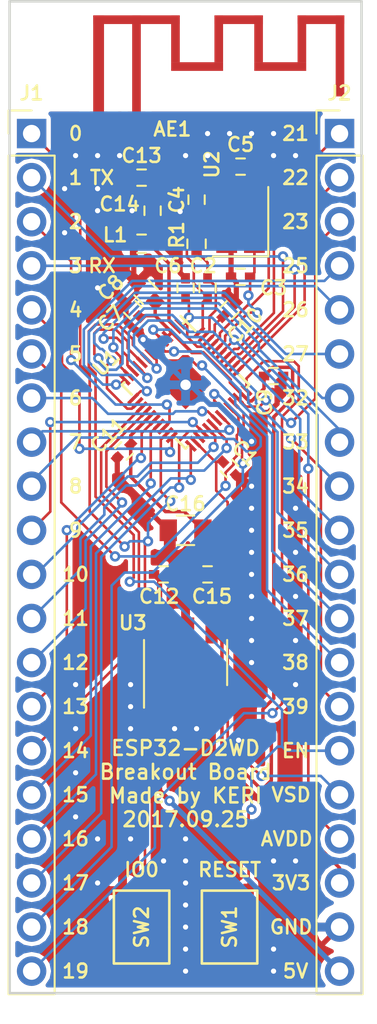
<source format=kicad_pcb>
(kicad_pcb (version 4) (host pcbnew 4.0.6)

  (general
    (links 102)
    (no_connects 0)
    (area 69.774999 46.914999 90.245001 104.215001)
    (thickness 1.6)
    (drawings 47)
    (tracks 713)
    (zones 0)
    (modules 26)
    (nets 47)
  )

  (page A4)
  (layers
    (0 F.Cu signal)
    (31 B.Cu signal)
    (32 B.Adhes user)
    (33 F.Adhes user)
    (34 B.Paste user)
    (35 F.Paste user)
    (36 B.SilkS user)
    (37 F.SilkS user)
    (38 B.Mask user)
    (39 F.Mask user)
    (40 Dwgs.User user)
    (41 Cmts.User user)
    (42 Eco1.User user)
    (43 Eco2.User user)
    (44 Edge.Cuts user)
    (45 Margin user)
    (46 B.CrtYd user)
    (47 F.CrtYd user)
    (48 B.Fab user)
    (49 F.Fab user)
  )

  (setup
    (last_trace_width 0.15)
    (trace_clearance 0.15)
    (zone_clearance 0.254)
    (zone_45_only yes)
    (trace_min 0.15)
    (segment_width 0.2)
    (edge_width 0.15)
    (via_size 0.6)
    (via_drill 0.3)
    (via_min_size 0.4)
    (via_min_drill 0.3)
    (uvia_size 0.3)
    (uvia_drill 0.1)
    (uvias_allowed no)
    (uvia_min_size 0.2)
    (uvia_min_drill 0.1)
    (pcb_text_width 0.3)
    (pcb_text_size 1.5 1.5)
    (mod_edge_width 0.15)
    (mod_text_size 0.8 0.8)
    (mod_text_width 0.15)
    (pad_size 1.524 1.524)
    (pad_drill 0.762)
    (pad_to_mask_clearance 0.2)
    (aux_axis_origin 0 0)
    (visible_elements 7FFFFFFF)
    (pcbplotparams
      (layerselection 0x010f0_80000001)
      (usegerberextensions true)
      (excludeedgelayer true)
      (linewidth 0.100000)
      (plotframeref false)
      (viasonmask false)
      (mode 1)
      (useauxorigin false)
      (hpglpennumber 1)
      (hpglpenspeed 20)
      (hpglpendiameter 15)
      (hpglpenoverlay 2)
      (psnegative false)
      (psa4output false)
      (plotreference true)
      (plotvalue true)
      (plotinvisibletext false)
      (padsonsilk false)
      (subtractmaskfromsilk true)
      (outputformat 1)
      (mirror false)
      (drillshape 0)
      (scaleselection 1)
      (outputdirectory gerber))
  )

  (net 0 "")
  (net 1 GND)
  (net 2 "Net-(AE1-Pad1)")
  (net 3 /VDD_SDIO)
  (net 4 "Net-(C2-Pad1)")
  (net 5 "Net-(C2-Pad2)")
  (net 6 "Net-(C3-Pad1)")
  (net 7 "Net-(C5-Pad1)")
  (net 8 +3V3)
  (net 9 +5V)
  (net 10 /antena)
  (net 11 /GPIO0)
  (net 12 /GPIO1)
  (net 13 /GPIO2)
  (net 14 /GPIO3)
  (net 15 /GPIO4)
  (net 16 /GPIO5)
  (net 17 /GPIO6)
  (net 18 /GPIO7)
  (net 19 /GPIO8)
  (net 20 /GPIO9)
  (net 21 /GPIO10)
  (net 22 /GPIO11)
  (net 23 /GPIO12)
  (net 24 /GPIO13)
  (net 25 /GPIO14)
  (net 26 /GPIO15)
  (net 27 /GPIO16)
  (net 28 /GPIO17)
  (net 29 /GPIO18)
  (net 30 /GPIO19)
  (net 31 /GPIO21)
  (net 32 /GPIO22)
  (net 33 /GPIO23)
  (net 34 /GPIO25)
  (net 35 /GPIO26)
  (net 36 /GPIO27)
  (net 37 /GPIO32)
  (net 38 /GPIO33)
  (net 39 /GPIO34)
  (net 40 /GPIO35)
  (net 41 /GPIO36)
  (net 42 /GPIO37)
  (net 43 /GPIO38)
  (net 44 /GPIO39)
  (net 45 /ENABLE)
  (net 46 VDDA)

  (net_class Default "これは標準のネット クラスです。"
    (clearance 0.15)
    (trace_width 0.15)
    (via_dia 0.6)
    (via_drill 0.3)
    (uvia_dia 0.3)
    (uvia_drill 0.1)
    (add_net /ENABLE)
    (add_net /GPIO0)
    (add_net /GPIO1)
    (add_net /GPIO10)
    (add_net /GPIO11)
    (add_net /GPIO12)
    (add_net /GPIO13)
    (add_net /GPIO14)
    (add_net /GPIO15)
    (add_net /GPIO16)
    (add_net /GPIO17)
    (add_net /GPIO18)
    (add_net /GPIO19)
    (add_net /GPIO2)
    (add_net /GPIO21)
    (add_net /GPIO22)
    (add_net /GPIO23)
    (add_net /GPIO25)
    (add_net /GPIO26)
    (add_net /GPIO27)
    (add_net /GPIO3)
    (add_net /GPIO32)
    (add_net /GPIO33)
    (add_net /GPIO34)
    (add_net /GPIO35)
    (add_net /GPIO36)
    (add_net /GPIO37)
    (add_net /GPIO38)
    (add_net /GPIO39)
    (add_net /GPIO4)
    (add_net /GPIO5)
    (add_net /GPIO6)
    (add_net /GPIO7)
    (add_net /GPIO8)
    (add_net /GPIO9)
    (add_net /VDD_SDIO)
    (add_net "Net-(C2-Pad1)")
    (add_net "Net-(C2-Pad2)")
    (add_net "Net-(C3-Pad1)")
    (add_net "Net-(C5-Pad1)")
    (add_net VDDA)
  )

  (net_class 3.3V ""
    (clearance 0.15)
    (trace_width 0.199)
    (via_dia 0.6)
    (via_drill 0.3)
    (uvia_dia 0.3)
    (uvia_drill 0.1)
    (add_net +3V3)
  )

  (net_class 5V ""
    (clearance 0.15)
    (trace_width 0.3)
    (via_dia 0.6)
    (via_drill 0.3)
    (uvia_dia 0.3)
    (uvia_drill 0.1)
    (add_net +5V)
  )

  (net_class Antena ""
    (clearance 0.15)
    (trace_width 0.199)
    (via_dia 0.6)
    (via_drill 0.3)
    (uvia_dia 0.3)
    (uvia_drill 0.1)
    (add_net /antena)
    (add_net "Net-(AE1-Pad1)")
  )

  (net_class GND ""
    (clearance 0.15)
    (trace_width 0.3)
    (via_dia 0.6)
    (via_drill 0.3)
    (uvia_dia 0.3)
    (uvia_drill 0.1)
    (add_net GND)
  )

  (module esp32-d2wd-breakout:QFN-48-1EP_5x5mm_Pitch0.35mm (layer F.Cu) (tedit 59C75ACC) (tstamp 59B9E35D)
    (at 80.01 69.088 315)
    (descr "40-Lead Plastic Quad Flat, No Lead Package (MP) - 5x5 mm Body [QFN]; (see Microchip Packaging Specification 00000049BS.pdf)")
    (tags "QFN 0.4")
    (path /59B8E4DE)
    (attr smd)
    (fp_text reference U1 (at -4.130918 2.334867 405) (layer F.SilkS)
      (effects (font (size 0.8 0.8) (thickness 0.15)))
    )
    (fp_text value ESP32 (at 0 3.875 315) (layer F.Fab)
      (effects (font (size 0.8 0.8) (thickness 0.15)))
    )
    (fp_line (start -1.8 2.6) (end -2.6 2.6) (layer F.SilkS) (width 0.15))
    (fp_line (start -2.6 2.6) (end -2.6 2.4) (layer F.SilkS) (width 0.15))
    (fp_line (start 2.6 2.4) (end 2.6 2.6) (layer F.SilkS) (width 0.15))
    (fp_line (start 2.6 2.6) (end 1.8 2.6) (layer F.SilkS) (width 0.15))
    (fp_line (start 1.8 -2.6) (end 2.6 -2.6) (layer F.SilkS) (width 0.15))
    (fp_line (start 2.6 -2.6) (end 2.6 -2.4) (layer F.SilkS) (width 0.15))
    (fp_line (start -2.6 -2.6) (end -2.6 -3) (layer F.SilkS) (width 0.15))
    (fp_line (start -2.6 -2.6) (end -3 -2.6) (layer F.SilkS) (width 0.15))
    (fp_line (start -1.8 -2.6) (end -2.6 -2.6) (layer F.SilkS) (width 0.15))
    (fp_line (start -2.6 -2.6) (end -2.6 -2.4) (layer F.SilkS) (width 0.15))
    (fp_line (start -1.5 -2.5) (end 2.5 -2.5) (layer F.Fab) (width 0.15))
    (fp_line (start 2.5 -2.5) (end 2.5 2.5) (layer F.Fab) (width 0.15))
    (fp_line (start 2.5 2.5) (end -2.5 2.5) (layer F.Fab) (width 0.15))
    (fp_line (start -2.5 2.5) (end -2.5 -1.5) (layer F.Fab) (width 0.15))
    (fp_line (start -2.5 -1.5) (end -1.5 -2.5) (layer F.Fab) (width 0.15))
    (fp_line (start -3.15 -3.15) (end -3.15 3.15) (layer F.CrtYd) (width 0.05))
    (fp_line (start 3.15 -3.15) (end 3.15 3.15) (layer F.CrtYd) (width 0.05))
    (fp_line (start -3.15 -3.15) (end 3.15 -3.15) (layer F.CrtYd) (width 0.05))
    (fp_line (start -3.15 3.15) (end 3.15 3.15) (layer F.CrtYd) (width 0.05))
    (pad 49 smd rect (at 0 0 315) (size 2 2) (layers F.Cu F.Paste F.Mask)
      (net 1 GND) (solder_paste_margin_ratio -0.2))
    (pad 1 smd rect (at -2.7 -2.275 315) (size 0.8 0.2) (layers F.Cu F.Paste F.Mask)
      (net 46 VDDA))
    (pad 49 thru_hole circle (at 0 0 315) (size 0.9 0.9) (drill 0.6) (layers *.Cu *.Mask)
      (net 1 GND))
    (pad 2 smd rect (at -2.7 -1.925 315) (size 0.8 0.2) (layers F.Cu F.Paste F.Mask)
      (net 10 /antena))
    (pad 3 smd rect (at -2.7 -1.575 315) (size 0.8 0.2) (layers F.Cu F.Paste F.Mask)
      (net 8 +3V3))
    (pad 4 smd rect (at -2.7 -1.225 315) (size 0.8 0.2) (layers F.Cu F.Paste F.Mask)
      (net 8 +3V3))
    (pad 5 smd rect (at -2.7 -0.875 315) (size 0.8 0.2) (layers F.Cu F.Paste F.Mask)
      (net 41 /GPIO36))
    (pad 6 smd rect (at -2.7 -0.525 315) (size 0.8 0.2) (layers F.Cu F.Paste F.Mask)
      (net 42 /GPIO37))
    (pad 7 smd rect (at -2.7 -0.175 315) (size 0.8 0.2) (layers F.Cu F.Paste F.Mask)
      (net 43 /GPIO38))
    (pad 8 smd rect (at -2.7 0.175 315) (size 0.8 0.2) (layers F.Cu F.Paste F.Mask)
      (net 44 /GPIO39))
    (pad 9 smd rect (at -2.7 0.525 315) (size 0.8 0.2) (layers F.Cu F.Paste F.Mask)
      (net 45 /ENABLE))
    (pad 10 smd rect (at -2.7 0.875 315) (size 0.8 0.2) (layers F.Cu F.Paste F.Mask)
      (net 39 /GPIO34))
    (pad 11 smd rect (at -2.7 1.225 315) (size 0.8 0.2) (layers F.Cu F.Paste F.Mask)
      (net 40 /GPIO35))
    (pad 12 smd rect (at -2.7 1.575 315) (size 0.8 0.2) (layers F.Cu F.Paste F.Mask)
      (net 37 /GPIO32))
    (pad 13 smd rect (at -2.7 1.925 315) (size 0.8 0.2) (layers F.Cu F.Paste F.Mask)
      (net 38 /GPIO33))
    (pad 14 smd rect (at -2.7 2.275 315) (size 0.8 0.2) (layers F.Cu F.Paste F.Mask)
      (net 34 /GPIO25))
    (pad 25 smd rect (at 2.7 2.275 315) (size 0.8 0.2) (layers F.Cu F.Paste F.Mask)
      (net 27 /GPIO16))
    (pad 26 smd rect (at 2.7 1.925 315) (size 0.8 0.2) (layers F.Cu F.Paste F.Mask)
      (net 3 /VDD_SDIO))
    (pad 27 smd rect (at 2.7 1.575 315) (size 0.8 0.2) (layers F.Cu F.Paste F.Mask)
      (net 28 /GPIO17))
    (pad 28 smd rect (at 2.7 1.225 315) (size 0.8 0.2) (layers F.Cu F.Paste F.Mask)
      (net 20 /GPIO9))
    (pad 29 smd rect (at 2.7 0.875 315) (size 0.8 0.2) (layers F.Cu F.Paste F.Mask)
      (net 21 /GPIO10))
    (pad 30 smd rect (at 2.7 0.525 315) (size 0.8 0.2) (layers F.Cu F.Paste F.Mask)
      (net 22 /GPIO11))
    (pad 31 smd rect (at 2.7 0.175 315) (size 0.8 0.2) (layers F.Cu F.Paste F.Mask)
      (net 17 /GPIO6))
    (pad 32 smd rect (at 2.7 -0.175 315) (size 0.8 0.2) (layers F.Cu F.Paste F.Mask)
      (net 18 /GPIO7))
    (pad 33 smd rect (at 2.7 -0.525 315) (size 0.8 0.2) (layers F.Cu F.Paste F.Mask)
      (net 19 /GPIO8))
    (pad 34 smd rect (at 2.7 -0.875 315) (size 0.8 0.2) (layers F.Cu F.Paste F.Mask)
      (net 16 /GPIO5))
    (pad 35 smd rect (at 2.7 -1.225 315) (size 0.8 0.2) (layers F.Cu F.Paste F.Mask)
      (net 29 /GPIO18))
    (pad 36 smd rect (at 2.7 -1.575 315) (size 0.8 0.2) (layers F.Cu F.Paste F.Mask)
      (net 33 /GPIO23))
    (pad 37 smd rect (at 2.7 -1.925 315) (size 0.8 0.2) (layers F.Cu F.Paste F.Mask)
      (net 8 +3V3))
    (pad 38 smd rect (at 2.7 -2.275 315) (size 0.8 0.2) (layers F.Cu F.Paste F.Mask)
      (net 30 /GPIO19))
    (pad 39 smd rect (at 1.575 -2.7 315) (size 0.2 0.8) (layers F.Cu F.Paste F.Mask)
      (net 32 /GPIO22))
    (pad 40 smd rect (at 1.225 -2.7 315) (size 0.2 0.8) (layers F.Cu F.Paste F.Mask)
      (net 14 /GPIO3))
    (pad 41 smd rect (at 0.875 -2.7 315) (size 0.2 0.8) (layers F.Cu F.Paste F.Mask)
      (net 12 /GPIO1))
    (pad 42 smd rect (at 0.525 -2.7 315) (size 0.2 0.8) (layers F.Cu F.Paste F.Mask)
      (net 31 /GPIO21))
    (pad 43 smd rect (at 0.175 -2.7 315) (size 0.2 0.8) (layers F.Cu F.Paste F.Mask)
      (net 46 VDDA))
    (pad 44 smd rect (at -0.175 -2.7 315) (size 0.2 0.8) (layers F.Cu F.Paste F.Mask)
      (net 6 "Net-(C3-Pad1)"))
    (pad 45 smd rect (at -0.525 -2.7 315) (size 0.2 0.8) (layers F.Cu F.Paste F.Mask)
      (net 7 "Net-(C5-Pad1)"))
    (pad 46 smd rect (at -0.875 -2.7 315) (size 0.2 0.8) (layers F.Cu F.Paste F.Mask)
      (net 46 VDDA))
    (pad 47 smd rect (at -1.225 -2.7 315) (size 0.2 0.8) (layers F.Cu F.Paste F.Mask)
      (net 5 "Net-(C2-Pad2)"))
    (pad 48 smd rect (at -1.575 -2.7 315) (size 0.2 0.8) (layers F.Cu F.Paste F.Mask)
      (net 4 "Net-(C2-Pad1)"))
    (pad 15 smd rect (at -1.575 2.7 315) (size 0.2 0.8) (layers F.Cu F.Paste F.Mask)
      (net 35 /GPIO26))
    (pad 16 smd rect (at -1.225 2.7 315) (size 0.2 0.8) (layers F.Cu F.Paste F.Mask)
      (net 36 /GPIO27))
    (pad 17 smd rect (at -0.875 2.7 315) (size 0.2 0.8) (layers F.Cu F.Paste F.Mask)
      (net 25 /GPIO14))
    (pad 18 smd rect (at -0.525 2.7 315) (size 0.2 0.8) (layers F.Cu F.Paste F.Mask)
      (net 23 /GPIO12))
    (pad 19 smd rect (at -0.175 2.7 315) (size 0.2 0.8) (layers F.Cu F.Paste F.Mask)
      (net 8 +3V3))
    (pad 20 smd rect (at 0.175 2.7 315) (size 0.2 0.8) (layers F.Cu F.Paste F.Mask)
      (net 24 /GPIO13))
    (pad 21 smd rect (at 0.525 2.7 315) (size 0.2 0.8) (layers F.Cu F.Paste F.Mask)
      (net 26 /GPIO15))
    (pad 22 smd rect (at 0.875 2.7 315) (size 0.2 0.8) (layers F.Cu F.Paste F.Mask)
      (net 13 /GPIO2))
    (pad 23 smd rect (at 1.225 2.7 315) (size 0.2 0.8) (layers F.Cu F.Paste F.Mask)
      (net 11 /GPIO0))
    (pad 24 smd rect (at 1.575 2.7 315) (size 0.2 0.8) (layers F.Cu F.Paste F.Mask)
      (net 15 /GPIO4))
    (model ${KISYS3DMOD}/Housings_DFN_QFN.3dshapes/QFN-40-1EP_5x5mm_Pitch0.4mm.wrl
      (at (xyz 0 0 0))
      (scale (xyz 1 1 1))
      (rotate (xyz 0 0 0))
    )
  )

  (module Crystals:Crystal_SMD_SeikoEpson_FA238-4pin_3.2x2.5mm (layer F.Cu) (tedit 59BB3BE8) (tstamp 59B9C89C)
    (at 83.185 59.69 90)
    (descr "crystal Epson Toyocom FA-238 series http://www.mouser.com/ds/2/137/1721499-465440.pdf, 3.2x2.5mm^2 package")
    (tags "SMD SMT crystal")
    (path /59B936D9)
    (attr smd)
    (fp_text reference U2 (at 3.302 -1.651 90) (layer F.SilkS)
      (effects (font (size 0.8 0.8) (thickness 0.15)))
    )
    (fp_text value XTAL (at 0 2.45 90) (layer F.Fab)
      (effects (font (size 0.8 0.8) (thickness 0.15)))
    )
    (fp_text user %R (at 0 0 90) (layer F.Fab)
      (effects (font (size 0.7 0.7) (thickness 0.105)))
    )
    (fp_line (start -1.5 -1.25) (end 1.5 -1.25) (layer F.Fab) (width 0.1))
    (fp_line (start 1.5 -1.25) (end 1.6 -1.15) (layer F.Fab) (width 0.1))
    (fp_line (start 1.6 -1.15) (end 1.6 1.15) (layer F.Fab) (width 0.1))
    (fp_line (start 1.6 1.15) (end 1.5 1.25) (layer F.Fab) (width 0.1))
    (fp_line (start 1.5 1.25) (end -1.5 1.25) (layer F.Fab) (width 0.1))
    (fp_line (start -1.5 1.25) (end -1.6 1.15) (layer F.Fab) (width 0.1))
    (fp_line (start -1.6 1.15) (end -1.6 -1.15) (layer F.Fab) (width 0.1))
    (fp_line (start -1.6 -1.15) (end -1.5 -1.25) (layer F.Fab) (width 0.1))
    (fp_line (start -1.6 0.25) (end -0.6 1.25) (layer F.Fab) (width 0.1))
    (fp_line (start -2 -1.6) (end -2 1.6) (layer F.SilkS) (width 0.12))
    (fp_line (start -2 1.6) (end 2 1.6) (layer F.SilkS) (width 0.12))
    (fp_line (start -2.1 -1.7) (end -2.1 1.7) (layer F.CrtYd) (width 0.05))
    (fp_line (start -2.1 1.7) (end 2.1 1.7) (layer F.CrtYd) (width 0.05))
    (fp_line (start 2.1 1.7) (end 2.1 -1.7) (layer F.CrtYd) (width 0.05))
    (fp_line (start 2.1 -1.7) (end -2.1 -1.7) (layer F.CrtYd) (width 0.05))
    (pad 1 smd rect (at -1.1 0.8 90) (size 1.4 1.2) (layers F.Cu F.Paste F.Mask)
      (net 6 "Net-(C3-Pad1)"))
    (pad 2 smd rect (at 1.1 0.8 90) (size 1.4 1.2) (layers F.Cu F.Paste F.Mask)
      (net 1 GND))
    (pad 3 smd rect (at 1.1 -0.8 90) (size 1.4 1.2) (layers F.Cu F.Paste F.Mask)
      (net 7 "Net-(C5-Pad1)"))
    (pad 4 smd rect (at -1.1 -0.8 90) (size 1.4 1.2) (layers F.Cu F.Paste F.Mask)
      (net 1 GND))
    (model ${KISYS3DMOD}/Crystals.3dshapes/Crystal_SMD_SeikoEpson_FA238-4pin_3.2x2.5mm.wrl
      (at (xyz 0 0 0))
      (scale (xyz 0.24 0.24 0.24))
      (rotate (xyz 0 0 0))
    )
  )

  (module Capacitors_SMD:C_0603 (layer F.Cu) (tedit 59BB5632) (tstamp 59BB37FB)
    (at 77.724 63.754 315)
    (descr "Capacitor SMD 0603, reflow soldering, AVX (see smccp.pdf)")
    (tags "capacitor 0603")
    (path /59B8E87C)
    (attr smd)
    (fp_text reference C8 (at -1.616446 1.257236 405) (layer F.SilkS)
      (effects (font (size 0.8 0.8) (thickness 0.15)))
    )
    (fp_text value 10u (at 0 1.5 315) (layer F.Fab)
      (effects (font (size 0.8 0.8) (thickness 0.15)))
    )
    (fp_line (start 1.4 0.65) (end -1.4 0.65) (layer F.CrtYd) (width 0.05))
    (fp_line (start 1.4 0.65) (end 1.4 -0.65) (layer F.CrtYd) (width 0.05))
    (fp_line (start -1.4 -0.65) (end -1.4 0.65) (layer F.CrtYd) (width 0.05))
    (fp_line (start -1.4 -0.65) (end 1.4 -0.65) (layer F.CrtYd) (width 0.05))
    (fp_line (start 0.35 0.6) (end -0.35 0.6) (layer F.SilkS) (width 0.12))
    (fp_line (start -0.35 -0.6) (end 0.35 -0.6) (layer F.SilkS) (width 0.12))
    (fp_line (start -0.8 -0.4) (end 0.8 -0.4) (layer F.Fab) (width 0.1))
    (fp_line (start 0.8 -0.4) (end 0.8 0.4) (layer F.Fab) (width 0.1))
    (fp_line (start 0.8 0.4) (end -0.8 0.4) (layer F.Fab) (width 0.1))
    (fp_line (start -0.8 0.4) (end -0.8 -0.4) (layer F.Fab) (width 0.1))
    (fp_text user %R (at 0 0 315) (layer F.Fab)
      (effects (font (size 0.3 0.3) (thickness 0.075)))
    )
    (pad 2 smd rect (at 0.75 0 315) (size 0.8 0.75) (layers F.Cu F.Paste F.Mask)
      (net 8 +3V3))
    (pad 1 smd rect (at -0.75 0 315) (size 0.8 0.75) (layers F.Cu F.Paste F.Mask)
      (net 1 GND))
    (model Capacitors_SMD.3dshapes/C_0603.wrl
      (at (xyz 0 0 0))
      (scale (xyz 1 1 1))
      (rotate (xyz 0 0 0))
    )
  )

  (module esp32-d2wd-breakout:SW_PUSH (layer F.Cu) (tedit 59BB38B9) (tstamp 59BB259F)
    (at 77.47 100.33 270)
    (path /59BB2171)
    (fp_text reference SW2 (at 0 0 270) (layer F.SilkS)
      (effects (font (size 0.8 0.8) (thickness 0.15)))
    )
    (fp_text value IO0 (at -3.302 0 360) (layer F.SilkS)
      (effects (font (size 0.8 0.8) (thickness 0.15)))
    )
    (fp_line (start 0 -1.6) (end -2.1 -1.6) (layer F.SilkS) (width 0.15))
    (fp_line (start -2.1 -1.6) (end -2.1 1.6) (layer F.SilkS) (width 0.15))
    (fp_line (start -2.1 1.6) (end 2.1 1.6) (layer F.SilkS) (width 0.15))
    (fp_line (start 2.1 1.6) (end 2.1 -1.6) (layer F.SilkS) (width 0.15))
    (fp_line (start 2.1 -1.6) (end 0 -1.6) (layer F.SilkS) (width 0.15))
    (pad 2 smd rect (at 2.1 1.1 270) (size 0.8 0.6) (layers F.Cu F.Paste F.Mask)
      (net 1 GND))
    (pad 2 smd rect (at -2.1 1.1 270) (size 0.8 0.6) (layers F.Cu F.Paste F.Mask)
      (net 1 GND))
    (pad 1 smd rect (at -2.1 -1.1 270) (size 0.8 0.6) (layers F.Cu F.Paste F.Mask)
      (net 11 /GPIO0))
    (pad 1 smd rect (at 2.1 -1.1 270) (size 0.8 0.6) (layers F.Cu F.Paste F.Mask)
      (net 11 /GPIO0))
  )

  (module esp32-d2wd-breakout:SW_PUSH (layer F.Cu) (tedit 59BB38B6) (tstamp 59B9C864)
    (at 82.55 100.33 270)
    (path /59B8F6A7)
    (fp_text reference SW1 (at 0 0 270) (layer F.SilkS)
      (effects (font (size 0.8 0.8) (thickness 0.15)))
    )
    (fp_text value RESET (at -3.302 0 360) (layer F.SilkS)
      (effects (font (size 0.8 0.8) (thickness 0.15)))
    )
    (fp_line (start 0 -1.6) (end -2.1 -1.6) (layer F.SilkS) (width 0.15))
    (fp_line (start -2.1 -1.6) (end -2.1 1.6) (layer F.SilkS) (width 0.15))
    (fp_line (start -2.1 1.6) (end 2.1 1.6) (layer F.SilkS) (width 0.15))
    (fp_line (start 2.1 1.6) (end 2.1 -1.6) (layer F.SilkS) (width 0.15))
    (fp_line (start 2.1 -1.6) (end 0 -1.6) (layer F.SilkS) (width 0.15))
    (pad 2 smd rect (at 2.1 1.1 270) (size 0.8 0.6) (layers F.Cu F.Paste F.Mask)
      (net 1 GND))
    (pad 2 smd rect (at -2.1 1.1 270) (size 0.8 0.6) (layers F.Cu F.Paste F.Mask)
      (net 1 GND))
    (pad 1 smd rect (at -2.1 -1.1 270) (size 0.8 0.6) (layers F.Cu F.Paste F.Mask)
      (net 45 /ENABLE))
    (pad 1 smd rect (at 2.1 -1.1 270) (size 0.8 0.6) (layers F.Cu F.Paste F.Mask)
      (net 45 /ENABLE))
  )

  (module Resistors_SMD:R_0402 (layer F.Cu) (tedit 59BB3D93) (tstamp 59B9C85C)
    (at 80.645 60.96 270)
    (descr "Resistor SMD 0402, reflow soldering, Vishay (see dcrcw.pdf)")
    (tags "resistor 0402")
    (path /59B8EF8C)
    (attr smd)
    (fp_text reference R1 (at -0.508 1.143 270) (layer F.SilkS)
      (effects (font (size 0.8 0.8) (thickness 0.15)))
    )
    (fp_text value 20k (at 0 1.45 270) (layer F.Fab)
      (effects (font (size 0.8 0.8) (thickness 0.15)))
    )
    (fp_text user %R (at 0 -1.35 270) (layer F.Fab)
      (effects (font (size 0.8 0.8) (thickness 0.15)))
    )
    (fp_line (start -0.5 0.25) (end -0.5 -0.25) (layer F.Fab) (width 0.1))
    (fp_line (start 0.5 0.25) (end -0.5 0.25) (layer F.Fab) (width 0.1))
    (fp_line (start 0.5 -0.25) (end 0.5 0.25) (layer F.Fab) (width 0.1))
    (fp_line (start -0.5 -0.25) (end 0.5 -0.25) (layer F.Fab) (width 0.1))
    (fp_line (start 0.25 -0.53) (end -0.25 -0.53) (layer F.SilkS) (width 0.12))
    (fp_line (start -0.25 0.53) (end 0.25 0.53) (layer F.SilkS) (width 0.12))
    (fp_line (start -0.8 -0.45) (end 0.8 -0.45) (layer F.CrtYd) (width 0.05))
    (fp_line (start -0.8 -0.45) (end -0.8 0.45) (layer F.CrtYd) (width 0.05))
    (fp_line (start 0.8 0.45) (end 0.8 -0.45) (layer F.CrtYd) (width 0.05))
    (fp_line (start 0.8 0.45) (end -0.8 0.45) (layer F.CrtYd) (width 0.05))
    (pad 1 smd rect (at -0.45 0 270) (size 0.4 0.6) (layers F.Cu F.Paste F.Mask)
      (net 4 "Net-(C2-Pad1)"))
    (pad 2 smd rect (at 0.45 0 270) (size 0.4 0.6) (layers F.Cu F.Paste F.Mask)
      (net 5 "Net-(C2-Pad2)"))
    (model ${KISYS3DMOD}/Resistors_SMD.3dshapes/R_0402.wrl
      (at (xyz 0 0 0))
      (scale (xyz 1 1 1))
      (rotate (xyz 0 0 0))
    )
  )

  (module Inductors_SMD:L_0402 (layer F.Cu) (tedit 59BB3F04) (tstamp 59B9C856)
    (at 77.47 60.96 180)
    (descr "Resistor SMD 0402, reflow soldering, Vishay (see dcrcw.pdf)")
    (tags "resistor 0402")
    (path /59BA3C86)
    (attr smd)
    (fp_text reference L1 (at 1.524 0.508 180) (layer F.SilkS)
      (effects (font (size 0.8 0.8) (thickness 0.15)))
    )
    (fp_text value 2.7n (at 0 1.8 180) (layer F.Fab)
      (effects (font (size 0.8 0.8) (thickness 0.15)))
    )
    (fp_text user %R (at 0 0 180) (layer F.Fab)
      (effects (font (size 0.2 0.2) (thickness 0.03)))
    )
    (fp_line (start -0.5 0.25) (end -0.5 -0.25) (layer F.Fab) (width 0.1))
    (fp_line (start 0.5 0.25) (end -0.5 0.25) (layer F.Fab) (width 0.1))
    (fp_line (start 0.5 -0.25) (end 0.5 0.25) (layer F.Fab) (width 0.1))
    (fp_line (start -0.5 -0.25) (end 0.5 -0.25) (layer F.Fab) (width 0.1))
    (fp_line (start -0.95 -0.65) (end 0.95 -0.65) (layer F.CrtYd) (width 0.05))
    (fp_line (start -0.95 0.65) (end 0.95 0.65) (layer F.CrtYd) (width 0.05))
    (fp_line (start -0.95 -0.65) (end -0.95 0.65) (layer F.CrtYd) (width 0.05))
    (fp_line (start 0.95 -0.65) (end 0.95 0.65) (layer F.CrtYd) (width 0.05))
    (fp_line (start 0.25 -0.53) (end -0.25 -0.53) (layer F.SilkS) (width 0.12))
    (fp_line (start -0.25 0.53) (end 0.25 0.53) (layer F.SilkS) (width 0.12))
    (pad 1 smd rect (at -0.45 0 180) (size 0.4 0.6) (layers F.Cu F.Paste F.Mask)
      (net 10 /antena))
    (pad 2 smd rect (at 0.45 0 180) (size 0.4 0.6) (layers F.Cu F.Paste F.Mask)
      (net 1 GND))
    (model ${KISYS3DMOD}/Inductors_SMD.3dshapes/L_0402.wrl
      (at (xyz 0 0 0))
      (scale (xyz 1 1 1))
      (rotate (xyz 0 0 0))
    )
  )

  (module Pin_Headers:Pin_Header_Straight_1x20_Pitch2.54mm (layer F.Cu) (tedit 59650532) (tstamp 59B9C850)
    (at 88.9 54.61)
    (descr "Through hole straight pin header, 1x20, 2.54mm pitch, single row")
    (tags "Through hole pin header THT 1x20 2.54mm single row")
    (path /59BC18C5)
    (fp_text reference J2 (at 0 -2.33) (layer F.SilkS)
      (effects (font (size 0.8 0.8) (thickness 0.15)))
    )
    (fp_text value 21-39 (at 0 50.59) (layer F.Fab)
      (effects (font (size 0.8 0.8) (thickness 0.15)))
    )
    (fp_line (start -0.635 -1.27) (end 1.27 -1.27) (layer F.Fab) (width 0.1))
    (fp_line (start 1.27 -1.27) (end 1.27 49.53) (layer F.Fab) (width 0.1))
    (fp_line (start 1.27 49.53) (end -1.27 49.53) (layer F.Fab) (width 0.1))
    (fp_line (start -1.27 49.53) (end -1.27 -0.635) (layer F.Fab) (width 0.1))
    (fp_line (start -1.27 -0.635) (end -0.635 -1.27) (layer F.Fab) (width 0.1))
    (fp_line (start -1.33 49.59) (end 1.33 49.59) (layer F.SilkS) (width 0.12))
    (fp_line (start -1.33 1.27) (end -1.33 49.59) (layer F.SilkS) (width 0.12))
    (fp_line (start 1.33 1.27) (end 1.33 49.59) (layer F.SilkS) (width 0.12))
    (fp_line (start -1.33 1.27) (end 1.33 1.27) (layer F.SilkS) (width 0.12))
    (fp_line (start -1.33 0) (end -1.33 -1.33) (layer F.SilkS) (width 0.12))
    (fp_line (start -1.33 -1.33) (end 0 -1.33) (layer F.SilkS) (width 0.12))
    (fp_line (start -1.8 -1.8) (end -1.8 50.05) (layer F.CrtYd) (width 0.05))
    (fp_line (start -1.8 50.05) (end 1.8 50.05) (layer F.CrtYd) (width 0.05))
    (fp_line (start 1.8 50.05) (end 1.8 -1.8) (layer F.CrtYd) (width 0.05))
    (fp_line (start 1.8 -1.8) (end -1.8 -1.8) (layer F.CrtYd) (width 0.05))
    (fp_text user %R (at 0 24.13 90) (layer F.Fab)
      (effects (font (size 0.8 0.8) (thickness 0.15)))
    )
    (pad 1 thru_hole rect (at 0 0) (size 1.7 1.7) (drill 1) (layers *.Cu *.Mask)
      (net 31 /GPIO21))
    (pad 2 thru_hole oval (at 0 2.54) (size 1.7 1.7) (drill 1) (layers *.Cu *.Mask)
      (net 32 /GPIO22))
    (pad 3 thru_hole oval (at 0 5.08) (size 1.7 1.7) (drill 1) (layers *.Cu *.Mask)
      (net 33 /GPIO23))
    (pad 4 thru_hole oval (at 0 7.62) (size 1.7 1.7) (drill 1) (layers *.Cu *.Mask)
      (net 34 /GPIO25))
    (pad 5 thru_hole oval (at 0 10.16) (size 1.7 1.7) (drill 1) (layers *.Cu *.Mask)
      (net 35 /GPIO26))
    (pad 6 thru_hole oval (at 0 12.7) (size 1.7 1.7) (drill 1) (layers *.Cu *.Mask)
      (net 36 /GPIO27))
    (pad 7 thru_hole oval (at 0 15.24) (size 1.7 1.7) (drill 1) (layers *.Cu *.Mask)
      (net 37 /GPIO32))
    (pad 8 thru_hole oval (at 0 17.78) (size 1.7 1.7) (drill 1) (layers *.Cu *.Mask)
      (net 38 /GPIO33))
    (pad 9 thru_hole oval (at 0 20.32) (size 1.7 1.7) (drill 1) (layers *.Cu *.Mask)
      (net 39 /GPIO34))
    (pad 10 thru_hole oval (at 0 22.86) (size 1.7 1.7) (drill 1) (layers *.Cu *.Mask)
      (net 40 /GPIO35))
    (pad 11 thru_hole oval (at 0 25.4) (size 1.7 1.7) (drill 1) (layers *.Cu *.Mask)
      (net 41 /GPIO36))
    (pad 12 thru_hole oval (at 0 27.94) (size 1.7 1.7) (drill 1) (layers *.Cu *.Mask)
      (net 42 /GPIO37))
    (pad 13 thru_hole oval (at 0 30.48) (size 1.7 1.7) (drill 1) (layers *.Cu *.Mask)
      (net 43 /GPIO38))
    (pad 14 thru_hole oval (at 0 33.02) (size 1.7 1.7) (drill 1) (layers *.Cu *.Mask)
      (net 44 /GPIO39))
    (pad 15 thru_hole oval (at 0 35.56) (size 1.7 1.7) (drill 1) (layers *.Cu *.Mask)
      (net 45 /ENABLE))
    (pad 16 thru_hole oval (at 0 38.1) (size 1.7 1.7) (drill 1) (layers *.Cu *.Mask)
      (net 3 /VDD_SDIO))
    (pad 17 thru_hole oval (at 0 40.64) (size 1.7 1.7) (drill 1) (layers *.Cu *.Mask)
      (net 46 VDDA))
    (pad 18 thru_hole oval (at 0 43.18) (size 1.7 1.7) (drill 1) (layers *.Cu *.Mask)
      (net 8 +3V3))
    (pad 19 thru_hole oval (at 0 45.72) (size 1.7 1.7) (drill 1) (layers *.Cu *.Mask)
      (net 1 GND))
    (pad 20 thru_hole oval (at 0 48.26) (size 1.7 1.7) (drill 1) (layers *.Cu *.Mask)
      (net 9 +5V))
    (model ${KISYS3DMOD}/Pin_Headers.3dshapes/Pin_Header_Straight_1x20_Pitch2.54mm.wrl
      (at (xyz 0 0 0))
      (scale (xyz 1 1 1))
      (rotate (xyz 0 0 0))
    )
  )

  (module Pin_Headers:Pin_Header_Straight_1x20_Pitch2.54mm (layer F.Cu) (tedit 59650532) (tstamp 59B9C838)
    (at 71.12 54.61)
    (descr "Through hole straight pin header, 1x20, 2.54mm pitch, single row")
    (tags "Through hole pin header THT 1x20 2.54mm single row")
    (path /59BB243E)
    (fp_text reference J1 (at 0 -2.33) (layer F.SilkS)
      (effects (font (size 0.8 0.8) (thickness 0.15)))
    )
    (fp_text value 0-19 (at 0 50.59) (layer F.Fab)
      (effects (font (size 0.8 0.8) (thickness 0.15)))
    )
    (fp_line (start -0.635 -1.27) (end 1.27 -1.27) (layer F.Fab) (width 0.1))
    (fp_line (start 1.27 -1.27) (end 1.27 49.53) (layer F.Fab) (width 0.1))
    (fp_line (start 1.27 49.53) (end -1.27 49.53) (layer F.Fab) (width 0.1))
    (fp_line (start -1.27 49.53) (end -1.27 -0.635) (layer F.Fab) (width 0.1))
    (fp_line (start -1.27 -0.635) (end -0.635 -1.27) (layer F.Fab) (width 0.1))
    (fp_line (start -1.33 49.59) (end 1.33 49.59) (layer F.SilkS) (width 0.12))
    (fp_line (start -1.33 1.27) (end -1.33 49.59) (layer F.SilkS) (width 0.12))
    (fp_line (start 1.33 1.27) (end 1.33 49.59) (layer F.SilkS) (width 0.12))
    (fp_line (start -1.33 1.27) (end 1.33 1.27) (layer F.SilkS) (width 0.12))
    (fp_line (start -1.33 0) (end -1.33 -1.33) (layer F.SilkS) (width 0.12))
    (fp_line (start -1.33 -1.33) (end 0 -1.33) (layer F.SilkS) (width 0.12))
    (fp_line (start -1.8 -1.8) (end -1.8 50.05) (layer F.CrtYd) (width 0.05))
    (fp_line (start -1.8 50.05) (end 1.8 50.05) (layer F.CrtYd) (width 0.05))
    (fp_line (start 1.8 50.05) (end 1.8 -1.8) (layer F.CrtYd) (width 0.05))
    (fp_line (start 1.8 -1.8) (end -1.8 -1.8) (layer F.CrtYd) (width 0.05))
    (fp_text user %R (at 0 24.13 90) (layer F.Fab)
      (effects (font (size 0.8 0.8) (thickness 0.15)))
    )
    (pad 1 thru_hole rect (at 0 0) (size 1.7 1.7) (drill 1) (layers *.Cu *.Mask)
      (net 11 /GPIO0))
    (pad 2 thru_hole oval (at 0 2.54) (size 1.7 1.7) (drill 1) (layers *.Cu *.Mask)
      (net 12 /GPIO1))
    (pad 3 thru_hole oval (at 0 5.08) (size 1.7 1.7) (drill 1) (layers *.Cu *.Mask)
      (net 13 /GPIO2))
    (pad 4 thru_hole oval (at 0 7.62) (size 1.7 1.7) (drill 1) (layers *.Cu *.Mask)
      (net 14 /GPIO3))
    (pad 5 thru_hole oval (at 0 10.16) (size 1.7 1.7) (drill 1) (layers *.Cu *.Mask)
      (net 15 /GPIO4))
    (pad 6 thru_hole oval (at 0 12.7) (size 1.7 1.7) (drill 1) (layers *.Cu *.Mask)
      (net 16 /GPIO5))
    (pad 7 thru_hole oval (at 0 15.24) (size 1.7 1.7) (drill 1) (layers *.Cu *.Mask)
      (net 17 /GPIO6))
    (pad 8 thru_hole oval (at 0 17.78) (size 1.7 1.7) (drill 1) (layers *.Cu *.Mask)
      (net 18 /GPIO7))
    (pad 9 thru_hole oval (at 0 20.32) (size 1.7 1.7) (drill 1) (layers *.Cu *.Mask)
      (net 19 /GPIO8))
    (pad 10 thru_hole oval (at 0 22.86) (size 1.7 1.7) (drill 1) (layers *.Cu *.Mask)
      (net 20 /GPIO9))
    (pad 11 thru_hole oval (at 0 25.4) (size 1.7 1.7) (drill 1) (layers *.Cu *.Mask)
      (net 21 /GPIO10))
    (pad 12 thru_hole oval (at 0 27.94) (size 1.7 1.7) (drill 1) (layers *.Cu *.Mask)
      (net 22 /GPIO11))
    (pad 13 thru_hole oval (at 0 30.48) (size 1.7 1.7) (drill 1) (layers *.Cu *.Mask)
      (net 23 /GPIO12))
    (pad 14 thru_hole oval (at 0 33.02) (size 1.7 1.7) (drill 1) (layers *.Cu *.Mask)
      (net 24 /GPIO13))
    (pad 15 thru_hole oval (at 0 35.56) (size 1.7 1.7) (drill 1) (layers *.Cu *.Mask)
      (net 25 /GPIO14))
    (pad 16 thru_hole oval (at 0 38.1) (size 1.7 1.7) (drill 1) (layers *.Cu *.Mask)
      (net 26 /GPIO15))
    (pad 17 thru_hole oval (at 0 40.64) (size 1.7 1.7) (drill 1) (layers *.Cu *.Mask)
      (net 27 /GPIO16))
    (pad 18 thru_hole oval (at 0 43.18) (size 1.7 1.7) (drill 1) (layers *.Cu *.Mask)
      (net 28 /GPIO17))
    (pad 19 thru_hole oval (at 0 45.72) (size 1.7 1.7) (drill 1) (layers *.Cu *.Mask)
      (net 29 /GPIO18))
    (pad 20 thru_hole oval (at 0 48.26) (size 1.7 1.7) (drill 1) (layers *.Cu *.Mask)
      (net 30 /GPIO19))
    (model ${KISYS3DMOD}/Pin_Headers.3dshapes/Pin_Header_Straight_1x20_Pitch2.54mm.wrl
      (at (xyz 0 0 0))
      (scale (xyz 1 1 1))
      (rotate (xyz 0 0 0))
    )
  )

  (module Capacitors_SMD:C_0805 (layer F.Cu) (tedit 59BB3FA5) (tstamp 59B9C820)
    (at 80.01 77.47 180)
    (descr "Capacitor SMD 0805, reflow soldering, AVX (see smccp.pdf)")
    (tags "capacitor 0805")
    (path /59BB9C72)
    (attr smd)
    (fp_text reference C16 (at 0 1.524 180) (layer F.SilkS)
      (effects (font (size 0.8 0.8) (thickness 0.15)))
    )
    (fp_text value 47u (at 0 1.75 180) (layer F.Fab)
      (effects (font (size 0.8 0.8) (thickness 0.15)))
    )
    (fp_text user %R (at 0 -1.5 180) (layer F.Fab)
      (effects (font (size 0.8 0.8) (thickness 0.15)))
    )
    (fp_line (start -1 0.62) (end -1 -0.62) (layer F.Fab) (width 0.1))
    (fp_line (start 1 0.62) (end -1 0.62) (layer F.Fab) (width 0.1))
    (fp_line (start 1 -0.62) (end 1 0.62) (layer F.Fab) (width 0.1))
    (fp_line (start -1 -0.62) (end 1 -0.62) (layer F.Fab) (width 0.1))
    (fp_line (start 0.5 -0.85) (end -0.5 -0.85) (layer F.SilkS) (width 0.12))
    (fp_line (start -0.5 0.85) (end 0.5 0.85) (layer F.SilkS) (width 0.12))
    (fp_line (start -1.75 -0.88) (end 1.75 -0.88) (layer F.CrtYd) (width 0.05))
    (fp_line (start -1.75 -0.88) (end -1.75 0.87) (layer F.CrtYd) (width 0.05))
    (fp_line (start 1.75 0.87) (end 1.75 -0.88) (layer F.CrtYd) (width 0.05))
    (fp_line (start 1.75 0.87) (end -1.75 0.87) (layer F.CrtYd) (width 0.05))
    (pad 1 smd rect (at -1 0 180) (size 1 1.25) (layers F.Cu F.Paste F.Mask)
      (net 8 +3V3))
    (pad 2 smd rect (at 1 0 180) (size 1 1.25) (layers F.Cu F.Paste F.Mask)
      (net 1 GND))
    (model Capacitors_SMD.3dshapes/C_0805.wrl
      (at (xyz 0 0 0))
      (scale (xyz 1 1 1))
      (rotate (xyz 0 0 0))
    )
  )

  (module Capacitors_SMD:C_0402 (layer F.Cu) (tedit 59BB3AE7) (tstamp 59B9C81A)
    (at 81.28 80.01 180)
    (descr "Capacitor SMD 0402, reflow soldering, AVX (see smccp.pdf)")
    (tags "capacitor 0402")
    (path /59BB98CC)
    (attr smd)
    (fp_text reference C15 (at -0.254 -1.27 180) (layer F.SilkS)
      (effects (font (size 0.8 0.8) (thickness 0.15)))
    )
    (fp_text value 0.1u (at 0 1.27 180) (layer F.Fab)
      (effects (font (size 0.8 0.8) (thickness 0.15)))
    )
    (fp_text user %R (at 0 -1.27 180) (layer F.Fab)
      (effects (font (size 0.8 0.8) (thickness 0.15)))
    )
    (fp_line (start -0.5 0.25) (end -0.5 -0.25) (layer F.Fab) (width 0.1))
    (fp_line (start 0.5 0.25) (end -0.5 0.25) (layer F.Fab) (width 0.1))
    (fp_line (start 0.5 -0.25) (end 0.5 0.25) (layer F.Fab) (width 0.1))
    (fp_line (start -0.5 -0.25) (end 0.5 -0.25) (layer F.Fab) (width 0.1))
    (fp_line (start 0.25 -0.47) (end -0.25 -0.47) (layer F.SilkS) (width 0.12))
    (fp_line (start -0.25 0.47) (end 0.25 0.47) (layer F.SilkS) (width 0.12))
    (fp_line (start -1 -0.4) (end 1 -0.4) (layer F.CrtYd) (width 0.05))
    (fp_line (start -1 -0.4) (end -1 0.4) (layer F.CrtYd) (width 0.05))
    (fp_line (start 1 0.4) (end 1 -0.4) (layer F.CrtYd) (width 0.05))
    (fp_line (start 1 0.4) (end -1 0.4) (layer F.CrtYd) (width 0.05))
    (pad 1 smd rect (at -0.55 0 180) (size 0.6 0.5) (layers F.Cu F.Paste F.Mask)
      (net 8 +3V3))
    (pad 2 smd rect (at 0.55 0 180) (size 0.6 0.5) (layers F.Cu F.Paste F.Mask)
      (net 1 GND))
    (model Capacitors_SMD.3dshapes/C_0402.wrl
      (at (xyz 0 0 0))
      (scale (xyz 1 1 1))
      (rotate (xyz 0 0 0))
    )
  )

  (module Capacitors_SMD:C_0402 (layer F.Cu) (tedit 59BB3F0B) (tstamp 59B9C814)
    (at 78.105 59.055 270)
    (descr "Capacitor SMD 0402, reflow soldering, AVX (see smccp.pdf)")
    (tags "capacitor 0402")
    (path /59BA3EF8)
    (attr smd)
    (fp_text reference C14 (at -0.381 1.905 360) (layer F.SilkS)
      (effects (font (size 0.8 0.8) (thickness 0.15)))
    )
    (fp_text value 3.9p (at 0 1.27 270) (layer F.Fab)
      (effects (font (size 0.8 0.8) (thickness 0.15)))
    )
    (fp_text user %R (at 0 -1.27 270) (layer F.Fab)
      (effects (font (size 0.8 0.8) (thickness 0.15)))
    )
    (fp_line (start -0.5 0.25) (end -0.5 -0.25) (layer F.Fab) (width 0.1))
    (fp_line (start 0.5 0.25) (end -0.5 0.25) (layer F.Fab) (width 0.1))
    (fp_line (start 0.5 -0.25) (end 0.5 0.25) (layer F.Fab) (width 0.1))
    (fp_line (start -0.5 -0.25) (end 0.5 -0.25) (layer F.Fab) (width 0.1))
    (fp_line (start 0.25 -0.47) (end -0.25 -0.47) (layer F.SilkS) (width 0.12))
    (fp_line (start -0.25 0.47) (end 0.25 0.47) (layer F.SilkS) (width 0.12))
    (fp_line (start -1 -0.4) (end 1 -0.4) (layer F.CrtYd) (width 0.05))
    (fp_line (start -1 -0.4) (end -1 0.4) (layer F.CrtYd) (width 0.05))
    (fp_line (start 1 0.4) (end 1 -0.4) (layer F.CrtYd) (width 0.05))
    (fp_line (start 1 0.4) (end -1 0.4) (layer F.CrtYd) (width 0.05))
    (pad 1 smd rect (at -0.55 0 270) (size 0.6 0.5) (layers F.Cu F.Paste F.Mask)
      (net 2 "Net-(AE1-Pad1)"))
    (pad 2 smd rect (at 0.55 0 270) (size 0.6 0.5) (layers F.Cu F.Paste F.Mask)
      (net 10 /antena))
    (model Capacitors_SMD.3dshapes/C_0402.wrl
      (at (xyz 0 0 0))
      (scale (xyz 1 1 1))
      (rotate (xyz 0 0 0))
    )
  )

  (module Capacitors_SMD:C_0402 (layer F.Cu) (tedit 59BB3F10) (tstamp 59B9C80E)
    (at 77.47 57.15 180)
    (descr "Capacitor SMD 0402, reflow soldering, AVX (see smccp.pdf)")
    (tags "capacitor 0402")
    (path /59BA3E30)
    (attr smd)
    (fp_text reference C13 (at 0 1.27 180) (layer F.SilkS)
      (effects (font (size 0.8 0.8) (thickness 0.15)))
    )
    (fp_text value 2.4p (at 0 1.27 180) (layer F.Fab)
      (effects (font (size 0.8 0.8) (thickness 0.15)))
    )
    (fp_text user %R (at 0 -1.27 180) (layer F.Fab)
      (effects (font (size 0.8 0.8) (thickness 0.15)))
    )
    (fp_line (start -0.5 0.25) (end -0.5 -0.25) (layer F.Fab) (width 0.1))
    (fp_line (start 0.5 0.25) (end -0.5 0.25) (layer F.Fab) (width 0.1))
    (fp_line (start 0.5 -0.25) (end 0.5 0.25) (layer F.Fab) (width 0.1))
    (fp_line (start -0.5 -0.25) (end 0.5 -0.25) (layer F.Fab) (width 0.1))
    (fp_line (start 0.25 -0.47) (end -0.25 -0.47) (layer F.SilkS) (width 0.12))
    (fp_line (start -0.25 0.47) (end 0.25 0.47) (layer F.SilkS) (width 0.12))
    (fp_line (start -1 -0.4) (end 1 -0.4) (layer F.CrtYd) (width 0.05))
    (fp_line (start -1 -0.4) (end -1 0.4) (layer F.CrtYd) (width 0.05))
    (fp_line (start 1 0.4) (end 1 -0.4) (layer F.CrtYd) (width 0.05))
    (fp_line (start 1 0.4) (end -1 0.4) (layer F.CrtYd) (width 0.05))
    (pad 1 smd rect (at -0.55 0 180) (size 0.6 0.5) (layers F.Cu F.Paste F.Mask)
      (net 2 "Net-(AE1-Pad1)"))
    (pad 2 smd rect (at 0.55 0 180) (size 0.6 0.5) (layers F.Cu F.Paste F.Mask)
      (net 1 GND))
    (model Capacitors_SMD.3dshapes/C_0402.wrl
      (at (xyz 0 0 0))
      (scale (xyz 1 1 1))
      (rotate (xyz 0 0 0))
    )
  )

  (module Capacitors_SMD:C_0402 (layer F.Cu) (tedit 59BB3B09) (tstamp 59B9C808)
    (at 78.74 80.01)
    (descr "Capacitor SMD 0402, reflow soldering, AVX (see smccp.pdf)")
    (tags "capacitor 0402")
    (path /59BBA5B5)
    (attr smd)
    (fp_text reference C12 (at -0.254 1.27) (layer F.SilkS)
      (effects (font (size 0.8 0.8) (thickness 0.15)))
    )
    (fp_text value 0.1u (at 0 1.27) (layer F.Fab)
      (effects (font (size 0.8 0.8) (thickness 0.15)))
    )
    (fp_text user %R (at 0 -1.27) (layer F.Fab)
      (effects (font (size 0.8 0.8) (thickness 0.15)))
    )
    (fp_line (start -0.5 0.25) (end -0.5 -0.25) (layer F.Fab) (width 0.1))
    (fp_line (start 0.5 0.25) (end -0.5 0.25) (layer F.Fab) (width 0.1))
    (fp_line (start 0.5 -0.25) (end 0.5 0.25) (layer F.Fab) (width 0.1))
    (fp_line (start -0.5 -0.25) (end 0.5 -0.25) (layer F.Fab) (width 0.1))
    (fp_line (start 0.25 -0.47) (end -0.25 -0.47) (layer F.SilkS) (width 0.12))
    (fp_line (start -0.25 0.47) (end 0.25 0.47) (layer F.SilkS) (width 0.12))
    (fp_line (start -1 -0.4) (end 1 -0.4) (layer F.CrtYd) (width 0.05))
    (fp_line (start -1 -0.4) (end -1 0.4) (layer F.CrtYd) (width 0.05))
    (fp_line (start 1 0.4) (end 1 -0.4) (layer F.CrtYd) (width 0.05))
    (fp_line (start 1 0.4) (end -1 0.4) (layer F.CrtYd) (width 0.05))
    (pad 1 smd rect (at -0.55 0) (size 0.6 0.5) (layers F.Cu F.Paste F.Mask)
      (net 9 +5V))
    (pad 2 smd rect (at 0.55 0) (size 0.6 0.5) (layers F.Cu F.Paste F.Mask)
      (net 1 GND))
    (model Capacitors_SMD.3dshapes/C_0402.wrl
      (at (xyz 0 0 0))
      (scale (xyz 1 1 1))
      (rotate (xyz 0 0 0))
    )
  )

  (module Capacitors_SMD:C_0402 (layer F.Cu) (tedit 58AA841A) (tstamp 59B9C802)
    (at 76.454 72.898 45)
    (descr "Capacitor SMD 0402, reflow soldering, AVX (see smccp.pdf)")
    (tags "capacitor 0402")
    (path /59B8E923)
    (attr smd)
    (fp_text reference C11 (at 0 -1.27 45) (layer F.SilkS)
      (effects (font (size 0.8 0.8) (thickness 0.15)))
    )
    (fp_text value 0.1u (at 0 1.27 45) (layer F.Fab)
      (effects (font (size 0.8 0.8) (thickness 0.15)))
    )
    (fp_text user %R (at 0 -1.27 45) (layer F.Fab)
      (effects (font (size 0.8 0.8) (thickness 0.15)))
    )
    (fp_line (start -0.5 0.25) (end -0.5 -0.25) (layer F.Fab) (width 0.1))
    (fp_line (start 0.5 0.25) (end -0.5 0.25) (layer F.Fab) (width 0.1))
    (fp_line (start 0.5 -0.25) (end 0.5 0.25) (layer F.Fab) (width 0.1))
    (fp_line (start -0.5 -0.25) (end 0.5 -0.25) (layer F.Fab) (width 0.1))
    (fp_line (start 0.25 -0.47) (end -0.25 -0.47) (layer F.SilkS) (width 0.12))
    (fp_line (start -0.25 0.47) (end 0.25 0.47) (layer F.SilkS) (width 0.12))
    (fp_line (start -1 -0.4) (end 1 -0.4) (layer F.CrtYd) (width 0.05))
    (fp_line (start -1 -0.4) (end -1 0.4) (layer F.CrtYd) (width 0.05))
    (fp_line (start 1 0.4) (end 1 -0.4) (layer F.CrtYd) (width 0.05))
    (fp_line (start 1 0.4) (end -1 0.4) (layer F.CrtYd) (width 0.05))
    (pad 1 smd rect (at -0.55 0 45) (size 0.6 0.5) (layers F.Cu F.Paste F.Mask)
      (net 1 GND))
    (pad 2 smd rect (at 0.55 0 45) (size 0.6 0.5) (layers F.Cu F.Paste F.Mask)
      (net 8 +3V3))
    (model Capacitors_SMD.3dshapes/C_0402.wrl
      (at (xyz 0 0 0))
      (scale (xyz 1 1 1))
      (rotate (xyz 0 0 0))
    )
  )

  (module Capacitors_SMD:C_0402 (layer F.Cu) (tedit 58AA841A) (tstamp 59B9C7F6)
    (at 82.55 64.77 225)
    (descr "Capacitor SMD 0402, reflow soldering, AVX (see smccp.pdf)")
    (tags "capacitor 0402")
    (path /59B8E8D4)
    (attr smd)
    (fp_text reference C10 (at 0 -1.27 225) (layer F.SilkS)
      (effects (font (size 0.8 0.8) (thickness 0.15)))
    )
    (fp_text value 0.1u (at 0 1.27 225) (layer F.Fab)
      (effects (font (size 0.8 0.8) (thickness 0.15)))
    )
    (fp_text user %R (at 0 -1.27 225) (layer F.Fab)
      (effects (font (size 0.8 0.8) (thickness 0.15)))
    )
    (fp_line (start -0.5 0.25) (end -0.5 -0.25) (layer F.Fab) (width 0.1))
    (fp_line (start 0.5 0.25) (end -0.5 0.25) (layer F.Fab) (width 0.1))
    (fp_line (start 0.5 -0.25) (end 0.5 0.25) (layer F.Fab) (width 0.1))
    (fp_line (start -0.5 -0.25) (end 0.5 -0.25) (layer F.Fab) (width 0.1))
    (fp_line (start 0.25 -0.47) (end -0.25 -0.47) (layer F.SilkS) (width 0.12))
    (fp_line (start -0.25 0.47) (end 0.25 0.47) (layer F.SilkS) (width 0.12))
    (fp_line (start -1 -0.4) (end 1 -0.4) (layer F.CrtYd) (width 0.05))
    (fp_line (start -1 -0.4) (end -1 0.4) (layer F.CrtYd) (width 0.05))
    (fp_line (start 1 0.4) (end 1 -0.4) (layer F.CrtYd) (width 0.05))
    (fp_line (start 1 0.4) (end -1 0.4) (layer F.CrtYd) (width 0.05))
    (pad 1 smd rect (at -0.55 0 225) (size 0.6 0.5) (layers F.Cu F.Paste F.Mask)
      (net 1 GND))
    (pad 2 smd rect (at 0.55 0 225) (size 0.6 0.5) (layers F.Cu F.Paste F.Mask)
      (net 46 VDDA))
    (model Capacitors_SMD.3dshapes/C_0402.wrl
      (at (xyz 0 0 0))
      (scale (xyz 1 1 1))
      (rotate (xyz 0 0 0))
    )
  )

  (module Capacitors_SMD:C_0402 (layer F.Cu) (tedit 59BB3EE3) (tstamp 59B9C7F0)
    (at 85.09 68.58 180)
    (descr "Capacitor SMD 0402, reflow soldering, AVX (see smccp.pdf)")
    (tags "capacitor 0402")
    (path /59B8E8A9)
    (attr smd)
    (fp_text reference C9 (at 0.508 -1.524 450) (layer F.SilkS)
      (effects (font (size 0.8 0.8) (thickness 0.15)))
    )
    (fp_text value 0.1u (at 0 1.27 180) (layer F.Fab)
      (effects (font (size 0.8 0.8) (thickness 0.15)))
    )
    (fp_text user %R (at 0 -1.27 180) (layer F.Fab)
      (effects (font (size 0.8 0.8) (thickness 0.15)))
    )
    (fp_line (start -0.5 0.25) (end -0.5 -0.25) (layer F.Fab) (width 0.1))
    (fp_line (start 0.5 0.25) (end -0.5 0.25) (layer F.Fab) (width 0.1))
    (fp_line (start 0.5 -0.25) (end 0.5 0.25) (layer F.Fab) (width 0.1))
    (fp_line (start -0.5 -0.25) (end 0.5 -0.25) (layer F.Fab) (width 0.1))
    (fp_line (start 0.25 -0.47) (end -0.25 -0.47) (layer F.SilkS) (width 0.12))
    (fp_line (start -0.25 0.47) (end 0.25 0.47) (layer F.SilkS) (width 0.12))
    (fp_line (start -1 -0.4) (end 1 -0.4) (layer F.CrtYd) (width 0.05))
    (fp_line (start -1 -0.4) (end -1 0.4) (layer F.CrtYd) (width 0.05))
    (fp_line (start 1 0.4) (end 1 -0.4) (layer F.CrtYd) (width 0.05))
    (fp_line (start 1 0.4) (end -1 0.4) (layer F.CrtYd) (width 0.05))
    (pad 1 smd rect (at -0.55 0 180) (size 0.6 0.5) (layers F.Cu F.Paste F.Mask)
      (net 1 GND))
    (pad 2 smd rect (at 0.55 0 180) (size 0.6 0.5) (layers F.Cu F.Paste F.Mask)
      (net 8 +3V3))
    (model Capacitors_SMD.3dshapes/C_0402.wrl
      (at (xyz 0 0 0))
      (scale (xyz 1 1 1))
      (rotate (xyz 0 0 0))
    )
  )

  (module Capacitors_SMD:C_0402 (layer F.Cu) (tedit 59BB3F1B) (tstamp 59B9C7E4)
    (at 76.962 64.77 315)
    (descr "Capacitor SMD 0402, reflow soldering, AVX (see smccp.pdf)")
    (tags "capacitor 0402")
    (path /59B8E85F)
    (attr smd)
    (fp_text reference C7 (at -0.538815 1.257236 405) (layer F.SilkS)
      (effects (font (size 0.8 0.8) (thickness 0.15)))
    )
    (fp_text value 0.1u (at 0 1.27 315) (layer F.Fab)
      (effects (font (size 0.8 0.8) (thickness 0.15)))
    )
    (fp_text user %R (at 0 -1.27 315) (layer F.Fab)
      (effects (font (size 0.8 0.8) (thickness 0.15)))
    )
    (fp_line (start -0.5 0.25) (end -0.5 -0.25) (layer F.Fab) (width 0.1))
    (fp_line (start 0.5 0.25) (end -0.5 0.25) (layer F.Fab) (width 0.1))
    (fp_line (start 0.5 -0.25) (end 0.5 0.25) (layer F.Fab) (width 0.1))
    (fp_line (start -0.5 -0.25) (end 0.5 -0.25) (layer F.Fab) (width 0.1))
    (fp_line (start 0.25 -0.47) (end -0.25 -0.47) (layer F.SilkS) (width 0.12))
    (fp_line (start -0.25 0.47) (end 0.25 0.47) (layer F.SilkS) (width 0.12))
    (fp_line (start -1 -0.4) (end 1 -0.4) (layer F.CrtYd) (width 0.05))
    (fp_line (start -1 -0.4) (end -1 0.4) (layer F.CrtYd) (width 0.05))
    (fp_line (start 1 0.4) (end 1 -0.4) (layer F.CrtYd) (width 0.05))
    (fp_line (start 1 0.4) (end -1 0.4) (layer F.CrtYd) (width 0.05))
    (pad 1 smd rect (at -0.55 0 315) (size 0.6 0.5) (layers F.Cu F.Paste F.Mask)
      (net 1 GND))
    (pad 2 smd rect (at 0.55 0 315) (size 0.6 0.5) (layers F.Cu F.Paste F.Mask)
      (net 8 +3V3))
    (model Capacitors_SMD.3dshapes/C_0402.wrl
      (at (xyz 0 0 0))
      (scale (xyz 1 1 1))
      (rotate (xyz 0 0 0))
    )
  )

  (module Capacitors_SMD:C_0402 (layer F.Cu) (tedit 59BB3EDC) (tstamp 59B9C7DE)
    (at 80.01 63.5 270)
    (descr "Capacitor SMD 0402, reflow soldering, AVX (see smccp.pdf)")
    (tags "capacitor 0402")
    (path /59B8E80F)
    (attr smd)
    (fp_text reference C6 (at -1.27 1.016 360) (layer F.SilkS)
      (effects (font (size 0.8 0.8) (thickness 0.15)))
    )
    (fp_text value 0.1u (at 0 1.27 270) (layer F.Fab)
      (effects (font (size 0.8 0.8) (thickness 0.15)))
    )
    (fp_text user %R (at 0 -1.27 270) (layer F.Fab)
      (effects (font (size 0.8 0.8) (thickness 0.15)))
    )
    (fp_line (start -0.5 0.25) (end -0.5 -0.25) (layer F.Fab) (width 0.1))
    (fp_line (start 0.5 0.25) (end -0.5 0.25) (layer F.Fab) (width 0.1))
    (fp_line (start 0.5 -0.25) (end 0.5 0.25) (layer F.Fab) (width 0.1))
    (fp_line (start -0.5 -0.25) (end 0.5 -0.25) (layer F.Fab) (width 0.1))
    (fp_line (start 0.25 -0.47) (end -0.25 -0.47) (layer F.SilkS) (width 0.12))
    (fp_line (start -0.25 0.47) (end 0.25 0.47) (layer F.SilkS) (width 0.12))
    (fp_line (start -1 -0.4) (end 1 -0.4) (layer F.CrtYd) (width 0.05))
    (fp_line (start -1 -0.4) (end -1 0.4) (layer F.CrtYd) (width 0.05))
    (fp_line (start 1 0.4) (end 1 -0.4) (layer F.CrtYd) (width 0.05))
    (fp_line (start 1 0.4) (end -1 0.4) (layer F.CrtYd) (width 0.05))
    (pad 1 smd rect (at -0.55 0 270) (size 0.6 0.5) (layers F.Cu F.Paste F.Mask)
      (net 1 GND))
    (pad 2 smd rect (at 0.55 0 270) (size 0.6 0.5) (layers F.Cu F.Paste F.Mask)
      (net 46 VDDA))
    (model Capacitors_SMD.3dshapes/C_0402.wrl
      (at (xyz 0 0 0))
      (scale (xyz 1 1 1))
      (rotate (xyz 0 0 0))
    )
  )

  (module Capacitors_SMD:C_0402 (layer F.Cu) (tedit 58AA841A) (tstamp 59B9C7D8)
    (at 83.185 56.515)
    (descr "Capacitor SMD 0402, reflow soldering, AVX (see smccp.pdf)")
    (tags "capacitor 0402")
    (path /59B93882)
    (attr smd)
    (fp_text reference C5 (at 0 -1.27) (layer F.SilkS)
      (effects (font (size 0.8 0.8) (thickness 0.15)))
    )
    (fp_text value 22p (at 0 1.27) (layer F.Fab)
      (effects (font (size 0.8 0.8) (thickness 0.15)))
    )
    (fp_text user %R (at 0 -1.27) (layer F.Fab)
      (effects (font (size 0.8 0.8) (thickness 0.15)))
    )
    (fp_line (start -0.5 0.25) (end -0.5 -0.25) (layer F.Fab) (width 0.1))
    (fp_line (start 0.5 0.25) (end -0.5 0.25) (layer F.Fab) (width 0.1))
    (fp_line (start 0.5 -0.25) (end 0.5 0.25) (layer F.Fab) (width 0.1))
    (fp_line (start -0.5 -0.25) (end 0.5 -0.25) (layer F.Fab) (width 0.1))
    (fp_line (start 0.25 -0.47) (end -0.25 -0.47) (layer F.SilkS) (width 0.12))
    (fp_line (start -0.25 0.47) (end 0.25 0.47) (layer F.SilkS) (width 0.12))
    (fp_line (start -1 -0.4) (end 1 -0.4) (layer F.CrtYd) (width 0.05))
    (fp_line (start -1 -0.4) (end -1 0.4) (layer F.CrtYd) (width 0.05))
    (fp_line (start 1 0.4) (end 1 -0.4) (layer F.CrtYd) (width 0.05))
    (fp_line (start 1 0.4) (end -1 0.4) (layer F.CrtYd) (width 0.05))
    (pad 1 smd rect (at -0.55 0) (size 0.6 0.5) (layers F.Cu F.Paste F.Mask)
      (net 7 "Net-(C5-Pad1)"))
    (pad 2 smd rect (at 0.55 0) (size 0.6 0.5) (layers F.Cu F.Paste F.Mask)
      (net 1 GND))
    (model Capacitors_SMD.3dshapes/C_0402.wrl
      (at (xyz 0 0 0))
      (scale (xyz 1 1 1))
      (rotate (xyz 0 0 0))
    )
  )

  (module Capacitors_SMD:C_0402 (layer F.Cu) (tedit 59BB3BF8) (tstamp 59B9C7D2)
    (at 80.645 58.42 90)
    (descr "Capacitor SMD 0402, reflow soldering, AVX (see smccp.pdf)")
    (tags "capacitor 0402")
    (path /59B8EF2D)
    (attr smd)
    (fp_text reference C4 (at 0 -1.143 90) (layer F.SilkS)
      (effects (font (size 0.8 0.8) (thickness 0.15)))
    )
    (fp_text value 10n (at 0 1.27 90) (layer F.Fab)
      (effects (font (size 0.8 0.8) (thickness 0.15)))
    )
    (fp_text user %R (at 0 -1.27 90) (layer F.Fab)
      (effects (font (size 0.8 0.8) (thickness 0.15)))
    )
    (fp_line (start -0.5 0.25) (end -0.5 -0.25) (layer F.Fab) (width 0.1))
    (fp_line (start 0.5 0.25) (end -0.5 0.25) (layer F.Fab) (width 0.1))
    (fp_line (start 0.5 -0.25) (end 0.5 0.25) (layer F.Fab) (width 0.1))
    (fp_line (start -0.5 -0.25) (end 0.5 -0.25) (layer F.Fab) (width 0.1))
    (fp_line (start 0.25 -0.47) (end -0.25 -0.47) (layer F.SilkS) (width 0.12))
    (fp_line (start -0.25 0.47) (end 0.25 0.47) (layer F.SilkS) (width 0.12))
    (fp_line (start -1 -0.4) (end 1 -0.4) (layer F.CrtYd) (width 0.05))
    (fp_line (start -1 -0.4) (end -1 0.4) (layer F.CrtYd) (width 0.05))
    (fp_line (start 1 0.4) (end 1 -0.4) (layer F.CrtYd) (width 0.05))
    (fp_line (start 1 0.4) (end -1 0.4) (layer F.CrtYd) (width 0.05))
    (pad 1 smd rect (at -0.55 0 90) (size 0.6 0.5) (layers F.Cu F.Paste F.Mask)
      (net 4 "Net-(C2-Pad1)"))
    (pad 2 smd rect (at 0.55 0 90) (size 0.6 0.5) (layers F.Cu F.Paste F.Mask)
      (net 1 GND))
    (model Capacitors_SMD.3dshapes/C_0402.wrl
      (at (xyz 0 0 0))
      (scale (xyz 1 1 1))
      (rotate (xyz 0 0 0))
    )
  )

  (module Capacitors_SMD:C_0402 (layer F.Cu) (tedit 59BB3DB2) (tstamp 59B9C7CC)
    (at 83.185 62.865 180)
    (descr "Capacitor SMD 0402, reflow soldering, AVX (see smccp.pdf)")
    (tags "capacitor 0402")
    (path /59B93766)
    (attr smd)
    (fp_text reference C3 (at -1.905 -0.635 180) (layer F.SilkS)
      (effects (font (size 0.8 0.8) (thickness 0.15)))
    )
    (fp_text value 22p (at 0 1.27 180) (layer F.Fab)
      (effects (font (size 0.8 0.8) (thickness 0.15)))
    )
    (fp_text user %R (at 0 -1.27 180) (layer F.Fab)
      (effects (font (size 0.8 0.8) (thickness 0.15)))
    )
    (fp_line (start -0.5 0.25) (end -0.5 -0.25) (layer F.Fab) (width 0.1))
    (fp_line (start 0.5 0.25) (end -0.5 0.25) (layer F.Fab) (width 0.1))
    (fp_line (start 0.5 -0.25) (end 0.5 0.25) (layer F.Fab) (width 0.1))
    (fp_line (start -0.5 -0.25) (end 0.5 -0.25) (layer F.Fab) (width 0.1))
    (fp_line (start 0.25 -0.47) (end -0.25 -0.47) (layer F.SilkS) (width 0.12))
    (fp_line (start -0.25 0.47) (end 0.25 0.47) (layer F.SilkS) (width 0.12))
    (fp_line (start -1 -0.4) (end 1 -0.4) (layer F.CrtYd) (width 0.05))
    (fp_line (start -1 -0.4) (end -1 0.4) (layer F.CrtYd) (width 0.05))
    (fp_line (start 1 0.4) (end 1 -0.4) (layer F.CrtYd) (width 0.05))
    (fp_line (start 1 0.4) (end -1 0.4) (layer F.CrtYd) (width 0.05))
    (pad 1 smd rect (at -0.55 0 180) (size 0.6 0.5) (layers F.Cu F.Paste F.Mask)
      (net 6 "Net-(C3-Pad1)"))
    (pad 2 smd rect (at 0.55 0 180) (size 0.6 0.5) (layers F.Cu F.Paste F.Mask)
      (net 1 GND))
    (model Capacitors_SMD.3dshapes/C_0402.wrl
      (at (xyz 0 0 0))
      (scale (xyz 1 1 1))
      (rotate (xyz 0 0 0))
    )
  )

  (module Capacitors_SMD:C_0402 (layer F.Cu) (tedit 59BB55AE) (tstamp 59B9C7C6)
    (at 81.28 63.5 90)
    (descr "Capacitor SMD 0402, reflow soldering, AVX (see smccp.pdf)")
    (tags "capacitor 0402")
    (path /59B8EEF2)
    (attr smd)
    (fp_text reference C2 (at 1.27 -0.254 180) (layer F.SilkS)
      (effects (font (size 0.8 0.8) (thickness 0.15)))
    )
    (fp_text value 3.3n (at 0 1.27 90) (layer F.Fab)
      (effects (font (size 0.8 0.8) (thickness 0.15)))
    )
    (fp_text user %R (at 0 -1.27 90) (layer F.Fab)
      (effects (font (size 0.8 0.8) (thickness 0.15)))
    )
    (fp_line (start -0.5 0.25) (end -0.5 -0.25) (layer F.Fab) (width 0.1))
    (fp_line (start 0.5 0.25) (end -0.5 0.25) (layer F.Fab) (width 0.1))
    (fp_line (start 0.5 -0.25) (end 0.5 0.25) (layer F.Fab) (width 0.1))
    (fp_line (start -0.5 -0.25) (end 0.5 -0.25) (layer F.Fab) (width 0.1))
    (fp_line (start 0.25 -0.47) (end -0.25 -0.47) (layer F.SilkS) (width 0.12))
    (fp_line (start -0.25 0.47) (end 0.25 0.47) (layer F.SilkS) (width 0.12))
    (fp_line (start -1 -0.4) (end 1 -0.4) (layer F.CrtYd) (width 0.05))
    (fp_line (start -1 -0.4) (end -1 0.4) (layer F.CrtYd) (width 0.05))
    (fp_line (start 1 0.4) (end 1 -0.4) (layer F.CrtYd) (width 0.05))
    (fp_line (start 1 0.4) (end -1 0.4) (layer F.CrtYd) (width 0.05))
    (pad 1 smd rect (at -0.55 0 90) (size 0.6 0.5) (layers F.Cu F.Paste F.Mask)
      (net 4 "Net-(C2-Pad1)"))
    (pad 2 smd rect (at 0.55 0 90) (size 0.6 0.5) (layers F.Cu F.Paste F.Mask)
      (net 5 "Net-(C2-Pad2)"))
    (model Capacitors_SMD.3dshapes/C_0402.wrl
      (at (xyz 0 0 0))
      (scale (xyz 1 1 1))
      (rotate (xyz 0 0 0))
    )
  )

  (module Capacitors_SMD:C_0402 (layer F.Cu) (tedit 58AA841A) (tstamp 59B9C7C0)
    (at 82.55 73.914 315)
    (descr "Capacitor SMD 0402, reflow soldering, AVX (see smccp.pdf)")
    (tags "capacitor 0402")
    (path /59B8ED33)
    (attr smd)
    (fp_text reference C1 (at 0 -1.27 315) (layer F.SilkS)
      (effects (font (size 0.8 0.8) (thickness 0.15)))
    )
    (fp_text value 1u (at 0 1.27 315) (layer F.Fab)
      (effects (font (size 0.8 0.8) (thickness 0.15)))
    )
    (fp_text user %R (at 0 -1.27 315) (layer F.Fab)
      (effects (font (size 0.8 0.8) (thickness 0.15)))
    )
    (fp_line (start -0.5 0.25) (end -0.5 -0.25) (layer F.Fab) (width 0.1))
    (fp_line (start 0.5 0.25) (end -0.5 0.25) (layer F.Fab) (width 0.1))
    (fp_line (start 0.5 -0.25) (end 0.5 0.25) (layer F.Fab) (width 0.1))
    (fp_line (start -0.5 -0.25) (end 0.5 -0.25) (layer F.Fab) (width 0.1))
    (fp_line (start 0.25 -0.47) (end -0.25 -0.47) (layer F.SilkS) (width 0.12))
    (fp_line (start -0.25 0.47) (end 0.25 0.47) (layer F.SilkS) (width 0.12))
    (fp_line (start -1 -0.4) (end 1 -0.4) (layer F.CrtYd) (width 0.05))
    (fp_line (start -1 -0.4) (end -1 0.4) (layer F.CrtYd) (width 0.05))
    (fp_line (start 1 0.4) (end 1 -0.4) (layer F.CrtYd) (width 0.05))
    (fp_line (start 1 0.4) (end -1 0.4) (layer F.CrtYd) (width 0.05))
    (pad 1 smd rect (at -0.55 0 315) (size 0.6 0.5) (layers F.Cu F.Paste F.Mask)
      (net 3 /VDD_SDIO))
    (pad 2 smd rect (at 0.55 0 315) (size 0.6 0.5) (layers F.Cu F.Paste F.Mask)
      (net 1 GND))
    (model Capacitors_SMD.3dshapes/C_0402.wrl
      (at (xyz 0 0 0))
      (scale (xyz 1 1 1))
      (rotate (xyz 0 0 0))
    )
  )

  (module TO_SOT_Packages_SMD:SOT89-5_Housing (layer F.Cu) (tedit 59BB3EF7) (tstamp 59B9C8A9)
    (at 80.01 85.09 90)
    (descr "SOT89-5, Housing,http://www.e-devices.ricoh.co.jp/en/products/product_power/pkg/sot-89-5.pdf")
    (tags "SOT89-5 Housing ")
    (path /59BB987D)
    (attr smd)
    (fp_text reference U3 (at 2.286 -3.048 180) (layer F.SilkS)
      (effects (font (size 0.8 0.8) (thickness 0.15)))
    )
    (fp_text value NJM2884 (at -0.275 3.325 90) (layer F.Fab)
      (effects (font (size 0.8 0.8) (thickness 0.15)))
    )
    (fp_text user %R (at 0 0 180) (layer F.Fab)
      (effects (font (size 0.6 0.6) (thickness 0.09)))
    )
    (fp_line (start 1.3 2.4) (end -1.3 2.4) (layer F.SilkS) (width 0.12))
    (fp_line (start -2.6 -2.4) (end 1.3 -2.4) (layer F.SilkS) (width 0.12))
    (fp_line (start -1.29 -1.51) (end -0.5 -2.3) (layer F.Fab) (width 0.1))
    (fp_line (start 1.31 -2.3) (end 1.31 2.3) (layer F.Fab) (width 0.1))
    (fp_line (start 1.31 2.3) (end -1.29 2.3) (layer F.Fab) (width 0.1))
    (fp_line (start -1.29 2.3) (end -1.29 -1.51) (layer F.Fab) (width 0.1))
    (fp_line (start -0.5 -2.3) (end 1.31 -2.3) (layer F.Fab) (width 0.1))
    (fp_line (start 2.85 -2.55) (end 2.85 2.55) (layer F.CrtYd) (width 0.05))
    (fp_line (start 2.85 -2.55) (end -2.85 -2.55) (layer F.CrtYd) (width 0.05))
    (fp_line (start -2.85 2.55) (end 2.85 2.55) (layer F.CrtYd) (width 0.05))
    (fp_line (start -2.85 2.55) (end -2.85 -2.55) (layer F.CrtYd) (width 0.05))
    (pad 2 smd trapezoid (at 0.775 0) (size 1.5 0.75) (rect_delta 0 0.5 ) (layers F.Cu F.Paste F.Mask)
      (net 1 GND))
    (pad 5 smd rect (at 1.85 -1.5) (size 0.7 1.5) (layers F.Cu F.Paste F.Mask)
      (net 9 +5V))
    (pad 4 smd rect (at 1.85 1.5) (size 0.7 1.5) (layers F.Cu F.Paste F.Mask)
      (net 8 +3V3))
    (pad 1 smd rect (at -1.85 -1.5) (size 0.7 1.5) (layers F.Cu F.Paste F.Mask)
      (net 9 +5V))
    (pad 2 smd rect (at -1.85 0) (size 1 1.5) (layers F.Cu F.Paste F.Mask)
      (net 1 GND))
    (pad 3 smd rect (at -1.85 1.5) (size 0.7 1.5) (layers F.Cu F.Paste F.Mask))
    (pad 2 smd rect (at 1.85 0) (size 1 1.5) (layers F.Cu F.Paste F.Mask)
      (net 1 GND))
    (pad 2 smd trapezoid (at -0.775 0 180) (size 1.5 0.75) (rect_delta 0 0.5 ) (layers F.Cu F.Paste F.Mask)
      (net 1 GND))
    (pad 2 smd rect (at 0 0) (size 2 0.8) (layers F.Cu F.Paste F.Mask)
      (net 1 GND))
    (model ${KISYS3DMOD}/TO_SOT_Packages_SMD.3dshapes/SOT89-5_Housing.wrl
      (at (xyz 0 0 0))
      (scale (xyz 0.39 0.39 0.39))
      (rotate (xyz 0 0 90))
    )
  )

  (module esp32-d2wd-breakout:ANT (layer F.Cu) (tedit 59C8B02C) (tstamp 59B9C7BA)
    (at 74.676 53.34)
    (path /59BA494C)
    (fp_text reference AE1 (at 4.572 1.016) (layer F.SilkS)
      (effects (font (size 0.8 0.8) (thickness 0.15)))
    )
    (fp_text value Antena (at 0 -0.5) (layer F.Fab)
      (effects (font (size 0.8 0.8) (thickness 0.15)))
    )
    (pad "" smd rect (at 0.31242 -2.77) (size 0.62484 5.54) (layers F.Cu F.Paste))
    (pad "" smd rect (at 2.5 -2.77) (size 0.5 5.54) (layers F.Cu F.Paste))
    (pad "" smd rect (at 2.5 -5.29) (size 5 0.5) (layers F.Cu F.Paste))
    (pad "" smd rect (at 4.75 -4.19) (size 0.5 2.7) (layers F.Cu F.Paste))
    (pad "" smd rect (at 6 -2.59) (size 3 0.5) (layers F.Cu F.Paste))
    (pad "" smd rect (at 8.4 -5.29) (size 2.8 0.5) (layers F.Cu F.Paste))
    (pad "" smd rect (at 7.25 -4.19) (size 0.5 2.7) (layers F.Cu F.Paste))
    (pad "" smd rect (at 9.55 -4.19) (size 0.5 2.7) (layers F.Cu F.Paste))
    (pad "" smd rect (at 12.05 -4.19) (size 0.5 2.7) (layers F.Cu F.Paste))
    (pad "" smd rect (at 14.25 -3.205) (size 0.5 4.67) (layers F.Cu F.Paste))
    (pad "" smd rect (at 10.8 -2.59) (size 3 0.5) (layers F.Cu F.Paste))
    (pad "" smd rect (at 13.15 -5.29) (size 2.7 0.5) (layers F.Cu F.Paste))
    (pad 2 smd rect (at 0.31242 0.5) (size 1 1) (layers F.Cu F.Paste)
      (net 1 GND))
    (pad 1 smd rect (at 2.5 0.5) (size 1 1) (layers F.Cu F.Paste)
      (net 2 "Net-(AE1-Pad1)"))
  )

  (gr_text RX (at 75.184 62.23) (layer F.SilkS)
    (effects (font (size 0.8 0.8) (thickness 0.15)))
  )
  (gr_text TX (at 75.184 57.15) (layer F.SilkS)
    (effects (font (size 0.8 0.8) (thickness 0.15)))
  )
  (gr_text "ESP32-D2WD\nBreakout Board\nMade by KERI\n2017.09.25" (at 80.01 92.075) (layer F.SilkS)
    (effects (font (size 0.85 0.85) (thickness 0.15)))
  )
  (gr_text 21 (at 86.36 54.61) (layer F.SilkS)
    (effects (font (size 0.8 0.8) (thickness 0.15)))
  )
  (gr_text 22 (at 86.36 57.15) (layer F.SilkS)
    (effects (font (size 0.8 0.8) (thickness 0.15)))
  )
  (gr_text 23 (at 86.36 59.69) (layer F.SilkS)
    (effects (font (size 0.8 0.8) (thickness 0.15)))
  )
  (gr_text 25 (at 86.36 62.23) (layer F.SilkS)
    (effects (font (size 0.8 0.8) (thickness 0.15)))
  )
  (gr_text 26 (at 86.36 64.77) (layer F.SilkS)
    (effects (font (size 0.8 0.8) (thickness 0.15)))
  )
  (gr_text 27 (at 86.36 67.31) (layer F.SilkS)
    (effects (font (size 0.8 0.8) (thickness 0.15)))
  )
  (gr_text 32 (at 86.36 69.85) (layer F.SilkS)
    (effects (font (size 0.8 0.8) (thickness 0.15)))
  )
  (gr_text 33 (at 86.36 72.39) (layer F.SilkS)
    (effects (font (size 0.8 0.8) (thickness 0.15)))
  )
  (gr_text 34 (at 86.36 74.93) (layer F.SilkS)
    (effects (font (size 0.8 0.8) (thickness 0.15)))
  )
  (gr_text 35 (at 86.36 77.47) (layer F.SilkS)
    (effects (font (size 0.8 0.8) (thickness 0.15)))
  )
  (gr_text 36 (at 86.36 80.01) (layer F.SilkS)
    (effects (font (size 0.8 0.8) (thickness 0.15)))
  )
  (gr_text 37 (at 86.36 82.55) (layer F.SilkS)
    (effects (font (size 0.8 0.8) (thickness 0.15)))
  )
  (gr_text 38 (at 86.36 85.09) (layer F.SilkS)
    (effects (font (size 0.8 0.8) (thickness 0.15)))
  )
  (gr_text 39 (at 86.36 87.63) (layer F.SilkS)
    (effects (font (size 0.8 0.8) (thickness 0.15)))
  )
  (gr_text EN (at 86.36 90.17) (layer F.SilkS)
    (effects (font (size 0.8 0.8) (thickness 0.15)))
  )
  (gr_text VSD (at 86.106 92.71) (layer F.SilkS)
    (effects (font (size 0.8 0.8) (thickness 0.15)))
  )
  (gr_text AVDD (at 85.852 95.25) (layer F.SilkS)
    (effects (font (size 0.8 0.8) (thickness 0.15)))
  )
  (gr_text 3V3 (at 86.106 97.79) (layer F.SilkS)
    (effects (font (size 0.8 0.8) (thickness 0.15)))
  )
  (gr_text GND (at 86.106 100.33) (layer F.SilkS)
    (effects (font (size 0.8 0.8) (thickness 0.15)))
  )
  (gr_text 5V (at 86.36 102.87) (layer F.SilkS)
    (effects (font (size 0.8 0.8) (thickness 0.15)))
  )
  (gr_text 19 (at 73.66 102.87) (layer F.SilkS)
    (effects (font (size 0.8 0.8) (thickness 0.15)))
  )
  (gr_text 18 (at 73.66 100.33) (layer F.SilkS)
    (effects (font (size 0.8 0.8) (thickness 0.15)))
  )
  (gr_text 17 (at 73.66 97.79) (layer F.SilkS)
    (effects (font (size 0.8 0.8) (thickness 0.15)))
  )
  (gr_text 16 (at 73.66 95.25) (layer F.SilkS)
    (effects (font (size 0.8 0.8) (thickness 0.15)))
  )
  (gr_text 15 (at 73.66 92.71) (layer F.SilkS)
    (effects (font (size 0.8 0.8) (thickness 0.15)))
  )
  (gr_text 14 (at 73.66 90.17) (layer F.SilkS)
    (effects (font (size 0.8 0.8) (thickness 0.15)))
  )
  (gr_text 13 (at 73.66 87.63) (layer F.SilkS)
    (effects (font (size 0.8 0.8) (thickness 0.15)))
  )
  (gr_text 12 (at 73.66 85.09) (layer F.SilkS)
    (effects (font (size 0.8 0.8) (thickness 0.15)))
  )
  (gr_text 11 (at 73.66 82.55) (layer F.SilkS)
    (effects (font (size 0.8 0.8) (thickness 0.15)))
  )
  (gr_text 10 (at 73.66 80.01) (layer F.SilkS)
    (effects (font (size 0.8 0.8) (thickness 0.15)))
  )
  (gr_text 9 (at 73.66 77.47) (layer F.SilkS)
    (effects (font (size 0.8 0.8) (thickness 0.15)))
  )
  (gr_text 8 (at 73.66 74.93) (layer F.SilkS)
    (effects (font (size 0.8 0.8) (thickness 0.15)))
  )
  (gr_text 7 (at 73.66 72.39) (layer F.SilkS)
    (effects (font (size 0.8 0.8) (thickness 0.15)))
  )
  (gr_text 6 (at 73.66 69.85) (layer F.SilkS)
    (effects (font (size 0.8 0.8) (thickness 0.15)))
  )
  (gr_text 5 (at 73.66 67.31) (layer F.SilkS)
    (effects (font (size 0.8 0.8) (thickness 0.15)))
  )
  (gr_text 4 (at 73.66 64.77) (layer F.SilkS)
    (effects (font (size 0.8 0.8) (thickness 0.15)))
  )
  (gr_text 3 (at 73.66 62.23) (layer F.SilkS)
    (effects (font (size 0.8 0.8) (thickness 0.15)))
  )
  (gr_text 2 (at 73.66 59.69) (layer F.SilkS)
    (effects (font (size 0.8 0.8) (thickness 0.15)))
  )
  (gr_text 1 (at 73.66 57.15) (layer F.SilkS)
    (effects (font (size 0.8 0.8) (thickness 0.15)))
  )
  (gr_text 0 (at 73.66 54.61) (layer F.SilkS)
    (effects (font (size 0.8 0.8) (thickness 0.15)))
  )
  (gr_line (start 90.17 104.14) (end 90.17 46.99) (angle 90) (layer Edge.Cuts) (width 0.15))
  (gr_line (start 69.85 46.99) (end 69.85 104.14) (angle 90) (layer Edge.Cuts) (width 0.15))
  (gr_line (start 90.17 46.99) (end 69.85 46.99) (angle 90) (layer Edge.Cuts) (width 0.15))
  (gr_line (start 69.85 104.14) (end 90.17 104.14) (angle 90) (layer Edge.Cuts) (width 0.15))

  (segment (start 74.93 55.88) (end 74.93 57.785) (width 0.3) (layer F.Cu) (net 1))
  (via (at 74.93 59.055) (size 0.6) (drill 0.3) (layers F.Cu B.Cu) (net 1))
  (segment (start 74.93 57.785) (end 74.93 59.055) (width 0.3) (layer B.Cu) (net 1) (tstamp 59C8B001))
  (via (at 74.93 57.785) (size 0.6) (drill 0.3) (layers F.Cu B.Cu) (net 1))
  (segment (start 73.66 86.36) (end 73.66 88.9) (width 0.3) (layer B.Cu) (net 1))
  (via (at 73.66 88.9) (size 0.6) (drill 0.3) (layers F.Cu B.Cu) (net 1))
  (segment (start 73.66 91.44) (end 73.66 93.98) (width 0.3) (layer F.Cu) (net 1))
  (via (at 73.66 93.98) (size 0.6) (drill 0.3) (layers F.Cu B.Cu) (net 1))
  (segment (start 74.93 95.25) (end 74.93 97.79) (width 0.3) (layer F.Cu) (net 1))
  (segment (start 75.37 98.23) (end 74.93 97.79) (width 0.3) (layer F.Cu) (net 1) (tstamp 59C8AFC6))
  (via (at 74.93 97.79) (size 0.6) (drill 0.3) (layers F.Cu B.Cu) (net 1))
  (segment (start 75.37 98.23) (end 76.37 98.23) (width 0.3) (layer F.Cu) (net 1))
  (via (at 74.93 95.25) (size 0.6) (drill 0.3) (layers F.Cu B.Cu) (net 1))
  (segment (start 73.66 93.98) (end 74.93 95.25) (width 0.3) (layer F.Cu) (net 1))
  (via (at 73.66 91.44) (size 0.6) (drill 0.3) (layers F.Cu B.Cu) (net 1))
  (segment (start 73.66 88.9) (end 73.66 91.44) (width 0.3) (layer F.Cu) (net 1))
  (via (at 73.66 86.36) (size 0.6) (drill 0.3) (layers F.Cu B.Cu) (net 1))
  (segment (start 73.66 55.88) (end 73.66 57.15) (width 0.3) (layer B.Cu) (net 1))
  (via (at 73.025 60.325) (size 0.6) (drill 0.3) (layers F.Cu B.Cu) (net 1))
  (segment (start 73.025 57.785) (end 73.025 60.325) (width 0.3) (layer F.Cu) (net 1) (tstamp 59C8AFB7))
  (via (at 73.025 57.785) (size 0.6) (drill 0.3) (layers F.Cu B.Cu) (net 1))
  (segment (start 73.66 57.15) (end 73.025 57.785) (width 0.3) (layer B.Cu) (net 1) (tstamp 59C8AFB2))
  (segment (start 74.93 59.055) (end 74.93 63.5) (width 0.3) (layer F.Cu) (net 1) (tstamp 59C8B006))
  (via (at 74.93 63.5) (size 0.6) (drill 0.3) (layers F.Cu B.Cu) (net 1))
  (segment (start 74.98842 53.84) (end 74.98842 54.55158) (width 0.3) (layer F.Cu) (net 1))
  (via (at 86.36 55.88) (size 0.6) (drill 0.3) (layers F.Cu B.Cu) (net 1))
  (segment (start 85.09 55.88) (end 86.36 55.88) (width 0.3) (layer F.Cu) (net 1) (tstamp 59C8AFA8))
  (via (at 85.09 55.88) (size 0.6) (drill 0.3) (layers F.Cu B.Cu) (net 1))
  (segment (start 85.09 54.61) (end 85.09 55.88) (width 0.3) (layer B.Cu) (net 1) (tstamp 59C8AFA5))
  (via (at 85.09 54.61) (size 0.6) (drill 0.3) (layers F.Cu B.Cu) (net 1))
  (segment (start 83.82 54.61) (end 85.09 54.61) (width 0.3) (layer F.Cu) (net 1) (tstamp 59C8AFA2))
  (via (at 83.82 54.61) (size 0.6) (drill 0.3) (layers F.Cu B.Cu) (net 1))
  (segment (start 82.55 54.61) (end 83.82 54.61) (width 0.3) (layer B.Cu) (net 1) (tstamp 59C8AF9F))
  (via (at 82.55 54.61) (size 0.6) (drill 0.3) (layers F.Cu B.Cu) (net 1))
  (segment (start 81.28 54.61) (end 82.55 54.61) (width 0.3) (layer F.Cu) (net 1) (tstamp 59C8AF9C))
  (via (at 81.28 54.61) (size 0.6) (drill 0.3) (layers F.Cu B.Cu) (net 1))
  (segment (start 81.28 55.88) (end 81.28 54.61) (width 0.3) (layer B.Cu) (net 1) (tstamp 59C8AF99))
  (via (at 81.28 55.88) (size 0.6) (drill 0.3) (layers F.Cu B.Cu) (net 1))
  (segment (start 80.01 55.88) (end 81.28 55.88) (width 0.3) (layer F.Cu) (net 1) (tstamp 59C8AF96))
  (via (at 80.01 55.88) (size 0.6) (drill 0.3) (layers F.Cu B.Cu) (net 1))
  (segment (start 76.2 55.88) (end 80.01 55.88) (width 0.3) (layer B.Cu) (net 1) (tstamp 59C8AF93))
  (via (at 76.2 55.88) (size 0.6) (drill 0.3) (layers F.Cu B.Cu) (net 1))
  (segment (start 74.93 55.88) (end 76.2 55.88) (width 0.3) (layer F.Cu) (net 1) (tstamp 59C8AF90))
  (via (at 74.93 55.88) (size 0.6) (drill 0.3) (layers F.Cu B.Cu) (net 1))
  (segment (start 73.66 55.88) (end 74.93 55.88) (width 0.3) (layer B.Cu) (net 1) (tstamp 59C8AF8D))
  (via (at 73.66 55.88) (size 0.6) (drill 0.3) (layers F.Cu B.Cu) (net 1))
  (segment (start 74.98842 54.55158) (end 73.66 55.88) (width 0.3) (layer F.Cu) (net 1) (tstamp 59C8AF8A))
  (segment (start 86.36 76.2) (end 86.36 78.74) (width 0.3) (layer F.Cu) (net 1))
  (via (at 86.36 78.74) (size 0.6) (drill 0.3) (layers F.Cu B.Cu) (net 1))
  (segment (start 86.36 81.28) (end 86.36 83.82) (width 0.3) (layer F.Cu) (net 1))
  (segment (start 85.09 85.09) (end 86.36 86.36) (width 0.3) (layer B.Cu) (net 1) (tstamp 59C8AF69))
  (via (at 86.36 86.36) (size 0.6) (drill 0.3) (layers F.Cu B.Cu) (net 1))
  (segment (start 86.36 86.36) (end 86.36 83.82) (width 0.3) (layer F.Cu) (net 1) (tstamp 59C8AF6C))
  (via (at 86.36 83.82) (size 0.6) (drill 0.3) (layers F.Cu B.Cu) (net 1))
  (segment (start 83.82 74.93) (end 83.192909 74.302909) (width 0.3) (layer F.Cu) (net 1) (tstamp 59C8AF00))
  (via (at 83.82 74.93) (size 0.6) (drill 0.3) (layers F.Cu B.Cu) (net 1))
  (segment (start 83.82 74.93) (end 83.82 76.2) (width 0.3) (layer B.Cu) (net 1) (tstamp 59C8AF03))
  (via (at 83.82 76.2) (size 0.6) (drill 0.3) (layers F.Cu B.Cu) (net 1))
  (segment (start 83.82 76.2) (end 83.82 77.47) (width 0.3) (layer F.Cu) (net 1) (tstamp 59C8AF06))
  (via (at 83.82 77.47) (size 0.6) (drill 0.3) (layers F.Cu B.Cu) (net 1))
  (segment (start 83.82 77.47) (end 83.82 78.74) (width 0.3) (layer B.Cu) (net 1) (tstamp 59C8AF09))
  (via (at 83.82 78.74) (size 0.6) (drill 0.3) (layers F.Cu B.Cu) (net 1))
  (segment (start 83.82 78.74) (end 83.82 80.01) (width 0.3) (layer F.Cu) (net 1) (tstamp 59C8AF0C))
  (via (at 83.82 80.01) (size 0.6) (drill 0.3) (layers F.Cu B.Cu) (net 1))
  (segment (start 83.82 80.01) (end 83.82 81.28) (width 0.3) (layer B.Cu) (net 1) (tstamp 59C8AF0F))
  (via (at 83.82 81.28) (size 0.6) (drill 0.3) (layers F.Cu B.Cu) (net 1))
  (segment (start 83.82 81.28) (end 83.82 82.55) (width 0.3) (layer F.Cu) (net 1) (tstamp 59C8AF12))
  (via (at 83.82 82.55) (size 0.6) (drill 0.3) (layers F.Cu B.Cu) (net 1))
  (segment (start 83.82 82.55) (end 83.82 83.82) (width 0.3) (layer B.Cu) (net 1) (tstamp 59C8AF15))
  (via (at 83.82 83.82) (size 0.6) (drill 0.3) (layers F.Cu B.Cu) (net 1))
  (segment (start 83.82 83.82) (end 83.82 85.09) (width 0.3) (layer F.Cu) (net 1) (tstamp 59C8AF18))
  (via (at 83.82 85.09) (size 0.6) (drill 0.3) (layers F.Cu B.Cu) (net 1))
  (segment (start 83.82 85.09) (end 85.09 85.09) (width 0.3) (layer B.Cu) (net 1))
  (via (at 86.36 81.28) (size 0.6) (drill 0.3) (layers F.Cu B.Cu) (net 1))
  (segment (start 86.36 78.74) (end 86.36 81.28) (width 0.3) (layer F.Cu) (net 1))
  (via (at 86.36 76.2) (size 0.6) (drill 0.3) (layers F.Cu B.Cu) (net 1))
  (segment (start 85.09 96.52) (end 85.09 101.6) (width 0.3) (layer F.Cu) (net 1))
  (via (at 85.09 102.87) (size 0.6) (drill 0.3) (layers F.Cu B.Cu) (net 1))
  (segment (start 85.09 101.6) (end 85.09 102.87) (width 0.3) (layer B.Cu) (net 1) (tstamp 59C8AF62))
  (via (at 85.09 101.6) (size 0.6) (drill 0.3) (layers F.Cu B.Cu) (net 1))
  (segment (start 88.9 100.33) (end 87.63 100.33) (width 0.3) (layer B.Cu) (net 1))
  (via (at 85.09 96.52) (size 0.6) (drill 0.3) (layers F.Cu B.Cu) (net 1))
  (segment (start 86.36 96.52) (end 85.09 96.52) (width 0.3) (layer F.Cu) (net 1) (tstamp 59C8AF59))
  (via (at 86.36 96.52) (size 0.6) (drill 0.3) (layers F.Cu B.Cu) (net 1))
  (segment (start 86.36 99.06) (end 86.36 96.52) (width 0.3) (layer B.Cu) (net 1) (tstamp 59C8AF56))
  (segment (start 87.63 100.33) (end 86.36 99.06) (width 0.3) (layer B.Cu) (net 1) (tstamp 59C8AF54))
  (segment (start 81.45 102.43) (end 80.45 102.43) (width 0.3) (layer F.Cu) (net 1))
  (via (at 80.01 97.79) (size 0.6) (drill 0.3) (layers F.Cu B.Cu) (net 1))
  (segment (start 80.01 99.06) (end 80.01 97.79) (width 0.3) (layer F.Cu) (net 1) (tstamp 59C8AF4F))
  (via (at 80.01 99.06) (size 0.6) (drill 0.3) (layers F.Cu B.Cu) (net 1))
  (segment (start 80.01 100.33) (end 80.01 99.06) (width 0.3) (layer B.Cu) (net 1) (tstamp 59C8AF4C))
  (via (at 80.01 100.33) (size 0.6) (drill 0.3) (layers F.Cu B.Cu) (net 1))
  (segment (start 80.01 101.6) (end 80.01 100.33) (width 0.3) (layer F.Cu) (net 1) (tstamp 59C8AF49))
  (via (at 80.01 101.6) (size 0.6) (drill 0.3) (layers F.Cu B.Cu) (net 1))
  (segment (start 80.01 102.87) (end 80.01 101.6) (width 0.3) (layer B.Cu) (net 1) (tstamp 59C8AF46))
  (via (at 80.01 102.87) (size 0.6) (drill 0.3) (layers F.Cu B.Cu) (net 1))
  (segment (start 80.45 102.43) (end 80.01 102.87) (width 0.3) (layer F.Cu) (net 1) (tstamp 59C8AF40))
  (segment (start 81.45 98.23) (end 81.45 96.69) (width 0.3) (layer F.Cu) (net 1))
  (via (at 80.01 95.25) (size 0.6) (drill 0.3) (layers F.Cu B.Cu) (net 1))
  (segment (start 80.01 96.52) (end 80.01 95.25) (width 0.3) (layer F.Cu) (net 1) (tstamp 59C8AF39))
  (via (at 80.01 96.52) (size 0.6) (drill 0.3) (layers F.Cu B.Cu) (net 1))
  (segment (start 78.74 96.52) (end 80.01 96.52) (width 0.3) (layer B.Cu) (net 1) (tstamp 59C8AF36))
  (via (at 78.74 96.52) (size 0.6) (drill 0.3) (layers F.Cu B.Cu) (net 1))
  (segment (start 81.28 96.52) (end 78.74 96.52) (width 0.3) (layer F.Cu) (net 1) (tstamp 59C8AF33))
  (segment (start 81.45 96.69) (end 81.28 96.52) (width 0.3) (layer F.Cu) (net 1) (tstamp 59C8AF32))
  (segment (start 80.01 86.94) (end 80.01 88.265) (width 0.3) (layer F.Cu) (net 1))
  (via (at 80.645 88.9) (size 0.6) (drill 0.3) (layers F.Cu B.Cu) (net 1))
  (segment (start 79.375 88.9) (end 80.645 88.9) (width 0.3) (layer B.Cu) (net 1) (tstamp 59C8AF2D))
  (via (at 79.375 88.9) (size 0.6) (drill 0.3) (layers F.Cu B.Cu) (net 1))
  (segment (start 80.01 88.265) (end 79.375 88.9) (width 0.3) (layer F.Cu) (net 1) (tstamp 59C8AF2B))
  (segment (start 76.37 98.23) (end 76.37 95.715) (width 0.3) (layer F.Cu) (net 1))
  (via (at 76.835 86.36) (size 0.6) (drill 0.3) (layers F.Cu B.Cu) (net 1))
  (segment (start 76.835 87.63) (end 76.835 86.36) (width 0.3) (layer B.Cu) (net 1) (tstamp 59C8AF26))
  (via (at 76.835 87.63) (size 0.6) (drill 0.3) (layers F.Cu B.Cu) (net 1))
  (segment (start 76.835 88.9) (end 76.835 87.63) (width 0.3) (layer F.Cu) (net 1) (tstamp 59C8AF23))
  (via (at 76.835 88.9) (size 0.6) (drill 0.3) (layers F.Cu B.Cu) (net 1))
  (segment (start 76.835 95.25) (end 76.835 88.9) (width 0.3) (layer B.Cu) (net 1) (tstamp 59C8AF20))
  (via (at 76.835 95.25) (size 0.6) (drill 0.3) (layers F.Cu B.Cu) (net 1))
  (segment (start 76.37 95.715) (end 76.835 95.25) (width 0.3) (layer F.Cu) (net 1) (tstamp 59C8AF1D))
  (segment (start 82.938909 74.302909) (end 83.192909 74.302909) (width 0.3) (layer F.Cu) (net 1))
  (via (at 76.92 59.055) (size 0.6) (layers F.Cu B.Cu) (net 1))
  (via (at 79.6952 59.1037) (size 0.6) (layers F.Cu B.Cu) (net 1))
  (via (at 83.8206 72.3499) (size 0.6) (layers F.Cu B.Cu) (net 1))
  (via (at 77.5552 66.4784) (size 0.6) (layers F.Cu B.Cu) (net 1))
  (via (at 83.0705 89.5649) (size 0.6) (layers F.Cu B.Cu) (net 1))
  (segment (start 80.01 85.09) (end 80.01 84.315) (width 0.3) (layer F.Cu) (net 1))
  (segment (start 83.985 58.7583) (end 82.385 60.3583) (width 0.3) (layer F.Cu) (net 1))
  (segment (start 83.985 58.59) (end 83.985 58.7583) (width 0.3) (layer F.Cu) (net 1))
  (segment (start 81.34 58.565) (end 80.645 57.87) (width 0.3) (layer F.Cu) (net 1))
  (segment (start 81.34 59.3133) (end 81.34 58.565) (width 0.3) (layer F.Cu) (net 1))
  (segment (start 82.385 60.3583) (end 81.34 59.3133) (width 0.3) (layer F.Cu) (net 1))
  (segment (start 76.92 55.7716) (end 74.9884 53.84) (width 0.3) (layer F.Cu) (net 1))
  (segment (start 76.92 57.15) (end 76.92 55.7716) (width 0.3) (layer F.Cu) (net 1))
  (segment (start 83.735 58.34) (end 83.985 58.59) (width 0.3) (layer F.Cu) (net 1))
  (segment (start 83.735 56.515) (end 83.735 58.34) (width 0.3) (layer F.Cu) (net 1))
  (segment (start 77.1937 63.7605) (end 77.1937 63.2237) (width 0.3) (layer F.Cu) (net 1))
  (segment (start 76.5731 64.3811) (end 77.1937 63.7605) (width 0.3) (layer F.Cu) (net 1))
  (segment (start 80.01 85.09) (end 80.01 85.865) (width 0.3) (layer F.Cu) (net 1))
  (segment (start 77.02 63.05) (end 77.1937 63.2237) (width 0.3) (layer F.Cu) (net 1))
  (segment (start 77.02 60.96) (end 77.02 63.05) (width 0.3) (layer F.Cu) (net 1))
  (segment (start 76.92 60.86) (end 76.92 59.055) (width 0.3) (layer F.Cu) (net 1))
  (segment (start 77.02 60.96) (end 76.92 60.86) (width 0.3) (layer F.Cu) (net 1))
  (segment (start 76.92 59.055) (end 76.92 57.15) (width 0.3) (layer F.Cu) (net 1))
  (segment (start 79.6952 62.6352) (end 79.6952 59.1037) (width 0.3) (layer F.Cu) (net 1))
  (segment (start 80.01 62.95) (end 79.6952 62.6352) (width 0.3) (layer F.Cu) (net 1))
  (segment (start 79.6952 58.8198) (end 80.645 57.87) (width 0.3) (layer F.Cu) (net 1))
  (segment (start 79.6952 59.1037) (end 79.6952 58.8198) (width 0.3) (layer F.Cu) (net 1))
  (segment (start 76.92 59.0551) (end 76.92 59.055) (width 0.3) (layer B.Cu) (net 1))
  (segment (start 79.6466 59.0551) (end 76.92 59.0551) (width 0.3) (layer B.Cu) (net 1))
  (segment (start 79.6952 59.1037) (end 79.6466 59.0551) (width 0.3) (layer B.Cu) (net 1))
  (segment (start 81.45 102.43) (end 81.45 98.23) (width 0.3) (layer F.Cu) (net 1))
  (segment (start 80.01 68.9332) (end 77.5552 66.4784) (width 0.3) (layer B.Cu) (net 1))
  (segment (start 80.01 69.088) (end 80.01 68.9332) (width 0.3) (layer B.Cu) (net 1))
  (segment (start 76.5731 65.4963) (end 77.5552 66.4784) (width 0.3) (layer F.Cu) (net 1))
  (segment (start 76.5731 64.3811) (end 76.5731 65.4963) (width 0.3) (layer F.Cu) (net 1))
  (segment (start 83.0705 74.4345) (end 82.9389 74.3029) (width 0.3) (layer F.Cu) (net 1))
  (segment (start 83.0705 94.5005) (end 83.0705 89.5649) (width 0.3) (layer B.Cu) (net 1))
  (segment (start 85.09 96.52) (end 83.0705 94.5005) (width 0.3) (layer B.Cu) (net 1) (tstamp 59C8AF5E))
  (segment (start 83.0705 74.4345) (end 83.0705 89.5649) (width 0.3) (layer F.Cu) (net 1))
  (segment (start 84.0049 72.3499) (end 83.8206 72.3499) (width 0.3) (layer F.Cu) (net 1))
  (segment (start 84.0049 73.8044) (end 84.0049 72.3499) (width 0.3) (layer F.Cu) (net 1))
  (segment (start 83.3748 74.4345) (end 84.0049 73.8044) (width 0.3) (layer F.Cu) (net 1))
  (segment (start 83.0705 74.4345) (end 83.3748 74.4345) (width 0.3) (layer F.Cu) (net 1))
  (segment (start 76.37 102.43) (end 76.37 98.23) (width 0.3) (layer F.Cu) (net 1))
  (segment (start 80.01 96.79) (end 80.01 86.94) (width 0.3) (layer F.Cu) (net 1))
  (segment (start 81.45 98.23) (end 80.01 96.79) (width 0.3) (layer F.Cu) (net 1))
  (segment (start 80.01 86.94) (end 80.01 85.865) (width 0.3) (layer F.Cu) (net 1))
  (segment (start 77.0704 103.1304) (end 76.37 102.43) (width 0.3) (layer F.Cu) (net 1))
  (segment (start 80.7496 103.1304) (end 77.0704 103.1304) (width 0.3) (layer F.Cu) (net 1))
  (segment (start 81.45 102.43) (end 80.7496 103.1304) (width 0.3) (layer F.Cu) (net 1))
  (segment (start 82.1504 103.1304) (end 81.45 102.43) (width 0.3) (layer F.Cu) (net 1))
  (segment (start 86.0996 103.1304) (end 82.1504 103.1304) (width 0.3) (layer F.Cu) (net 1))
  (segment (start 88.9 100.33) (end 86.0996 103.1304) (width 0.3) (layer F.Cu) (net 1))
  (segment (start 82.385 60.3583) (end 82.385 60.79) (width 0.3) (layer F.Cu) (net 1))
  (segment (start 76.0651 74.5251) (end 76.0651 73.2869) (width 0.3) (layer F.Cu) (net 1))
  (segment (start 79.01 77.47) (end 76.0651 74.5251) (width 0.3) (layer F.Cu) (net 1))
  (segment (start 80.2881 69.088) (end 80.01 69.088) (width 0.3) (layer B.Cu) (net 1))
  (segment (start 81.4165 70.2164) (end 80.2881 69.088) (width 0.3) (layer B.Cu) (net 1))
  (segment (start 81.9179 70.2164) (end 81.4165 70.2164) (width 0.3) (layer B.Cu) (net 1))
  (segment (start 83.8206 72.1191) (end 81.9179 70.2164) (width 0.3) (layer B.Cu) (net 1))
  (segment (start 83.8206 72.3499) (end 83.8206 72.1191) (width 0.3) (layer B.Cu) (net 1))
  (segment (start 80.01 84.315) (end 80.01 83.24) (width 0.3) (layer F.Cu) (net 1))
  (segment (start 79.29 77.75) (end 79.01 77.47) (width 0.3) (layer F.Cu) (net 1))
  (segment (start 79.29 80.01) (end 79.29 77.75) (width 0.3) (layer F.Cu) (net 1))
  (segment (start 79.29 80.01) (end 80.01 80.73) (width 0.3) (layer F.Cu) (net 1))
  (segment (start 80.01 83.24) (end 80.01 80.73) (width 0.3) (layer F.Cu) (net 1))
  (segment (start 80.01 80.73) (end 80.73 80.01) (width 0.3) (layer F.Cu) (net 1))
  (segment (start 84.0049 71.4686) (end 84.0049 72.3499) (width 0.3) (layer F.Cu) (net 1))
  (segment (start 85.2937 70.1798) (end 84.0049 71.4686) (width 0.3) (layer F.Cu) (net 1))
  (segment (start 85.2937 68.9263) (end 85.2937 70.1798) (width 0.3) (layer F.Cu) (net 1))
  (segment (start 85.64 68.58) (end 85.2937 68.9263) (width 0.3) (layer F.Cu) (net 1))
  (segment (start 82.635 61.04) (end 82.635 62.865) (width 0.3) (layer F.Cu) (net 1))
  (segment (start 82.385 60.79) (end 82.635 61.04) (width 0.3) (layer F.Cu) (net 1))
  (segment (start 82.9389 63.1689) (end 82.9389 64.3811) (width 0.3) (layer F.Cu) (net 1))
  (segment (start 82.635 62.865) (end 82.9389 63.1689) (width 0.3) (layer F.Cu) (net 1))
  (segment (start 78.02 58.42) (end 78.02 57.15) (width 0.199) (layer F.Cu) (net 2))
  (segment (start 78.105 58.505) (end 78.02 58.42) (width 0.199) (layer F.Cu) (net 2))
  (segment (start 78.02 54.684) (end 77.176 53.84) (width 0.199) (layer F.Cu) (net 2))
  (segment (start 78.02 57.15) (end 78.02 54.684) (width 0.199) (layer F.Cu) (net 2))
  (via (at 84.3942 91.622) (size 0.6) (layers F.Cu B.Cu) (net 3))
  (segment (start 87.812 91.622) (end 84.3942 91.622) (width 0.15) (layer B.Cu) (net 3))
  (segment (start 88.9 92.71) (end 87.812 91.622) (width 0.15) (layer B.Cu) (net 3))
  (segment (start 84.3586 91.622) (end 84.3942 91.622) (width 0.15) (layer F.Cu) (net 3))
  (segment (start 82.4424 89.7058) (end 84.3586 91.622) (width 0.15) (layer F.Cu) (net 3))
  (segment (start 82.4424 75.8491) (end 82.4424 89.7058) (width 0.15) (layer F.Cu) (net 3))
  (segment (start 81.7792 75.1859) (end 82.4424 75.8491) (width 0.15) (layer F.Cu) (net 3))
  (segment (start 81.7792 73.5251) (end 81.7792 75.1859) (width 0.15) (layer F.Cu) (net 3))
  (segment (start 81.7247 73.5251) (end 81.7792 73.5251) (width 0.15) (layer F.Cu) (net 3))
  (segment (start 80.558 72.3584) (end 81.7247 73.5251) (width 0.15) (layer F.Cu) (net 3))
  (segment (start 81.7792 73.5251) (end 82.1611 73.5251) (width 0.15) (layer F.Cu) (net 3))
  (segment (start 80.645 58.97) (end 80.645 60.51) (width 0.15) (layer F.Cu) (net 4))
  (segment (start 80.4854 63.2554) (end 81.28 64.05) (width 0.15) (layer F.Cu) (net 4))
  (segment (start 80.4854 62.13) (end 80.4854 63.2554) (width 0.15) (layer F.Cu) (net 4))
  (segment (start 80.085 61.7296) (end 80.4854 62.13) (width 0.15) (layer F.Cu) (net 4))
  (segment (start 80.085 61.07) (end 80.085 61.7296) (width 0.15) (layer F.Cu) (net 4))
  (segment (start 80.645 60.51) (end 80.085 61.07) (width 0.15) (layer F.Cu) (net 4))
  (segment (start 81.001 64.329) (end 81.28 64.05) (width 0.15) (layer F.Cu) (net 4))
  (segment (start 81.001 65.8696) (end 81.001 64.329) (width 0.15) (layer F.Cu) (net 4))
  (segment (start 80.8055 66.0651) (end 81.001 65.8696) (width 0.15) (layer F.Cu) (net 4))
  (segment (start 81.28 62.045) (end 81.28 62.95) (width 0.15) (layer F.Cu) (net 5))
  (segment (start 80.645 61.41) (end 81.28 62.045) (width 0.15) (layer F.Cu) (net 5))
  (segment (start 81.3917 65.9739) (end 81.053 66.3126) (width 0.15) (layer F.Cu) (net 5))
  (segment (start 81.3917 65.1587) (end 81.3917 65.9739) (width 0.15) (layer F.Cu) (net 5))
  (segment (start 81.7554 64.795) (end 81.3917 65.1587) (width 0.15) (layer F.Cu) (net 5))
  (segment (start 81.7554 63.4254) (end 81.7554 64.795) (width 0.15) (layer F.Cu) (net 5))
  (segment (start 81.28 62.95) (end 81.7554 63.4254) (width 0.15) (layer F.Cu) (net 5))
  (via (at 84.1523 64.9255) (size 0.6) (layers F.Cu B.Cu) (net 6))
  (via (at 83.6382 63.9416) (size 0.6) (layers F.Cu B.Cu) (net 6))
  (segment (start 83.6382 64.4114) (end 83.6382 63.9416) (width 0.15) (layer B.Cu) (net 6))
  (segment (start 84.1523 64.9255) (end 83.6382 64.4114) (width 0.15) (layer B.Cu) (net 6))
  (segment (start 84.1523 64.9256) (end 84.1523 64.9255) (width 0.15) (layer F.Cu) (net 6))
  (segment (start 83.6353 64.9256) (end 84.1523 64.9256) (width 0.15) (layer F.Cu) (net 6))
  (segment (start 82.293 66.2679) (end 83.6353 64.9256) (width 0.15) (layer F.Cu) (net 6))
  (segment (start 82.293 66.5575) (end 82.293 66.2679) (width 0.15) (layer F.Cu) (net 6))
  (segment (start 81.7954 67.0551) (end 82.293 66.5575) (width 0.15) (layer F.Cu) (net 6))
  (segment (start 83.735 63.8448) (end 83.6382 63.9416) (width 0.15) (layer F.Cu) (net 6))
  (segment (start 83.735 62.865) (end 83.735 63.8448) (width 0.15) (layer F.Cu) (net 6))
  (segment (start 83.985 62.615) (end 83.985 60.79) (width 0.15) (layer F.Cu) (net 6))
  (segment (start 83.735 62.865) (end 83.985 62.615) (width 0.15) (layer F.Cu) (net 6))
  (segment (start 82.385 56.765) (end 82.385 58.59) (width 0.15) (layer F.Cu) (net 7))
  (segment (start 82.635 56.515) (end 82.385 56.765) (width 0.15) (layer F.Cu) (net 7))
  (segment (start 81.9927 66.3629) (end 81.548 66.8076) (width 0.15) (layer F.Cu) (net 7))
  (segment (start 81.9927 66.1007) (end 81.9927 66.3629) (width 0.15) (layer F.Cu) (net 7))
  (segment (start 83.5942 64.4992) (end 81.9927 66.1007) (width 0.15) (layer F.Cu) (net 7))
  (segment (start 83.8236 64.4992) (end 83.5942 64.4992) (width 0.15) (layer F.Cu) (net 7))
  (segment (start 84.8105 63.5123) (end 83.8236 64.4992) (width 0.15) (layer F.Cu) (net 7))
  (segment (start 84.8105 56.7039) (end 84.8105 63.5123) (width 0.15) (layer F.Cu) (net 7))
  (segment (start 84.1462 56.0396) (end 84.8105 56.7039) (width 0.15) (layer F.Cu) (net 7))
  (segment (start 83.1104 56.0396) (end 84.1462 56.0396) (width 0.15) (layer F.Cu) (net 7))
  (segment (start 82.635 56.515) (end 83.1104 56.0396) (width 0.15) (layer F.Cu) (net 7))
  (segment (start 78.967 66.3126) (end 79.2145 66.0651) (width 0.199) (layer F.Cu) (net 8))
  (segment (start 88.9 96.92) (end 88.9 97.79) (width 0.199) (layer F.Cu) (net 8))
  (segment (start 84.4119 92.4318) (end 88.9 96.92) (width 0.199) (layer F.Cu) (net 8))
  (segment (start 82.1098 90.1298) (end 84.4119 92.4318) (width 0.199) (layer F.Cu) (net 8))
  (segment (start 82.1098 83.8398) (end 82.1098 90.1298) (width 0.199) (layer F.Cu) (net 8))
  (segment (start 81.51 83.24) (end 82.1098 83.8398) (width 0.199) (layer F.Cu) (net 8))
  (segment (start 77.4049 65.1049) (end 77.3509 65.1589) (width 0.199) (layer F.Cu) (net 8))
  (segment (start 78.2543 65.1049) (end 77.4049 65.1049) (width 0.199) (layer F.Cu) (net 8))
  (segment (start 79.2145 66.0651) (end 78.2543 65.1049) (width 0.199) (layer F.Cu) (net 8))
  (segment (start 78.2543 65.1049) (end 78.2543 64.2843) (width 0.199) (layer F.Cu) (net 8))
  (segment (start 83.6621 70.0177) (end 83.2804 69.636) (width 0.199) (layer F.Cu) (net 8))
  (segment (start 83.8253 70.0177) (end 83.6621 70.0177) (width 0.199) (layer F.Cu) (net 8))
  (segment (start 84.54 69.303) (end 83.8253 70.0177) (width 0.199) (layer F.Cu) (net 8))
  (segment (start 84.54 68.58) (end 84.54 69.303) (width 0.199) (layer F.Cu) (net 8))
  (segment (start 81.83 78.29) (end 81.83 80.01) (width 0.199) (layer F.Cu) (net 8))
  (segment (start 81.01 77.47) (end 81.83 78.29) (width 0.199) (layer F.Cu) (net 8))
  (segment (start 81.83 82.92) (end 81.51 83.24) (width 0.199) (layer F.Cu) (net 8))
  (segment (start 81.83 80.01) (end 81.83 82.92) (width 0.199) (layer F.Cu) (net 8))
  (segment (start 82.5928 68.9484) (end 83.2804 69.636) (width 0.199) (layer F.Cu) (net 8))
  (segment (start 82.5928 68.7999) (end 82.5928 68.9484) (width 0.199) (layer F.Cu) (net 8))
  (segment (start 81.0258 67.2329) (end 82.5928 68.7999) (width 0.199) (layer F.Cu) (net 8))
  (segment (start 80.3823 67.2329) (end 81.0258 67.2329) (width 0.199) (layer F.Cu) (net 8))
  (segment (start 79.2145 66.0651) (end 80.3823 67.2329) (width 0.199) (layer F.Cu) (net 8))
  (segment (start 76.8429 72.0076) (end 76.8429 72.5091) (width 0.199) (layer F.Cu) (net 8))
  (segment (start 77.9771 70.8734) (end 76.8429 72.0076) (width 0.199) (layer F.Cu) (net 8))
  (segment (start 79.9325 76.3925) (end 81.01 77.47) (width 0.199) (layer F.Cu) (net 8))
  (segment (start 78.8477 76.3925) (end 79.9325 76.3925) (width 0.199) (layer F.Cu) (net 8))
  (segment (start 76.8429 74.3877) (end 78.8477 76.3925) (width 0.199) (layer F.Cu) (net 8))
  (segment (start 76.8429 72.5091) (end 76.8429 74.3877) (width 0.199) (layer F.Cu) (net 8))
  (segment (start 84.9613 91.8824) (end 84.4119 92.4318) (width 0.199) (layer F.Cu) (net 8))
  (segment (start 84.9613 89.1879) (end 84.9613 91.8824) (width 0.199) (layer F.Cu) (net 8))
  (segment (start 84.708 88.9346) (end 84.9613 89.1879) (width 0.199) (layer F.Cu) (net 8))
  (segment (start 84.708 88.7636) (end 84.708 88.9346) (width 0.199) (layer F.Cu) (net 8))
  (segment (start 84.4762 88.5318) (end 84.708 88.7636) (width 0.199) (layer F.Cu) (net 8))
  (segment (start 84.4762 87.7786) (end 84.4762 88.5318) (width 0.199) (layer F.Cu) (net 8))
  (segment (start 85.1027 87.1521) (end 84.4762 87.7786) (width 0.199) (layer F.Cu) (net 8))
  (segment (start 85.1027 70.9362) (end 85.1027 87.1521) (width 0.199) (layer F.Cu) (net 8))
  (segment (start 85.6935 70.3454) (end 85.1027 70.9362) (width 0.199) (layer F.Cu) (net 8))
  (segment (start 85.6935 70.3416) (end 85.6935 70.3454) (width 0.199) (layer F.Cu) (net 8))
  (segment (start 86.1916 69.8435) (end 85.6935 70.3416) (width 0.199) (layer F.Cu) (net 8))
  (segment (start 86.1916 68.1946) (end 86.1916 69.8435) (width 0.199) (layer F.Cu) (net 8))
  (segment (start 86.0771 68.0801) (end 86.1916 68.1946) (width 0.199) (layer F.Cu) (net 8))
  (segment (start 85.0399 68.0801) (end 86.0771 68.0801) (width 0.199) (layer F.Cu) (net 8))
  (segment (start 84.54 68.58) (end 85.0399 68.0801) (width 0.199) (layer F.Cu) (net 8))
  (via (at 79.0856 93.0556) (size 0.6) (layers F.Cu B.Cu) (net 9))
  (segment (start 78.51 80.33) (end 78.19 80.01) (width 0.3) (layer F.Cu) (net 9))
  (segment (start 78.51 83.24) (end 78.51 80.33) (width 0.3) (layer F.Cu) (net 9))
  (segment (start 78.51 86.94) (end 78.51 83.24) (width 0.3) (layer F.Cu) (net 9))
  (segment (start 88.9 102.87) (end 79.0856 93.0556) (width 0.3) (layer B.Cu) (net 9))
  (segment (start 78.51 92.48) (end 79.0856 93.0556) (width 0.3) (layer F.Cu) (net 9))
  (segment (start 78.51 86.94) (end 78.51 92.48) (width 0.3) (layer F.Cu) (net 9))
  (segment (start 79.0523 62.0923) (end 77.92 60.96) (width 0.199) (layer F.Cu) (net 10))
  (segment (start 79.0523 65.4079) (end 79.0523 62.0923) (width 0.199) (layer F.Cu) (net 10))
  (segment (start 79.462 65.8176) (end 79.0523 65.4079) (width 0.199) (layer F.Cu) (net 10))
  (segment (start 77.92 59.79) (end 77.92 60.96) (width 0.199) (layer F.Cu) (net 10))
  (segment (start 78.105 59.605) (end 77.92 59.79) (width 0.199) (layer F.Cu) (net 10))
  (via (at 77.8405 78.1005) (size 0.6) (layers F.Cu B.Cu) (net 11))
  (via (at 76.4895 78.407) (size 0.6) (layers F.Cu B.Cu) (net 11))
  (via (at 79.125 75.7854) (size 0.6) (layers F.Cu B.Cu) (net 11))
  (segment (start 78.57 98.23) (end 78.57 102.43) (width 0.15) (layer F.Cu) (net 11))
  (segment (start 77.6647 78.2763) (end 77.8405 78.1005) (width 0.15) (layer F.Cu) (net 11))
  (segment (start 77.6647 97.3247) (end 77.6647 78.2763) (width 0.15) (layer F.Cu) (net 11))
  (segment (start 78.57 98.23) (end 77.6647 97.3247) (width 0.15) (layer F.Cu) (net 11))
  (segment (start 76.796 78.1005) (end 77.8405 78.1005) (width 0.15) (layer B.Cu) (net 11))
  (segment (start 76.4895 78.407) (end 76.796 78.1005) (width 0.15) (layer B.Cu) (net 11))
  (segment (start 77.8405 77.0699) (end 79.125 75.7854) (width 0.15) (layer B.Cu) (net 11))
  (segment (start 77.8405 78.1005) (end 77.8405 77.0699) (width 0.15) (layer B.Cu) (net 11))
  (segment (start 78.5801 75.2405) (end 79.125 75.7854) (width 0.15) (layer F.Cu) (net 11))
  (segment (start 78.5801 72.2503) (end 78.5801 75.2405) (width 0.15) (layer F.Cu) (net 11))
  (segment (start 78.967 71.8634) (end 78.5801 72.2503) (width 0.15) (layer F.Cu) (net 11))
  (segment (start 73.9261 57.4161) (end 71.12 54.61) (width 0.15) (layer F.Cu) (net 11))
  (segment (start 73.9261 67.9683) (end 73.9261 57.4161) (width 0.15) (layer F.Cu) (net 11))
  (segment (start 74.4735 68.5157) (end 73.9261 67.9683) (width 0.15) (layer F.Cu) (net 11))
  (segment (start 74.4735 76.391) (end 74.4735 68.5157) (width 0.15) (layer F.Cu) (net 11))
  (segment (start 76.4895 78.407) (end 74.4735 76.391) (width 0.15) (layer F.Cu) (net 11))
  (via (at 85.6361 61.6912) (size 0.6) (layers F.Cu B.Cu) (net 12))
  (segment (start 75.6612 61.6912) (end 71.12 57.15) (width 0.15) (layer B.Cu) (net 12))
  (segment (start 85.6361 61.6912) (end 75.6612 61.6912) (width 0.15) (layer B.Cu) (net 12))
  (segment (start 85.6361 64.8455) (end 85.6361 61.6912) (width 0.15) (layer F.Cu) (net 12))
  (segment (start 83.1606 67.321) (end 85.6361 64.8455) (width 0.15) (layer F.Cu) (net 12))
  (segment (start 83.0144 67.321) (end 83.1606 67.321) (width 0.15) (layer F.Cu) (net 12))
  (segment (start 82.5379 67.7975) (end 83.0144 67.321) (width 0.15) (layer F.Cu) (net 12))
  (via (at 78.9293 70.2259) (size 0.6) (layers F.Cu B.Cu) (net 13))
  (via (at 73.4008 67.6589) (size 0.6) (layers F.Cu B.Cu) (net 13))
  (segment (start 79.0821 70.3787) (end 78.9293 70.2259) (width 0.15) (layer F.Cu) (net 13))
  (segment (start 79.0821 71.2533) (end 79.0821 70.3787) (width 0.15) (layer F.Cu) (net 13))
  (segment (start 78.7195 71.6159) (end 79.0821 71.2533) (width 0.15) (layer F.Cu) (net 13))
  (segment (start 75.9678 70.2259) (end 73.4008 67.6589) (width 0.15) (layer B.Cu) (net 13))
  (segment (start 78.9293 70.2259) (end 75.9678 70.2259) (width 0.15) (layer B.Cu) (net 13))
  (segment (start 73.4008 61.9708) (end 71.12 59.69) (width 0.15) (layer F.Cu) (net 13))
  (segment (start 73.4008 67.6589) (end 73.4008 61.9708) (width 0.15) (layer F.Cu) (net 13))
  (via (at 86.3066 62.4429) (size 0.6) (layers F.Cu B.Cu) (net 14))
  (segment (start 86.0937 62.23) (end 86.3066 62.4429) (width 0.15) (layer B.Cu) (net 14))
  (segment (start 71.12 62.23) (end 86.0937 62.23) (width 0.15) (layer B.Cu) (net 14))
  (segment (start 86.3066 64.5998) (end 86.3066 62.4429) (width 0.15) (layer F.Cu) (net 14))
  (segment (start 83.2851 67.6213) (end 86.3066 64.5998) (width 0.15) (layer F.Cu) (net 14))
  (segment (start 83.2091 67.6213) (end 83.2851 67.6213) (width 0.15) (layer F.Cu) (net 14))
  (segment (start 82.7854 68.045) (end 83.2091 67.6213) (width 0.15) (layer F.Cu) (net 14))
  (via (at 79.1139 72.9597) (size 0.6) (layers F.Cu B.Cu) (net 15))
  (via (at 73.88 72.7702) (size 0.6) (layers F.Cu B.Cu) (net 15))
  (segment (start 79.2145 72.8591) (end 79.1139 72.9597) (width 0.15) (layer F.Cu) (net 15))
  (segment (start 79.2145 72.1109) (end 79.2145 72.8591) (width 0.15) (layer F.Cu) (net 15))
  (segment (start 78.9244 72.7702) (end 79.1139 72.9597) (width 0.15) (layer B.Cu) (net 15))
  (segment (start 73.88 72.7702) (end 78.9244 72.7702) (width 0.15) (layer B.Cu) (net 15))
  (segment (start 73.88 68.8809) (end 73.88 72.7702) (width 0.15) (layer F.Cu) (net 15))
  (segment (start 72.8755 67.8764) (end 73.88 68.8809) (width 0.15) (layer F.Cu) (net 15))
  (segment (start 72.8755 66.5255) (end 72.8755 67.8764) (width 0.15) (layer F.Cu) (net 15))
  (segment (start 71.12 64.77) (end 72.8755 66.5255) (width 0.15) (layer F.Cu) (net 15))
  (via (at 82.3188 74.9087) (size 0.6) (layers F.Cu B.Cu) (net 16))
  (via (at 75.9398 78.9732) (size 0.6) (layers F.Cu B.Cu) (net 16))
  (segment (start 83.0613 70.9019) (end 82.5379 70.3785) (width 0.15) (layer F.Cu) (net 16))
  (segment (start 83.0613 71.9012) (end 83.0613 70.9019) (width 0.15) (layer F.Cu) (net 16))
  (segment (start 82.9662 71.9963) (end 83.0613 71.9012) (width 0.15) (layer F.Cu) (net 16))
  (segment (start 82.9662 73.1811) (end 82.9662 71.9963) (width 0.15) (layer F.Cu) (net 16))
  (segment (start 82.7799 73.3674) (end 82.9662 73.1811) (width 0.15) (layer F.Cu) (net 16))
  (segment (start 82.7799 73.6841) (end 82.7799 73.3674) (width 0.15) (layer F.Cu) (net 16))
  (segment (start 82.3188 74.1452) (end 82.7799 73.6841) (width 0.15) (layer F.Cu) (net 16))
  (segment (start 82.3188 74.9087) (end 82.3188 74.1452) (width 0.15) (layer F.Cu) (net 16))
  (segment (start 78.2543 78.9732) (end 75.9398 78.9732) (width 0.15) (layer B.Cu) (net 16))
  (segment (start 82.3188 74.9087) (end 78.2543 78.9732) (width 0.15) (layer B.Cu) (net 16))
  (segment (start 72.8323 75.8657) (end 75.9398 78.9732) (width 0.15) (layer F.Cu) (net 16))
  (segment (start 72.8323 69.0223) (end 72.8323 75.8657) (width 0.15) (layer F.Cu) (net 16))
  (segment (start 71.12 67.31) (end 72.8323 69.0223) (width 0.15) (layer F.Cu) (net 16))
  (via (at 80.9649 70.6138) (size 0.6) (layers F.Cu B.Cu) (net 17))
  (segment (start 81.2883 70.6138) (end 80.9649 70.6138) (width 0.15) (layer F.Cu) (net 17))
  (segment (start 81.7954 71.1209) (end 81.2883 70.6138) (width 0.15) (layer F.Cu) (net 17))
  (segment (start 79.4282 70.6138) (end 80.9649 70.6138) (width 0.15) (layer B.Cu) (net 17))
  (segment (start 79.2829 70.7591) (end 79.4282 70.6138) (width 0.15) (layer B.Cu) (net 17))
  (segment (start 75.5349 70.7591) (end 79.2829 70.7591) (width 0.15) (layer B.Cu) (net 17))
  (segment (start 74.6258 69.85) (end 75.5349 70.7591) (width 0.15) (layer B.Cu) (net 17))
  (segment (start 71.12 69.85) (end 74.6258 69.85) (width 0.15) (layer B.Cu) (net 17))
  (via (at 82.536 71.6835) (size 0.6) (layers F.Cu B.Cu) (net 18))
  (segment (start 82.536 71.3665) (end 82.536 71.6835) (width 0.15) (layer F.Cu) (net 18))
  (segment (start 82.0429 70.8734) (end 82.536 71.3665) (width 0.15) (layer F.Cu) (net 18))
  (segment (start 82.4553 71.7642) (end 82.536 71.6835) (width 0.15) (layer B.Cu) (net 18))
  (segment (start 71.7458 71.7642) (end 82.4553 71.7642) (width 0.15) (layer B.Cu) (net 18))
  (segment (start 71.12 72.39) (end 71.7458 71.7642) (width 0.15) (layer B.Cu) (net 18))
  (via (at 81.6652 69.616) (size 0.6) (layers F.Cu B.Cu) (net 19))
  (segment (start 81.6652 70.0008) (end 81.6652 69.616) (width 0.15) (layer F.Cu) (net 19))
  (segment (start 82.2904 70.626) (end 81.6652 70.0008) (width 0.15) (layer F.Cu) (net 19))
  (segment (start 71.12 74.6853) (end 71.12 74.93) (width 0.15) (layer B.Cu) (net 19))
  (segment (start 73.6789 72.1264) (end 71.12 74.6853) (width 0.15) (layer B.Cu) (net 19))
  (segment (start 82.1408 72.1264) (end 73.6789 72.1264) (width 0.15) (layer B.Cu) (net 19))
  (segment (start 82.2232 72.2088) (end 82.1408 72.1264) (width 0.15) (layer B.Cu) (net 19))
  (segment (start 82.8006 72.2088) (end 82.2232 72.2088) (width 0.15) (layer B.Cu) (net 19))
  (segment (start 83.5123 72.9205) (end 82.8006 72.2088) (width 0.15) (layer B.Cu) (net 19))
  (segment (start 84.0393 72.9205) (end 83.5123 72.9205) (width 0.15) (layer B.Cu) (net 19))
  (segment (start 84.3459 72.6139) (end 84.0393 72.9205) (width 0.15) (layer B.Cu) (net 19))
  (segment (start 84.3459 72.1136) (end 84.3459 72.6139) (width 0.15) (layer B.Cu) (net 19))
  (segment (start 81.8483 69.616) (end 84.3459 72.1136) (width 0.15) (layer B.Cu) (net 19))
  (segment (start 81.6652 69.616) (end 81.8483 69.616) (width 0.15) (layer B.Cu) (net 19))
  (via (at 80.4232 71.2336) (size 0.6) (layers F.Cu B.Cu) (net 20))
  (via (at 72.1981 71.2354) (size 0.6) (layers F.Cu B.Cu) (net 20))
  (segment (start 72.1981 76.3919) (end 71.12 77.47) (width 0.15) (layer F.Cu) (net 20))
  (segment (start 72.1981 71.2354) (end 72.1981 76.3919) (width 0.15) (layer F.Cu) (net 20))
  (segment (start 72.1999 71.2336) (end 80.4232 71.2336) (width 0.15) (layer B.Cu) (net 20))
  (segment (start 72.1981 71.2354) (end 72.1999 71.2336) (width 0.15) (layer B.Cu) (net 20))
  (segment (start 81.053 71.8634) (end 80.4232 71.2336) (width 0.15) (layer F.Cu) (net 20))
  (via (at 81.6285 72.668) (size 0.6) (layers F.Cu B.Cu) (net 21))
  (segment (start 81.7217 72.5748) (end 81.6285 72.668) (width 0.15) (layer F.Cu) (net 21))
  (segment (start 81.7217 72.0371) (end 81.7217 72.5748) (width 0.15) (layer F.Cu) (net 21))
  (segment (start 81.3005 71.6159) (end 81.7217 72.0371) (width 0.15) (layer F.Cu) (net 21))
  (segment (start 80.7177 73.5788) (end 81.6285 72.668) (width 0.15) (layer B.Cu) (net 21))
  (segment (start 78.018 73.5788) (end 80.7177 73.5788) (width 0.15) (layer B.Cu) (net 21))
  (segment (start 77.2289 74.3679) (end 78.018 73.5788) (width 0.15) (layer B.Cu) (net 21))
  (segment (start 76.6729 74.3679) (end 77.2289 74.3679) (width 0.15) (layer B.Cu) (net 21))
  (segment (start 73.7618 77.279) (end 76.6729 74.3679) (width 0.15) (layer B.Cu) (net 21))
  (segment (start 73.7618 77.6162) (end 73.7618 77.279) (width 0.15) (layer B.Cu) (net 21))
  (segment (start 71.368 80.01) (end 73.7618 77.6162) (width 0.15) (layer B.Cu) (net 21))
  (segment (start 71.12 80.01) (end 71.368 80.01) (width 0.15) (layer B.Cu) (net 21))
  (via (at 82.3789 72.7342) (size 0.6) (layers F.Cu B.Cu) (net 22))
  (segment (start 81.9155 71.7359) (end 81.548 71.3684) (width 0.15) (layer F.Cu) (net 22))
  (segment (start 81.9155 71.8061) (end 81.9155 71.7359) (width 0.15) (layer F.Cu) (net 22))
  (segment (start 82.3789 72.2695) (end 81.9155 71.8061) (width 0.15) (layer F.Cu) (net 22))
  (segment (start 82.3789 72.7342) (end 82.3789 72.2695) (width 0.15) (layer F.Cu) (net 22))
  (segment (start 81.0839 74.0292) (end 82.3789 72.7342) (width 0.15) (layer B.Cu) (net 22))
  (segment (start 77.9924 74.0292) (end 81.0839 74.0292) (width 0.15) (layer B.Cu) (net 22))
  (segment (start 77.131 74.8906) (end 77.9924 74.0292) (width 0.15) (layer B.Cu) (net 22))
  (segment (start 76.575 74.8906) (end 77.131 74.8906) (width 0.15) (layer B.Cu) (net 22))
  (segment (start 75.3192 76.1464) (end 76.575 74.8906) (width 0.15) (layer B.Cu) (net 22))
  (segment (start 75.3192 76.5712) (end 75.3192 76.1464) (width 0.15) (layer B.Cu) (net 22))
  (segment (start 73.9376 77.9528) (end 75.3192 76.5712) (width 0.15) (layer B.Cu) (net 22))
  (segment (start 73.9376 79.7324) (end 73.9376 77.9528) (width 0.15) (layer B.Cu) (net 22))
  (segment (start 71.12 82.55) (end 73.9376 79.7324) (width 0.15) (layer B.Cu) (net 22))
  (via (at 76.3423 75.8664) (size 0.6) (layers F.Cu B.Cu) (net 23))
  (segment (start 75.436 74.9601) (end 76.3423 75.8664) (width 0.15) (layer F.Cu) (net 23))
  (segment (start 75.436 72.9196) (end 75.436 74.9601) (width 0.15) (layer F.Cu) (net 23))
  (segment (start 77.7296 70.626) (end 75.436 72.9196) (width 0.15) (layer F.Cu) (net 23))
  (segment (start 76.3423 75.9729) (end 76.3423 75.8664) (width 0.15) (layer B.Cu) (net 23))
  (segment (start 74.2379 78.0773) (end 76.3423 75.9729) (width 0.15) (layer B.Cu) (net 23))
  (segment (start 74.2379 81.9721) (end 74.2379 78.0773) (width 0.15) (layer B.Cu) (net 23))
  (segment (start 71.12 85.09) (end 74.2379 81.9721) (width 0.15) (layer B.Cu) (net 23))
  (via (at 73.1529 77.463) (size 0.6) (layers F.Cu B.Cu) (net 24))
  (via (at 77.4309 73.3052) (size 0.6) (layers F.Cu B.Cu) (net 24))
  (segment (start 77.4769 71.8686) (end 78.2246 71.1209) (width 0.15) (layer F.Cu) (net 24))
  (segment (start 77.4769 73.2592) (end 77.4769 71.8686) (width 0.15) (layer F.Cu) (net 24))
  (segment (start 77.4309 73.3052) (end 77.4769 73.2592) (width 0.15) (layer F.Cu) (net 24))
  (segment (start 77.3107 73.3052) (end 77.4309 73.3052) (width 0.15) (layer B.Cu) (net 24))
  (segment (start 73.1529 77.463) (end 77.3107 73.3052) (width 0.15) (layer B.Cu) (net 24))
  (segment (start 73.1529 85.5971) (end 73.1529 77.463) (width 0.15) (layer F.Cu) (net 24))
  (segment (start 71.12 87.63) (end 73.1529 85.5971) (width 0.15) (layer F.Cu) (net 24))
  (segment (start 75.1356 72.725) (end 77.4821 70.3785) (width 0.15) (layer F.Cu) (net 25))
  (segment (start 75.1356 75.4025) (end 75.1356 72.725) (width 0.15) (layer F.Cu) (net 25))
  (segment (start 77.3151 77.582) (end 75.1356 75.4025) (width 0.15) (layer F.Cu) (net 25))
  (segment (start 77.3151 83.9749) (end 77.3151 77.582) (width 0.15) (layer F.Cu) (net 25))
  (segment (start 71.12 90.17) (end 77.3151 83.9749) (width 0.15) (layer F.Cu) (net 25))
  (via (at 77.9994 74.7653) (size 0.6) (layers F.Cu B.Cu) (net 26))
  (segment (start 77.9994 71.841) (end 77.9994 74.7653) (width 0.15) (layer F.Cu) (net 26))
  (segment (start 78.472 71.3684) (end 77.9994 71.841) (width 0.15) (layer F.Cu) (net 26))
  (segment (start 77.9993 74.7653) (end 77.9994 74.7653) (width 0.15) (layer B.Cu) (net 26))
  (segment (start 77.9993 74.9524) (end 77.9993 74.7653) (width 0.15) (layer B.Cu) (net 26))
  (segment (start 74.5382 78.4135) (end 77.9993 74.9524) (width 0.15) (layer B.Cu) (net 26))
  (segment (start 74.5382 89.2918) (end 74.5382 78.4135) (width 0.15) (layer B.Cu) (net 26))
  (segment (start 71.12 92.71) (end 74.5382 89.2918) (width 0.15) (layer B.Cu) (net 26))
  (via (at 80.3105 74.5613) (size 0.6) (layers F.Cu B.Cu) (net 27))
  (segment (start 80.229 74.4798) (end 80.3105 74.5613) (width 0.15) (layer B.Cu) (net 27))
  (segment (start 79.1553 74.4798) (end 80.229 74.4798) (width 0.15) (layer B.Cu) (net 27))
  (segment (start 74.8385 78.7966) (end 79.1553 74.4798) (width 0.15) (layer B.Cu) (net 27))
  (segment (start 74.8385 91.5315) (end 74.8385 78.7966) (width 0.15) (layer B.Cu) (net 27))
  (segment (start 71.12 95.25) (end 74.8385 91.5315) (width 0.15) (layer B.Cu) (net 27))
  (segment (start 80.3105 72.6059) (end 80.3105 74.5613) (width 0.15) (layer F.Cu) (net 27))
  (via (at 79.6392 75.0051) (size 0.6) (layers F.Cu B.Cu) (net 28))
  (segment (start 79.1366 75.0051) (end 79.6392 75.0051) (width 0.15) (layer B.Cu) (net 28))
  (segment (start 75.1389 79.0028) (end 79.1366 75.0051) (width 0.15) (layer B.Cu) (net 28))
  (segment (start 75.1389 93.7711) (end 75.1389 79.0028) (width 0.15) (layer B.Cu) (net 28))
  (segment (start 71.12 97.79) (end 75.1389 93.7711) (width 0.15) (layer B.Cu) (net 28))
  (segment (start 79.6392 72.3294) (end 79.6392 75.0051) (width 0.15) (layer F.Cu) (net 28))
  (segment (start 80.2066 71.762) (end 79.6392 72.3294) (width 0.15) (layer F.Cu) (net 28))
  (segment (start 80.4566 71.762) (end 80.2066 71.762) (width 0.15) (layer F.Cu) (net 28))
  (segment (start 80.8055 72.1109) (end 80.4566 71.762) (width 0.15) (layer F.Cu) (net 28))
  (via (at 83.3164 73.6248) (size 0.6) (layers F.Cu B.Cu) (net 29))
  (segment (start 83.3164 74.6998) (end 83.3164 73.6248) (width 0.15) (layer B.Cu) (net 29))
  (segment (start 78.1122 79.904) (end 83.3164 74.6998) (width 0.15) (layer B.Cu) (net 29))
  (segment (start 76.493 79.904) (end 78.1122 79.904) (width 0.15) (layer B.Cu) (net 29))
  (segment (start 75.7395 80.6575) (end 76.493 79.904) (width 0.15) (layer B.Cu) (net 29))
  (segment (start 75.7395 95.7105) (end 75.7395 80.6575) (width 0.15) (layer B.Cu) (net 29))
  (segment (start 71.12 100.33) (end 75.7395 95.7105) (width 0.15) (layer B.Cu) (net 29))
  (segment (start 83.2667 73.5751) (end 83.3164 73.6248) (width 0.15) (layer F.Cu) (net 29))
  (segment (start 83.2667 72.1206) (end 83.2667 73.5751) (width 0.15) (layer F.Cu) (net 29))
  (segment (start 83.3616 72.0257) (end 83.2667 72.1206) (width 0.15) (layer F.Cu) (net 29))
  (segment (start 83.3616 70.7072) (end 83.3616 72.0257) (width 0.15) (layer F.Cu) (net 29))
  (segment (start 82.7854 70.131) (end 83.3616 70.7072) (width 0.15) (layer F.Cu) (net 29))
  (via (at 85.026 88.0063) (size 0.6) (layers F.Cu B.Cu) (net 30))
  (segment (start 85.5778 87.4545) (end 85.026 88.0063) (width 0.15) (layer F.Cu) (net 30))
  (segment (start 85.5778 70.9206) (end 85.5778 87.4545) (width 0.15) (layer F.Cu) (net 30))
  (segment (start 86.5443 69.9541) (end 85.5778 70.9206) (width 0.15) (layer F.Cu) (net 30))
  (segment (start 86.5443 68.0116) (end 86.5443 69.9541) (width 0.15) (layer F.Cu) (net 30))
  (segment (start 86.2626 67.7299) (end 86.5443 68.0116) (width 0.15) (layer F.Cu) (net 30))
  (segment (start 84.5134 67.7299) (end 86.2626 67.7299) (width 0.15) (layer F.Cu) (net 30))
  (segment (start 83.5279 68.7154) (end 84.5134 67.7299) (width 0.15) (layer F.Cu) (net 30))
  (segment (start 83.5279 69.3885) (end 83.5279 68.7154) (width 0.15) (layer F.Cu) (net 30))
  (segment (start 78.2383 95.7517) (end 71.12 102.87) (width 0.15) (layer B.Cu) (net 30))
  (segment (start 78.2383 93.1477) (end 78.2383 95.7517) (width 0.15) (layer B.Cu) (net 30))
  (segment (start 83.3797 88.0063) (end 78.2383 93.1477) (width 0.15) (layer B.Cu) (net 30))
  (segment (start 85.026 88.0063) (end 83.3797 88.0063) (width 0.15) (layer B.Cu) (net 30))
  (segment (start 85.1108 58.3992) (end 88.9 54.61) (width 0.15) (layer F.Cu) (net 31))
  (segment (start 85.1108 64.946) (end 85.1108 58.3992) (width 0.15) (layer F.Cu) (net 31))
  (segment (start 83.0361 67.0207) (end 85.1108 64.946) (width 0.15) (layer F.Cu) (net 31))
  (segment (start 82.8197 67.0207) (end 83.0361 67.0207) (width 0.15) (layer F.Cu) (net 31))
  (segment (start 82.2904 67.55) (end 82.8197 67.0207) (width 0.15) (layer F.Cu) (net 31))
  (segment (start 86.8838 59.1662) (end 88.9 57.15) (width 0.15) (layer F.Cu) (net 32))
  (segment (start 86.8838 64.4474) (end 86.8838 59.1662) (width 0.15) (layer F.Cu) (net 32))
  (segment (start 83.0387 68.2925) (end 86.8838 64.4474) (width 0.15) (layer F.Cu) (net 32))
  (segment (start 83.0329 68.2925) (end 83.0387 68.2925) (width 0.15) (layer F.Cu) (net 32))
  (via (at 84.6495 69.9749) (size 0.6) (layers F.Cu B.Cu) (net 33))
  (via (at 86.1031 71.2812) (size 0.6) (layers F.Cu B.Cu) (net 33))
  (segment (start 84.2787 70.3457) (end 84.6495 69.9749) (width 0.15) (layer F.Cu) (net 33))
  (segment (start 83.4951 70.3457) (end 84.2787 70.3457) (width 0.15) (layer F.Cu) (net 33))
  (segment (start 83.0329 69.8835) (end 83.4951 70.3457) (width 0.15) (layer F.Cu) (net 33))
  (segment (start 85.9558 71.2812) (end 86.1031 71.2812) (width 0.15) (layer B.Cu) (net 33))
  (segment (start 84.6495 69.9749) (end 85.9558 71.2812) (width 0.15) (layer B.Cu) (net 33))
  (segment (start 87.4961 69.8882) (end 86.1031 71.2812) (width 0.15) (layer F.Cu) (net 33))
  (segment (start 87.4961 61.0939) (end 87.4961 69.8882) (width 0.15) (layer F.Cu) (net 33))
  (segment (start 88.9 59.69) (end 87.4961 61.0939) (width 0.15) (layer F.Cu) (net 33))
  (via (at 75.9982 69.076) (size 0.6) (layers F.Cu B.Cu) (net 34))
  (segment (start 75.2428 69.076) (end 75.9982 69.076) (width 0.15) (layer B.Cu) (net 34))
  (segment (start 74.1325 67.9657) (end 75.2428 69.076) (width 0.15) (layer B.Cu) (net 34))
  (segment (start 74.1325 65.8968) (end 74.1325 67.9657) (width 0.15) (layer B.Cu) (net 34))
  (segment (start 76.928 63.1013) (end 74.1325 65.8968) (width 0.15) (layer B.Cu) (net 34))
  (segment (start 88.0287 63.1013) (end 76.928 63.1013) (width 0.15) (layer B.Cu) (net 34))
  (segment (start 88.9 62.23) (end 88.0287 63.1013) (width 0.15) (layer B.Cu) (net 34))
  (segment (start 76.2036 69.076) (end 75.9982 69.076) (width 0.15) (layer F.Cu) (net 34))
  (segment (start 76.4921 68.7875) (end 76.2036 69.076) (width 0.15) (layer F.Cu) (net 34))
  (via (at 77.7717 69.4548) (size 0.6) (layers F.Cu B.Cu) (net 35))
  (segment (start 77.7717 69.4549) (end 77.7717 69.4548) (width 0.15) (layer F.Cu) (net 35))
  (segment (start 77.4157 69.4549) (end 77.7717 69.4549) (width 0.15) (layer F.Cu) (net 35))
  (segment (start 76.9871 69.8835) (end 77.4157 69.4549) (width 0.15) (layer F.Cu) (net 35))
  (segment (start 87.5317 63.4017) (end 88.9 64.77) (width 0.15) (layer B.Cu) (net 35))
  (segment (start 77.0629 63.4017) (end 87.5317 63.4017) (width 0.15) (layer B.Cu) (net 35))
  (segment (start 74.4329 66.0317) (end 77.0629 63.4017) (width 0.15) (layer B.Cu) (net 35))
  (segment (start 74.4329 67.7815) (end 74.4329 66.0317) (width 0.15) (layer B.Cu) (net 35))
  (segment (start 75.1705 68.5191) (end 74.4329 67.7815) (width 0.15) (layer B.Cu) (net 35))
  (segment (start 76.836 68.5191) (end 75.1705 68.5191) (width 0.15) (layer B.Cu) (net 35))
  (segment (start 77.7717 69.4548) (end 76.836 68.5191) (width 0.15) (layer B.Cu) (net 35))
  (via (at 75.7317 67.6933) (size 0.6) (layers F.Cu B.Cu) (net 36))
  (segment (start 75.7317 67.5627) (end 75.7317 67.6933) (width 0.15) (layer B.Cu) (net 36))
  (segment (start 75.1941 67.0251) (end 75.7317 67.5627) (width 0.15) (layer B.Cu) (net 36))
  (segment (start 75.0833 67.0251) (end 75.1941 67.0251) (width 0.15) (layer B.Cu) (net 36))
  (segment (start 74.7333 66.6751) (end 75.0833 67.0251) (width 0.15) (layer B.Cu) (net 36))
  (segment (start 74.7333 66.1562) (end 74.7333 66.6751) (width 0.15) (layer B.Cu) (net 36))
  (segment (start 77.1064 63.7831) (end 74.7333 66.1562) (width 0.15) (layer B.Cu) (net 36))
  (segment (start 82.2668 63.7831) (end 77.1064 63.7831) (width 0.15) (layer B.Cu) (net 36))
  (segment (start 85.7937 67.31) (end 82.2668 63.7831) (width 0.15) (layer B.Cu) (net 36))
  (segment (start 88.9 67.31) (end 85.7937 67.31) (width 0.15) (layer B.Cu) (net 36))
  (segment (start 76.9033 70.4623) (end 77.2346 70.131) (width 0.15) (layer F.Cu) (net 36))
  (segment (start 76.6404 70.4623) (end 76.9033 70.4623) (width 0.15) (layer F.Cu) (net 36))
  (segment (start 75.4702 69.2921) (end 76.6404 70.4623) (width 0.15) (layer F.Cu) (net 36))
  (segment (start 75.4702 67.9548) (end 75.4702 69.2921) (width 0.15) (layer F.Cu) (net 36))
  (segment (start 75.7317 67.6933) (end 75.4702 67.9548) (width 0.15) (layer F.Cu) (net 36))
  (via (at 75.2767 66.4328) (size 0.6) (layers F.Cu B.Cu) (net 37))
  (segment (start 87.9088 69.85) (end 88.9 69.85) (width 0.15) (layer B.Cu) (net 37))
  (segment (start 82.1423 64.0835) (end 87.9088 69.85) (width 0.15) (layer B.Cu) (net 37))
  (segment (start 77.2981 64.0835) (end 82.1423 64.0835) (width 0.15) (layer B.Cu) (net 37))
  (segment (start 75.2767 66.1049) (end 77.2981 64.0835) (width 0.15) (layer B.Cu) (net 37))
  (segment (start 75.2767 66.4328) (end 75.2767 66.1049) (width 0.15) (layer B.Cu) (net 37))
  (segment (start 75.3319 66.3776) (end 75.2767 66.4328) (width 0.15) (layer F.Cu) (net 37))
  (segment (start 76.0326 66.3776) (end 75.3319 66.3776) (width 0.15) (layer F.Cu) (net 37))
  (segment (start 76.3667 66.7117) (end 76.0326 66.3776) (width 0.15) (layer F.Cu) (net 37))
  (segment (start 76.3667 67.1605) (end 76.3667 66.7117) (width 0.15) (layer F.Cu) (net 37))
  (segment (start 76.6547 67.4485) (end 76.3667 67.1605) (width 0.15) (layer F.Cu) (net 37))
  (segment (start 76.6547 67.9601) (end 76.6547 67.4485) (width 0.15) (layer F.Cu) (net 37))
  (segment (start 76.9871 68.2925) (end 76.6547 67.9601) (width 0.15) (layer F.Cu) (net 37))
  (via (at 75.8414 66.9294) (size 0.6) (layers F.Cu B.Cu) (net 38))
  (segment (start 88.9 71.6798) (end 88.9 72.39) (width 0.15) (layer B.Cu) (net 38))
  (segment (start 84.2411 67.0209) (end 88.9 71.6798) (width 0.15) (layer B.Cu) (net 38))
  (segment (start 84.2411 66.7105) (end 84.2411 67.0209) (width 0.15) (layer B.Cu) (net 38))
  (segment (start 81.9145 64.3839) (end 84.2411 66.7105) (width 0.15) (layer B.Cu) (net 38))
  (segment (start 77.4396 64.3839) (end 81.9145 64.3839) (width 0.15) (layer B.Cu) (net 38))
  (segment (start 75.8414 65.9821) (end 77.4396 64.3839) (width 0.15) (layer B.Cu) (net 38))
  (segment (start 75.8414 66.9294) (end 75.8414 65.9821) (width 0.15) (layer B.Cu) (net 38))
  (segment (start 75.8414 67.06) (end 75.8414 66.9294) (width 0.15) (layer F.Cu) (net 38))
  (segment (start 76.257 67.4756) (end 75.8414 67.06) (width 0.15) (layer F.Cu) (net 38))
  (segment (start 76.257 68.0574) (end 76.257 67.4756) (width 0.15) (layer F.Cu) (net 38))
  (segment (start 76.7396 68.54) (end 76.257 68.0574) (width 0.15) (layer F.Cu) (net 38))
  (via (at 74.9764 67.5617) (size 0.6) (layers F.Cu B.Cu) (net 39))
  (segment (start 74.7434 67.3287) (end 74.9764 67.5617) (width 0.15) (layer F.Cu) (net 39))
  (segment (start 74.7434 66.1096) (end 74.7434 67.3287) (width 0.15) (layer F.Cu) (net 39))
  (segment (start 74.9455 65.9075) (end 74.7434 66.1096) (width 0.15) (layer F.Cu) (net 39))
  (segment (start 75.9873 65.9075) (end 74.9455 65.9075) (width 0.15) (layer F.Cu) (net 39))
  (segment (start 76.667 66.5872) (end 75.9873 65.9075) (width 0.15) (layer F.Cu) (net 39))
  (segment (start 76.667 66.9824) (end 76.667 66.5872) (width 0.15) (layer F.Cu) (net 39))
  (segment (start 77.4821 67.7975) (end 76.667 66.9824) (width 0.15) (layer F.Cu) (net 39))
  (segment (start 74.9764 67.7827) (end 74.9764 67.5617) (width 0.15) (layer B.Cu) (net 39))
  (segment (start 75.4124 68.2187) (end 74.9764 67.7827) (width 0.15) (layer B.Cu) (net 39))
  (segment (start 76.0117 68.2187) (end 75.4124 68.2187) (width 0.15) (layer B.Cu) (net 39))
  (segment (start 76.3667 67.8637) (end 76.0117 68.2187) (width 0.15) (layer B.Cu) (net 39))
  (segment (start 76.3667 65.9316) (end 76.3667 67.8637) (width 0.15) (layer B.Cu) (net 39))
  (segment (start 77.6082 64.6901) (end 76.3667 65.9316) (width 0.15) (layer B.Cu) (net 39))
  (segment (start 81.7958 64.6901) (end 77.6082 64.6901) (width 0.15) (layer B.Cu) (net 39))
  (segment (start 83.3438 66.2381) (end 81.7958 64.6901) (width 0.15) (layer B.Cu) (net 39))
  (segment (start 83.3438 66.5485) (end 83.3438 66.2381) (width 0.15) (layer B.Cu) (net 39))
  (segment (start 87.6189 70.8236) (end 83.3438 66.5485) (width 0.15) (layer B.Cu) (net 39))
  (segment (start 87.6189 73.6489) (end 87.6189 70.8236) (width 0.15) (layer B.Cu) (net 39))
  (segment (start 88.9 74.93) (end 87.6189 73.6489) (width 0.15) (layer B.Cu) (net 39))
  (via (at 77.7997 68.6905) (size 0.6) (layers F.Cu B.Cu) (net 40))
  (segment (start 77.7997 68.6101) (end 77.7997 68.6905) (width 0.15) (layer F.Cu) (net 40))
  (segment (start 77.2346 68.045) (end 77.7997 68.6101) (width 0.15) (layer F.Cu) (net 40))
  (segment (start 76.7295 67.6203) (end 77.7997 68.6905) (width 0.15) (layer B.Cu) (net 40))
  (segment (start 76.7295 66.0558) (end 76.7295 67.6203) (width 0.15) (layer B.Cu) (net 40))
  (segment (start 77.72 65.0653) (end 76.7295 66.0558) (width 0.15) (layer B.Cu) (net 40))
  (segment (start 79.2459 65.0653) (end 77.72 65.0653) (width 0.15) (layer B.Cu) (net 40))
  (segment (start 80.2158 66.0352) (end 79.2459 65.0653) (width 0.15) (layer B.Cu) (net 40))
  (segment (start 81.6001 66.0352) (end 80.2158 66.0352) (width 0.15) (layer B.Cu) (net 40))
  (segment (start 86.6284 71.0635) (end 81.6001 66.0352) (width 0.15) (layer B.Cu) (net 40))
  (segment (start 86.6284 72.5341) (end 86.6284 71.0635) (width 0.15) (layer B.Cu) (net 40))
  (segment (start 86.571 72.5915) (end 86.6284 72.5341) (width 0.15) (layer B.Cu) (net 40))
  (segment (start 86.571 75.141) (end 86.571 72.5915) (width 0.15) (layer B.Cu) (net 40))
  (segment (start 88.9 77.47) (end 86.571 75.141) (width 0.15) (layer B.Cu) (net 40))
  (via (at 78.1462 65.9098) (size 0.6) (layers F.Cu B.Cu) (net 41))
  (segment (start 78.1462 65.9868) (end 78.1462 65.9098) (width 0.15) (layer F.Cu) (net 41))
  (segment (start 78.7195 66.5601) (end 78.1462 65.9868) (width 0.15) (layer F.Cu) (net 41))
  (segment (start 85.3164 76.4264) (end 88.9 80.01) (width 0.15) (layer B.Cu) (net 41))
  (segment (start 85.3164 71.8098) (end 85.3164 76.4264) (width 0.15) (layer B.Cu) (net 41))
  (segment (start 83.6259 70.1193) (end 85.3164 71.8098) (width 0.15) (layer B.Cu) (net 41))
  (segment (start 83.6259 69.4593) (end 83.6259 70.1193) (width 0.15) (layer B.Cu) (net 41))
  (segment (start 80.8115 66.6449) (end 83.6259 69.4593) (width 0.15) (layer B.Cu) (net 41))
  (segment (start 79.8779 66.6449) (end 80.8115 66.6449) (width 0.15) (layer B.Cu) (net 41))
  (segment (start 79.1428 65.9098) (end 79.8779 66.6449) (width 0.15) (layer B.Cu) (net 41))
  (segment (start 78.1462 65.9098) (end 79.1428 65.9098) (width 0.15) (layer B.Cu) (net 41))
  (via (at 79.3435 67.167) (size 0.6) (layers F.Cu B.Cu) (net 42))
  (segment (start 78.8314 67.167) (end 79.3435 67.167) (width 0.15) (layer F.Cu) (net 42))
  (segment (start 78.472 66.8076) (end 78.8314 67.167) (width 0.15) (layer F.Cu) (net 42))
  (segment (start 85.016 78.666) (end 88.9 82.55) (width 0.15) (layer B.Cu) (net 42))
  (segment (start 85.016 71.9341) (end 85.016 78.666) (width 0.15) (layer B.Cu) (net 42))
  (segment (start 83.1755 70.0936) (end 85.016 71.9341) (width 0.15) (layer B.Cu) (net 42))
  (segment (start 83.1755 69.4339) (end 83.1755 70.0936) (width 0.15) (layer B.Cu) (net 42))
  (segment (start 80.9086 67.167) (end 83.1755 69.4339) (width 0.15) (layer B.Cu) (net 42))
  (segment (start 79.3435 67.167) (end 80.9086 67.167) (width 0.15) (layer B.Cu) (net 42))
  (via (at 80.9595 67.9728) (size 0.6) (layers F.Cu B.Cu) (net 43))
  (segment (start 80.6615 67.9728) (end 80.9595 67.9728) (width 0.15) (layer F.Cu) (net 43))
  (segment (start 80.1353 67.4466) (end 80.6615 67.9728) (width 0.15) (layer F.Cu) (net 43))
  (segment (start 79.8618 67.4466) (end 80.1353 67.4466) (width 0.15) (layer F.Cu) (net 43))
  (segment (start 79.6161 67.6923) (end 79.8618 67.4466) (width 0.15) (layer F.Cu) (net 43))
  (segment (start 78.8618 67.6923) (end 79.6161 67.6923) (width 0.15) (layer F.Cu) (net 43))
  (segment (start 78.2246 67.0551) (end 78.8618 67.6923) (width 0.15) (layer F.Cu) (net 43))
  (segment (start 84.7157 80.9057) (end 88.9 85.09) (width 0.15) (layer B.Cu) (net 43))
  (segment (start 84.7157 72.0586) (end 84.7157 80.9057) (width 0.15) (layer B.Cu) (net 43))
  (segment (start 82.8752 70.2181) (end 84.7157 72.0586) (width 0.15) (layer B.Cu) (net 43))
  (segment (start 82.8752 69.8885) (end 82.8752 70.2181) (width 0.15) (layer B.Cu) (net 43))
  (segment (start 80.9595 67.9728) (end 82.8752 69.8885) (width 0.15) (layer B.Cu) (net 43))
  (via (at 78.3374 68.1516) (size 0.6) (layers F.Cu B.Cu) (net 44))
  (via (at 86.1031 72.1716) (size 0.6) (layers F.Cu B.Cu) (net 44))
  (segment (start 78.3374 67.6629) (end 78.3374 68.1516) (width 0.15) (layer F.Cu) (net 44))
  (segment (start 77.9771 67.3026) (end 78.3374 67.6629) (width 0.15) (layer F.Cu) (net 44))
  (segment (start 84.0764 70.1449) (end 86.1031 72.1716) (width 0.15) (layer B.Cu) (net 44))
  (segment (start 84.0764 69.4841) (end 84.0764 70.1449) (width 0.15) (layer B.Cu) (net 44))
  (segment (start 80.9278 66.3355) (end 84.0764 69.4841) (width 0.15) (layer B.Cu) (net 44))
  (segment (start 80.0913 66.3355) (end 80.9278 66.3355) (width 0.15) (layer B.Cu) (net 44))
  (segment (start 79.1403 65.3845) (end 80.0913 66.3355) (width 0.15) (layer B.Cu) (net 44))
  (segment (start 77.8509 65.3845) (end 79.1403 65.3845) (width 0.15) (layer B.Cu) (net 44))
  (segment (start 77.0298 66.2056) (end 77.8509 65.3845) (width 0.15) (layer B.Cu) (net 44))
  (segment (start 77.0298 66.844) (end 77.0298 66.2056) (width 0.15) (layer B.Cu) (net 44))
  (segment (start 78.3374 68.1516) (end 77.0298 66.844) (width 0.15) (layer B.Cu) (net 44))
  (segment (start 87.8227 73.8912) (end 86.1031 72.1716) (width 0.15) (layer F.Cu) (net 44))
  (segment (start 87.8227 86.5527) (end 87.8227 73.8912) (width 0.15) (layer F.Cu) (net 44))
  (segment (start 88.9 87.63) (end 87.8227 86.5527) (width 0.15) (layer F.Cu) (net 44))
  (via (at 76.7882 80.4293) (size 0.6) (layers F.Cu B.Cu) (net 45))
  (via (at 83.814 93.5602) (size 0.6) (layers F.Cu B.Cu) (net 45))
  (segment (start 77.0148 80.2027) (end 76.7882 80.4293) (width 0.15) (layer F.Cu) (net 45))
  (segment (start 77.0148 77.7376) (end 77.0148 80.2027) (width 0.15) (layer F.Cu) (net 45))
  (segment (start 74.8118 75.5346) (end 77.0148 77.7376) (width 0.15) (layer F.Cu) (net 45))
  (segment (start 74.8118 68.4291) (end 74.8118 75.5346) (width 0.15) (layer F.Cu) (net 45))
  (segment (start 74.4209 68.0382) (end 74.8118 68.4291) (width 0.15) (layer F.Cu) (net 45))
  (segment (start 74.4209 66.0073) (end 74.4209 68.0382) (width 0.15) (layer F.Cu) (net 45))
  (segment (start 74.821 65.6072) (end 74.4209 66.0073) (width 0.15) (layer F.Cu) (net 45))
  (segment (start 76.1118 65.6072) (end 74.821 65.6072) (width 0.15) (layer F.Cu) (net 45))
  (segment (start 76.9673 66.4627) (end 76.1118 65.6072) (width 0.15) (layer F.Cu) (net 45))
  (segment (start 76.9673 66.7877) (end 76.9673 66.4627) (width 0.15) (layer F.Cu) (net 45))
  (segment (start 77.7296 67.55) (end 76.9673 66.7877) (width 0.15) (layer F.Cu) (net 45))
  (segment (start 83.65 98.23) (end 83.65 102.43) (width 0.15) (layer F.Cu) (net 45))
  (segment (start 85.8198 90.17) (end 85.5807 89.9309) (width 0.15) (layer B.Cu) (net 45))
  (segment (start 88.9 90.17) (end 85.8198 90.17) (width 0.15) (layer B.Cu) (net 45))
  (segment (start 78.192 80.4293) (end 76.7882 80.4293) (width 0.15) (layer B.Cu) (net 45))
  (segment (start 85.5807 87.818) (end 78.192 80.4293) (width 0.15) (layer B.Cu) (net 45))
  (segment (start 85.5807 89.9309) (end 85.5807 87.818) (width 0.15) (layer B.Cu) (net 45))
  (segment (start 83.814 91.4508) (end 83.814 93.5602) (width 0.15) (layer B.Cu) (net 45))
  (segment (start 85.3339 89.9309) (end 83.814 91.4508) (width 0.15) (layer B.Cu) (net 45))
  (segment (start 85.5807 89.9309) (end 85.3339 89.9309) (width 0.15) (layer B.Cu) (net 45))
  (segment (start 83.65 93.7242) (end 83.65 98.23) (width 0.15) (layer F.Cu) (net 45))
  (segment (start 83.814 93.5602) (end 83.65 93.7242) (width 0.15) (layer F.Cu) (net 45))
  (via (at 80.202 65.2154) (size 0.6) (layers F.Cu B.Cu) (net 46))
  (via (at 82.8184 66.4954) (size 0.6) (layers F.Cu B.Cu) (net 46))
  (via (at 87.0963 73.9132) (size 0.6) (layers F.Cu B.Cu) (net 46))
  (segment (start 80.1055 65.5701) (end 79.7095 65.5701) (width 0.15) (layer F.Cu) (net 46))
  (segment (start 81.6923 66.1683) (end 81.3005 66.5601) (width 0.15) (layer F.Cu) (net 46))
  (segment (start 81.6923 65.6277) (end 81.6923 66.1683) (width 0.15) (layer F.Cu) (net 46))
  (segment (start 82.1611 65.1589) (end 81.6923 65.6277) (width 0.15) (layer F.Cu) (net 46))
  (segment (start 80.1055 66.3204) (end 80.1055 65.5701) (width 0.15) (layer F.Cu) (net 46))
  (segment (start 80.677 66.8919) (end 80.1055 66.3204) (width 0.15) (layer F.Cu) (net 46))
  (segment (start 80.9687 66.8919) (end 80.677 66.8919) (width 0.15) (layer F.Cu) (net 46))
  (segment (start 81.3005 66.5601) (end 80.9687 66.8919) (width 0.15) (layer F.Cu) (net 46))
  (segment (start 81.5384 65.2154) (end 82.8184 66.4954) (width 0.15) (layer B.Cu) (net 46))
  (segment (start 80.202 65.2154) (end 81.5384 65.2154) (width 0.15) (layer B.Cu) (net 46))
  (segment (start 82.0429 67.2709) (end 82.0429 67.3026) (width 0.15) (layer F.Cu) (net 46))
  (segment (start 82.8184 66.4954) (end 82.0429 67.2709) (width 0.15) (layer F.Cu) (net 46))
  (segment (start 80.202 65.4736) (end 80.1055 65.5701) (width 0.15) (layer F.Cu) (net 46))
  (segment (start 80.202 65.2154) (end 80.202 65.4736) (width 0.15) (layer F.Cu) (net 46))
  (segment (start 80.202 64.242) (end 80.202 65.2154) (width 0.15) (layer F.Cu) (net 46))
  (segment (start 80.01 64.05) (end 80.202 64.242) (width 0.15) (layer F.Cu) (net 46))
  (segment (start 87.0963 70.7733) (end 87.0963 73.9132) (width 0.15) (layer B.Cu) (net 46))
  (segment (start 82.8184 66.4954) (end 87.0963 70.7733) (width 0.15) (layer B.Cu) (net 46))
  (segment (start 87.0963 93.4463) (end 87.0963 73.9132) (width 0.15) (layer F.Cu) (net 46))
  (segment (start 88.9 95.25) (end 87.0963 93.4463) (width 0.15) (layer F.Cu) (net 46))

  (zone (net 0) (net_name "") (layer F.Cu) (tstamp 59BB3567) (hatch edge 0.508)
    (connect_pads (clearance 0.508))
    (min_thickness 0.254)
    (keepout (tracks not_allowed) (vias not_allowed) (copperpour not_allowed))
    (fill (arc_segments 16) (thermal_gap 0.508) (thermal_bridge_width 0.508))
    (polygon
      (pts
        (xy 69.85 46.99) (xy 69.85 53.34) (xy 90.17 53.34) (xy 90.17 46.99)
      )
    )
  )
  (zone (net 0) (net_name "") (layer B.Cu) (tstamp 59BB3576) (hatch edge 0.508)
    (connect_pads (clearance 0.508))
    (min_thickness 0.254)
    (keepout (tracks not_allowed) (vias not_allowed) (copperpour not_allowed))
    (fill (arc_segments 16) (thermal_gap 0.508) (thermal_bridge_width 0.508))
    (polygon
      (pts
        (xy 90.17 46.99) (xy 69.85 46.99) (xy 69.85 53.34) (xy 90.17 53.34)
      )
    )
  )
  (zone (net 1) (net_name GND) (layer F.Cu) (tstamp 59C8AED9) (hatch edge 0.508)
    (connect_pads (clearance 0.254))
    (min_thickness 0.254)
    (fill yes (arc_segments 16) (thermal_gap 0.508) (thermal_bridge_width 0.508))
    (polygon
      (pts
        (xy 69.85 53.34) (xy 69.85 104.14) (xy 90.17 104.14) (xy 90.17 53.34)
      )
    )
    (filled_polygon
      (pts
        (xy 79.137 77.343) (xy 79.157 77.343) (xy 79.157 77.597) (xy 79.137 77.597) (xy 79.137 78.57125)
        (xy 79.29575 78.73) (xy 79.636309 78.73) (xy 79.869698 78.633327) (xy 80.048327 78.454699) (xy 80.145 78.22131)
        (xy 80.145 78.219699) (xy 80.148103 78.23619) (xy 80.231546 78.365865) (xy 80.358866 78.452859) (xy 80.51 78.483464)
        (xy 81.343934 78.483464) (xy 81.3495 78.48903) (xy 81.3495 79.205022) (xy 81.156309 79.125) (xy 81.01575 79.125)
        (xy 80.857 79.28375) (xy 80.857 79.885) (xy 80.877 79.885) (xy 80.877 80.135) (xy 80.857 80.135)
        (xy 80.857 80.73625) (xy 81.01575 80.895) (xy 81.156309 80.895) (xy 81.3495 80.814978) (xy 81.3495 82.101536)
        (xy 81.16 82.101536) (xy 81.041803 82.123777) (xy 80.869698 81.951673) (xy 80.636309 81.855) (xy 80.29575 81.855)
        (xy 80.137 82.01375) (xy 80.137 83.113) (xy 80.157 83.113) (xy 80.157 83.29256) (xy 80.137 83.29256)
        (xy 80.137 86.88744) (xy 80.157 86.88744) (xy 80.157 87.067) (xy 80.137 87.067) (xy 80.137 88.16625)
        (xy 80.29575 88.325) (xy 80.636309 88.325) (xy 80.869698 88.228327) (xy 81.043212 88.054814) (xy 81.16 88.078464)
        (xy 81.6293 88.078464) (xy 81.6293 90.1298) (xy 81.629301 90.129805) (xy 81.6293 90.12981) (xy 81.647491 90.22125)
        (xy 81.665876 90.313679) (xy 81.665879 90.313683) (xy 81.66588 90.313689) (xy 81.712401 90.38331) (xy 81.770035 90.469565)
        (xy 81.770041 90.469569) (xy 81.770043 90.469572) (xy 84.072131 92.771561) (xy 88.134077 96.833596) (xy 88.005435 96.919552)
        (xy 87.738587 97.318917) (xy 87.644883 97.79) (xy 87.738587 98.261083) (xy 88.005435 98.660448) (xy 88.4048 98.927296)
        (xy 88.443947 98.935083) (xy 88.018642 99.134817) (xy 87.628355 99.563076) (xy 87.458524 99.97311) (xy 87.579845 100.203)
        (xy 88.773 100.203) (xy 88.773 100.183) (xy 89.027 100.183) (xy 89.027 100.203) (xy 89.047 100.203)
        (xy 89.047 100.457) (xy 89.027 100.457) (xy 89.027 100.477) (xy 88.773 100.477) (xy 88.773 100.457)
        (xy 87.579845 100.457) (xy 87.458524 100.68689) (xy 87.628355 101.096924) (xy 88.018642 101.525183) (xy 88.443947 101.724917)
        (xy 88.4048 101.732704) (xy 88.005435 101.999552) (xy 87.738587 102.398917) (xy 87.644883 102.87) (xy 87.738587 103.341083)
        (xy 87.967718 103.684) (xy 72.052282 103.684) (xy 72.281413 103.341083) (xy 72.375117 102.87) (xy 72.344435 102.71575)
        (xy 75.435 102.71575) (xy 75.435 102.956309) (xy 75.531673 103.189698) (xy 75.710301 103.368327) (xy 75.94369 103.465)
        (xy 76.08425 103.465) (xy 76.243 103.30625) (xy 76.243 102.557) (xy 76.497 102.557) (xy 76.497 103.30625)
        (xy 76.65575 103.465) (xy 76.79631 103.465) (xy 77.029699 103.368327) (xy 77.208327 103.189698) (xy 77.305 102.956309)
        (xy 77.305 102.71575) (xy 77.14625 102.557) (xy 76.497 102.557) (xy 76.243 102.557) (xy 75.59375 102.557)
        (xy 75.435 102.71575) (xy 72.344435 102.71575) (xy 72.281413 102.398917) (xy 72.014565 101.999552) (xy 71.8711 101.903691)
        (xy 75.435 101.903691) (xy 75.435 102.14425) (xy 75.59375 102.303) (xy 76.243 102.303) (xy 76.243 101.55375)
        (xy 76.497 101.55375) (xy 76.497 102.303) (xy 77.14625 102.303) (xy 77.305 102.14425) (xy 77.305 101.903691)
        (xy 77.208327 101.670302) (xy 77.029699 101.491673) (xy 76.79631 101.395) (xy 76.65575 101.395) (xy 76.497 101.55375)
        (xy 76.243 101.55375) (xy 76.08425 101.395) (xy 75.94369 101.395) (xy 75.710301 101.491673) (xy 75.531673 101.670302)
        (xy 75.435 101.903691) (xy 71.8711 101.903691) (xy 71.6152 101.732704) (xy 71.144117 101.639) (xy 71.095883 101.639)
        (xy 70.6248 101.732704) (xy 70.306 101.94572) (xy 70.306 101.25428) (xy 70.6248 101.467296) (xy 71.095883 101.561)
        (xy 71.144117 101.561) (xy 71.6152 101.467296) (xy 72.014565 101.200448) (xy 72.281413 100.801083) (xy 72.375117 100.33)
        (xy 72.281413 99.858917) (xy 72.014565 99.459552) (xy 71.6152 99.192704) (xy 71.144117 99.099) (xy 71.095883 99.099)
        (xy 70.6248 99.192704) (xy 70.306 99.40572) (xy 70.306 98.71428) (xy 70.6248 98.927296) (xy 71.095883 99.021)
        (xy 71.144117 99.021) (xy 71.6152 98.927296) (xy 72.014565 98.660448) (xy 72.111249 98.51575) (xy 75.435 98.51575)
        (xy 75.435 98.756309) (xy 75.531673 98.989698) (xy 75.710301 99.168327) (xy 75.94369 99.265) (xy 76.08425 99.265)
        (xy 76.243 99.10625) (xy 76.243 98.357) (xy 76.497 98.357) (xy 76.497 99.10625) (xy 76.65575 99.265)
        (xy 76.79631 99.265) (xy 77.029699 99.168327) (xy 77.208327 98.989698) (xy 77.305 98.756309) (xy 77.305 98.51575)
        (xy 77.14625 98.357) (xy 76.497 98.357) (xy 76.243 98.357) (xy 75.59375 98.357) (xy 75.435 98.51575)
        (xy 72.111249 98.51575) (xy 72.281413 98.261083) (xy 72.375117 97.79) (xy 72.35795 97.703691) (xy 75.435 97.703691)
        (xy 75.435 97.94425) (xy 75.59375 98.103) (xy 76.243 98.103) (xy 76.243 97.35375) (xy 76.497 97.35375)
        (xy 76.497 98.103) (xy 77.14625 98.103) (xy 77.305 97.94425) (xy 77.305 97.703691) (xy 77.208327 97.470302)
        (xy 77.029699 97.291673) (xy 76.79631 97.195) (xy 76.65575 97.195) (xy 76.497 97.35375) (xy 76.243 97.35375)
        (xy 76.08425 97.195) (xy 75.94369 97.195) (xy 75.710301 97.291673) (xy 75.531673 97.470302) (xy 75.435 97.703691)
        (xy 72.35795 97.703691) (xy 72.281413 97.318917) (xy 72.014565 96.919552) (xy 71.6152 96.652704) (xy 71.144117 96.559)
        (xy 71.095883 96.559) (xy 70.6248 96.652704) (xy 70.306 96.86572) (xy 70.306 96.17428) (xy 70.6248 96.387296)
        (xy 71.095883 96.481) (xy 71.144117 96.481) (xy 71.6152 96.387296) (xy 72.014565 96.120448) (xy 72.281413 95.721083)
        (xy 72.375117 95.25) (xy 72.281413 94.778917) (xy 72.014565 94.379552) (xy 71.6152 94.112704) (xy 71.144117 94.019)
        (xy 71.095883 94.019) (xy 70.6248 94.112704) (xy 70.306 94.32572) (xy 70.306 93.63428) (xy 70.6248 93.847296)
        (xy 71.095883 93.941) (xy 71.144117 93.941) (xy 71.6152 93.847296) (xy 72.014565 93.580448) (xy 72.281413 93.181083)
        (xy 72.375117 92.71) (xy 72.281413 92.238917) (xy 72.014565 91.839552) (xy 71.6152 91.572704) (xy 71.144117 91.479)
        (xy 71.095883 91.479) (xy 70.6248 91.572704) (xy 70.306 91.78572) (xy 70.306 91.09428) (xy 70.6248 91.307296)
        (xy 71.095883 91.401) (xy 71.144117 91.401) (xy 71.6152 91.307296) (xy 72.014565 91.040448) (xy 72.281413 90.641083)
        (xy 72.375117 90.17) (xy 72.281413 89.698917) (xy 72.263209 89.671673) (xy 77.2087 84.726181) (xy 77.2087 97.3247)
        (xy 77.243411 97.499204) (xy 77.342259 97.647141) (xy 77.881536 98.186417) (xy 77.881536 98.63) (xy 77.908103 98.77119)
        (xy 77.991546 98.900865) (xy 78.114 98.984534) (xy 78.114 101.677633) (xy 77.999135 101.751546) (xy 77.912141 101.878866)
        (xy 77.881536 102.03) (xy 77.881536 102.83) (xy 77.908103 102.97119) (xy 77.991546 103.100865) (xy 78.118866 103.187859)
        (xy 78.27 103.218464) (xy 78.87 103.218464) (xy 79.01119 103.191897) (xy 79.140865 103.108454) (xy 79.227859 102.981134)
        (xy 79.258464 102.83) (xy 79.258464 102.71575) (xy 80.515 102.71575) (xy 80.515 102.956309) (xy 80.611673 103.189698)
        (xy 80.790301 103.368327) (xy 81.02369 103.465) (xy 81.16425 103.465) (xy 81.323 103.30625) (xy 81.323 102.557)
        (xy 81.577 102.557) (xy 81.577 103.30625) (xy 81.73575 103.465) (xy 81.87631 103.465) (xy 82.109699 103.368327)
        (xy 82.288327 103.189698) (xy 82.385 102.956309) (xy 82.385 102.71575) (xy 82.22625 102.557) (xy 81.577 102.557)
        (xy 81.323 102.557) (xy 80.67375 102.557) (xy 80.515 102.71575) (xy 79.258464 102.71575) (xy 79.258464 102.03)
        (xy 79.234698 101.903691) (xy 80.515 101.903691) (xy 80.515 102.14425) (xy 80.67375 102.303) (xy 81.323 102.303)
        (xy 81.323 101.55375) (xy 81.577 101.55375) (xy 81.577 102.303) (xy 82.22625 102.303) (xy 82.385 102.14425)
        (xy 82.385 101.903691) (xy 82.288327 101.670302) (xy 82.109699 101.491673) (xy 81.87631 101.395) (xy 81.73575 101.395)
        (xy 81.577 101.55375) (xy 81.323 101.55375) (xy 81.16425 101.395) (xy 81.02369 101.395) (xy 80.790301 101.491673)
        (xy 80.611673 101.670302) (xy 80.515 101.903691) (xy 79.234698 101.903691) (xy 79.231897 101.88881) (xy 79.148454 101.759135)
        (xy 79.026 101.675466) (xy 79.026 98.982367) (xy 79.140865 98.908454) (xy 79.227859 98.781134) (xy 79.258464 98.63)
        (xy 79.258464 98.51575) (xy 80.515 98.51575) (xy 80.515 98.756309) (xy 80.611673 98.989698) (xy 80.790301 99.168327)
        (xy 81.02369 99.265) (xy 81.16425 99.265) (xy 81.323 99.10625) (xy 81.323 98.357) (xy 81.577 98.357)
        (xy 81.577 99.10625) (xy 81.73575 99.265) (xy 81.87631 99.265) (xy 82.109699 99.168327) (xy 82.288327 98.989698)
        (xy 82.385 98.756309) (xy 82.385 98.51575) (xy 82.22625 98.357) (xy 81.577 98.357) (xy 81.323 98.357)
        (xy 80.67375 98.357) (xy 80.515 98.51575) (xy 79.258464 98.51575) (xy 79.258464 97.83) (xy 79.234698 97.703691)
        (xy 80.515 97.703691) (xy 80.515 97.94425) (xy 80.67375 98.103) (xy 81.323 98.103) (xy 81.323 97.35375)
        (xy 81.577 97.35375) (xy 81.577 98.103) (xy 82.22625 98.103) (xy 82.385 97.94425) (xy 82.385 97.83)
        (xy 82.961536 97.83) (xy 82.961536 98.63) (xy 82.988103 98.77119) (xy 83.071546 98.900865) (xy 83.194 98.984534)
        (xy 83.194 101.677633) (xy 83.079135 101.751546) (xy 82.992141 101.878866) (xy 82.961536 102.03) (xy 82.961536 102.83)
        (xy 82.988103 102.97119) (xy 83.071546 103.100865) (xy 83.198866 103.187859) (xy 83.35 103.218464) (xy 83.95 103.218464)
        (xy 84.09119 103.191897) (xy 84.220865 103.108454) (xy 84.307859 102.981134) (xy 84.338464 102.83) (xy 84.338464 102.03)
        (xy 84.311897 101.88881) (xy 84.228454 101.759135) (xy 84.106 101.675466) (xy 84.106 98.982367) (xy 84.220865 98.908454)
        (xy 84.307859 98.781134) (xy 84.338464 98.63) (xy 84.338464 97.83) (xy 84.311897 97.68881) (xy 84.228454 97.559135)
        (xy 84.106 97.475466) (xy 84.106 94.176392) (xy 84.199252 94.137861) (xy 84.390987 93.946459) (xy 84.494882 93.696254)
        (xy 84.495118 93.425335) (xy 84.391661 93.174948) (xy 84.200259 92.983213) (xy 83.950054 92.879318) (xy 83.679135 92.879082)
        (xy 83.428748 92.982539) (xy 83.237013 93.173941) (xy 83.133118 93.424146) (xy 83.132882 93.695065) (xy 83.194 93.842983)
        (xy 83.194 97.477633) (xy 83.079135 97.551546) (xy 82.992141 97.678866) (xy 82.961536 97.83) (xy 82.385 97.83)
        (xy 82.385 97.703691) (xy 82.288327 97.470302) (xy 82.109699 97.291673) (xy 81.87631 97.195) (xy 81.73575 97.195)
        (xy 81.577 97.35375) (xy 81.323 97.35375) (xy 81.16425 97.195) (xy 81.02369 97.195) (xy 80.790301 97.291673)
        (xy 80.611673 97.470302) (xy 80.515 97.703691) (xy 79.234698 97.703691) (xy 79.231897 97.68881) (xy 79.148454 97.559135)
        (xy 79.021134 97.472141) (xy 78.87 97.441536) (xy 78.426418 97.441536) (xy 78.1207 97.135818) (xy 78.1207 92.834782)
        (xy 78.134526 92.855474) (xy 78.404539 93.125486) (xy 78.404482 93.190465) (xy 78.507939 93.440852) (xy 78.699341 93.632587)
        (xy 78.949546 93.736482) (xy 79.220465 93.736718) (xy 79.470852 93.633261) (xy 79.662587 93.441859) (xy 79.766482 93.191654)
        (xy 79.766718 92.920735) (xy 79.663261 92.670348) (xy 79.471859 92.478613) (xy 79.221654 92.374718) (xy 79.155608 92.37466)
        (xy 79.041 92.260052) (xy 79.041 88.119026) (xy 79.150302 88.228327) (xy 79.383691 88.325) (xy 79.72425 88.325)
        (xy 79.883 88.16625) (xy 79.883 87.067) (xy 79.863 87.067) (xy 79.863 86.88744) (xy 79.883 86.88744)
        (xy 79.883 83.29256) (xy 79.863 83.29256) (xy 79.863 83.113) (xy 79.883 83.113) (xy 79.883 82.01375)
        (xy 79.72425 81.855) (xy 79.383691 81.855) (xy 79.150302 81.951673) (xy 79.041 82.060974) (xy 79.041 80.85825)
        (xy 79.163 80.73625) (xy 79.163 80.135) (xy 79.417 80.135) (xy 79.417 80.73625) (xy 79.57575 80.895)
        (xy 79.716309 80.895) (xy 79.949698 80.798327) (xy 80.01 80.738025) (xy 80.070302 80.798327) (xy 80.303691 80.895)
        (xy 80.44425 80.895) (xy 80.603 80.73625) (xy 80.603 80.135) (xy 79.417 80.135) (xy 79.163 80.135)
        (xy 79.143 80.135) (xy 79.143 79.885) (xy 79.163 79.885) (xy 79.163 79.28375) (xy 79.417 79.28375)
        (xy 79.417 79.885) (xy 80.603 79.885) (xy 80.603 79.28375) (xy 80.44425 79.125) (xy 80.303691 79.125)
        (xy 80.070302 79.221673) (xy 80.01 79.281975) (xy 79.949698 79.221673) (xy 79.716309 79.125) (xy 79.57575 79.125)
        (xy 79.417 79.28375) (xy 79.163 79.28375) (xy 79.00425 79.125) (xy 78.863691 79.125) (xy 78.630302 79.221673)
        (xy 78.480438 79.371536) (xy 78.1207 79.371536) (xy 78.1207 78.721567) (xy 78.225752 78.678161) (xy 78.235367 78.668562)
        (xy 78.383691 78.73) (xy 78.72425 78.73) (xy 78.883 78.57125) (xy 78.883 77.597) (xy 78.863 77.597)
        (xy 78.863 77.343) (xy 78.883 77.343) (xy 78.883 77.323) (xy 79.137 77.323)
      )
    )
    (filled_polygon
      (pts
        (xy 86.13925 72.852632) (xy 86.666564 73.379946) (xy 86.519313 73.526941) (xy 86.415418 73.777146) (xy 86.415182 74.048065)
        (xy 86.518639 74.298452) (xy 86.6403 74.420325) (xy 86.6403 93.4463) (xy 86.675011 93.620804) (xy 86.725425 93.696254)
        (xy 86.773859 93.768741) (xy 87.756791 94.751673) (xy 87.738587 94.778917) (xy 87.688796 95.029232) (xy 85.091426 92.431804)
        (xy 85.301065 92.222165) (xy 85.405224 92.06628) (xy 85.4418 91.8824) (xy 85.4418 89.1879) (xy 85.405224 89.00402)
        (xy 85.301065 88.848135) (xy 85.18154 88.72861) (xy 85.172398 88.682653) (xy 85.411252 88.583961) (xy 85.602987 88.392559)
        (xy 85.706882 88.142354) (xy 85.707032 87.97015) (xy 85.900241 87.776941) (xy 85.998423 87.63) (xy 85.999089 87.629004)
        (xy 86.0338 87.4545) (xy 86.0338 72.85254)
      )
    )
    (filled_polygon
      (pts
        (xy 84.723159 70.655965) (xy 84.658776 70.75232) (xy 84.641281 70.840272) (xy 84.6222 70.9362) (xy 84.6222 86.95307)
        (xy 84.136435 87.438835) (xy 84.032276 87.59472) (xy 84.024741 87.6326) (xy 83.9957 87.7786) (xy 83.9957 88.5318)
        (xy 84.032276 88.71568) (xy 84.136435 88.871565) (xy 84.23446 88.96959) (xy 84.264076 89.11848) (xy 84.368235 89.274365)
        (xy 84.4808 89.38693) (xy 84.4808 90.941075) (xy 84.322419 90.940937) (xy 82.8984 89.516918) (xy 82.8984 75.8491)
        (xy 82.863689 75.674596) (xy 82.764841 75.526659) (xy 82.764838 75.526657) (xy 82.714306 75.476125) (xy 82.863874 75.326817)
        (xy 83.100573 75.326818) (xy 83.333962 75.230145) (xy 83.399412 75.164695) (xy 83.399412 74.940189) (xy 82.940323 74.4811)
        (xy 82.924767 74.496657) (xy 82.7748 74.34669) (xy 82.7748 74.334082) (xy 82.918628 74.190254) (xy 82.930141 74.201787)
        (xy 83.12772 74.28383) (xy 83.132657 74.288767) (xy 83.1171 74.304323) (xy 83.576189 74.763412) (xy 83.800695 74.763412)
        (xy 83.866145 74.697962) (xy 83.962818 74.464573) (xy 83.962817 74.211955) (xy 83.883636 74.020794) (xy 83.893387 74.011059)
        (xy 83.997282 73.760854) (xy 83.997518 73.489935) (xy 83.894061 73.239548) (xy 83.7227 73.067889) (xy 83.7227 72.290284)
        (xy 83.782889 72.200204) (xy 83.790202 72.163441) (xy 83.817601 72.0257) (xy 83.8176 72.025695) (xy 83.8176 70.8017)
        (xy 84.2787 70.8017) (xy 84.453204 70.766989) (xy 84.601141 70.668141) (xy 84.613413 70.655869)
      )
    )
    (filled_polygon
      (pts
        (xy 75.258831 78.937112) (xy 75.258682 79.108065) (xy 75.362139 79.358452) (xy 75.553541 79.550187) (xy 75.803746 79.654082)
        (xy 76.074665 79.654318) (xy 76.325052 79.550861) (xy 76.516787 79.359459) (xy 76.5588 79.258281) (xy 76.5588 79.787243)
        (xy 76.402948 79.851639) (xy 76.211213 80.043041) (xy 76.107318 80.293246) (xy 76.107082 80.564165) (xy 76.210539 80.814552)
        (xy 76.401941 81.006287) (xy 76.652146 81.110182) (xy 76.8591 81.110362) (xy 76.8591 83.786019) (xy 71.612876 89.032242)
        (xy 71.144117 88.939) (xy 71.095883 88.939) (xy 70.6248 89.032704) (xy 70.306 89.24572) (xy 70.306 88.55428)
        (xy 70.6248 88.767296) (xy 71.095883 88.861) (xy 71.144117 88.861) (xy 71.6152 88.767296) (xy 72.014565 88.500448)
        (xy 72.281413 88.101083) (xy 72.375117 87.63) (xy 72.281413 87.158917) (xy 72.263209 87.131673) (xy 73.475341 85.919541)
        (xy 73.480683 85.911546) (xy 73.574189 85.771604) (xy 73.598045 85.651673) (xy 73.608901 85.5971) (xy 73.6089 85.597095)
        (xy 73.6089 77.970036) (xy 73.729887 77.849259) (xy 73.833782 77.599054) (xy 73.833858 77.512139)
      )
    )
    (filled_polygon
      (pts
        (xy 76.3624 74.3877) (xy 76.398976 74.57158) (xy 76.503135 74.727465) (xy 78.116322 76.340652) (xy 77.971673 76.485301)
        (xy 77.875 76.71869) (xy 77.875 77.18425) (xy 78.033748 77.342998) (xy 77.875 77.342998) (xy 77.875 77.41953)
        (xy 77.738759 77.419411) (xy 77.736389 77.407496) (xy 77.637541 77.259559) (xy 77.637538 77.259557) (xy 76.774838 76.396857)
        (xy 76.919287 76.252659) (xy 77.023182 76.002454) (xy 77.023418 75.731535) (xy 76.919961 75.481148) (xy 76.728559 75.289413)
        (xy 76.478354 75.185518) (xy 76.30615 75.185368) (xy 75.892 74.771218) (xy 75.892 74.306085) (xy 75.903427 74.310818)
        (xy 76.156045 74.310817) (xy 76.3624 74.225342)
      )
    )
    (filled_polygon
      (pts
        (xy 76.066505 73.108718) (xy 76.080648 73.094576) (xy 76.257425 73.271353) (xy 76.243282 73.285495) (xy 76.258839 73.301052)
        (xy 76.079234 73.480657) (xy 76.063677 73.4651) (xy 76.049535 73.479243) (xy 75.892 73.321708) (xy 75.892 73.25211)
        (xy 76.050949 73.093162)
      )
    )
    (filled_polygon
      (pts
        (xy 85.7111 69.64447) (xy 85.353735 70.001835) (xy 85.346083 70.013287) (xy 85.330453 70.028917) (xy 85.330618 69.840035)
        (xy 85.227161 69.589648) (xy 85.035759 69.397913) (xy 85.004225 69.384819) (xy 85.005435 69.378737) (xy 85.213691 69.465)
        (xy 85.35425 69.465) (xy 85.513 69.30625) (xy 85.513 68.705) (xy 85.493 68.705) (xy 85.493 68.5606)
        (xy 85.7111 68.5606)
      )
    )
    (filled_polygon
      (pts
        (xy 80.203748 69.073858) (xy 80.189605 69.088) (xy 80.203748 69.102143) (xy 80.024143 69.281748) (xy 80.01 69.267605)
        (xy 79.995858 69.281748) (xy 79.816253 69.102143) (xy 79.830395 69.088) (xy 79.816253 69.073858) (xy 79.995858 68.894253)
        (xy 80.01 68.908395) (xy 80.024143 68.894253)
      )
    )
    (filled_polygon
      (pts
        (xy 76.694074 65.405) (xy 77.111578 65.822504) (xy 77.2302 65.903554) (xy 77.380897 65.936245) (xy 77.46519 65.920384)
        (xy 77.465082 66.044665) (xy 77.568539 66.295052) (xy 77.718896 66.44567) (xy 77.596316 66.56825) (xy 77.551682 66.633575)
        (xy 77.49539 66.670908) (xy 77.4233 66.598818) (xy 77.4233 66.462705) (xy 77.423301 66.4627) (xy 77.389953 66.295052)
        (xy 77.388589 66.288196) (xy 77.289741 66.140259) (xy 77.289738 66.140257) (xy 76.554481 65.404999)
      )
    )
    (filled_polygon
      (pts
        (xy 73.85342 53.55425) (xy 74.01217 53.713) (xy 74.599635 53.713) (xy 74.676 53.728464) (xy 75.30084 53.728464)
        (xy 75.383023 53.713) (xy 75.96467 53.713) (xy 76.12342 53.55425) (xy 76.12342 53.467) (xy 76.287536 53.467)
        (xy 76.287536 54.34) (xy 76.314103 54.48119) (xy 76.397546 54.610865) (xy 76.524866 54.697859) (xy 76.676 54.728464)
        (xy 77.384934 54.728464) (xy 77.5395 54.88303) (xy 77.5395 56.345022) (xy 77.346309 56.265) (xy 77.20575 56.265)
        (xy 77.047 56.42375) (xy 77.047 57.025) (xy 77.067 57.025) (xy 77.067 57.275) (xy 77.047 57.275)
        (xy 77.047 57.87625) (xy 77.20575 58.035) (xy 77.346309 58.035) (xy 77.5395 57.954978) (xy 77.5395 57.991872)
        (xy 77.497141 58.053866) (xy 77.466536 58.205) (xy 77.466536 58.805) (xy 77.493103 58.94619) (xy 77.563883 59.056186)
        (xy 77.497141 59.153866) (xy 77.466536 59.305) (xy 77.466536 59.654081) (xy 77.465664 59.658464) (xy 77.4395 59.79)
        (xy 77.4395 60.063601) (xy 77.346309 60.025) (xy 77.27875 60.025) (xy 77.12 60.18375) (xy 77.12 60.833)
        (xy 77.167 60.833) (xy 77.167 61.087) (xy 77.12 61.087) (xy 77.12 61.73625) (xy 77.27875 61.895)
        (xy 77.346309 61.895) (xy 77.579698 61.798327) (xy 77.729562 61.648464) (xy 77.928934 61.648464) (xy 78.5718 62.29133)
        (xy 78.5718 63.522098) (xy 78.511338 63.461636) (xy 78.392716 63.380586) (xy 78.373086 63.376328) (xy 78.376678 63.367657)
        (xy 78.376677 63.115038) (xy 78.280005 62.881649) (xy 78.109904 62.711548) (xy 77.885397 62.711548) (xy 77.373275 63.22367)
        (xy 77.387418 63.237813) (xy 77.207813 63.417418) (xy 77.19367 63.403275) (xy 77.179528 63.417418) (xy 76.999923 63.237813)
        (xy 77.014065 63.22367) (xy 76.484265 62.69387) (xy 76.259759 62.69387) (xy 76.107335 62.846294) (xy 76.010662 63.079683)
        (xy 76.010663 63.332302) (xy 76.095287 63.536605) (xy 76.107335 63.565691) (xy 76.112588 63.570944) (xy 76.112588 63.743811)
        (xy 76.571677 64.2029) (xy 76.587234 64.187344) (xy 76.766839 64.366949) (xy 76.751282 64.382505) (xy 76.765425 64.396648)
        (xy 76.588648 64.573425) (xy 76.574505 64.559282) (xy 76.149357 64.98443) (xy 76.149357 65.158671) (xy 76.1118 65.1512)
        (xy 74.821005 65.1512) (xy 74.821 65.151199) (xy 74.675449 65.180152) (xy 74.646496 65.185911) (xy 74.553512 65.248041)
        (xy 74.498559 65.284759) (xy 74.3821 65.401218) (xy 74.3821 64.219427) (xy 75.549182 64.219427) (xy 75.549183 64.472045)
        (xy 75.645856 64.705435) (xy 75.745246 64.804825) (xy 75.969752 64.804825) (xy 76.3949 64.379677) (xy 75.935811 63.920588)
        (xy 75.711305 63.920588) (xy 75.645855 63.986038) (xy 75.549182 64.219427) (xy 74.3821 64.219427) (xy 74.3821 62.289759)
        (xy 76.66387 62.289759) (xy 76.66387 62.514265) (xy 77.19367 63.044065) (xy 77.705792 62.531943) (xy 77.705792 62.307436)
        (xy 77.535691 62.137335) (xy 77.302302 62.040663) (xy 77.049683 62.040662) (xy 76.816294 62.137335) (xy 76.66387 62.289759)
        (xy 74.3821 62.289759) (xy 74.3821 61.24575) (xy 76.185 61.24575) (xy 76.185 61.38631) (xy 76.281673 61.619699)
        (xy 76.460302 61.798327) (xy 76.693691 61.895) (xy 76.76125 61.895) (xy 76.92 61.73625) (xy 76.92 61.087)
        (xy 76.34375 61.087) (xy 76.185 61.24575) (xy 74.3821 61.24575) (xy 74.3821 60.53369) (xy 76.185 60.53369)
        (xy 76.185 60.67425) (xy 76.34375 60.833) (xy 76.92 60.833) (xy 76.92 60.18375) (xy 76.76125 60.025)
        (xy 76.693691 60.025) (xy 76.460302 60.121673) (xy 76.281673 60.300301) (xy 76.185 60.53369) (xy 74.3821 60.53369)
        (xy 74.3821 57.43375) (xy 75.985 57.43375) (xy 75.985 57.52631) (xy 76.081673 57.759699) (xy 76.260302 57.938327)
        (xy 76.493691 58.035) (xy 76.63425 58.035) (xy 76.793 57.87625) (xy 76.793 57.275) (xy 76.14375 57.275)
        (xy 75.985 57.43375) (xy 74.3821 57.43375) (xy 74.3821 57.416105) (xy 74.382101 57.4161) (xy 74.347389 57.241597)
        (xy 74.347389 57.241596) (xy 74.248541 57.093659) (xy 74.248538 57.093657) (xy 73.928572 56.77369) (xy 75.985 56.77369)
        (xy 75.985 56.86625) (xy 76.14375 57.025) (xy 76.793 57.025) (xy 76.793 56.42375) (xy 76.63425 56.265)
        (xy 76.493691 56.265) (xy 76.260302 56.361673) (xy 76.081673 56.540301) (xy 75.985 56.77369) (xy 73.928572 56.77369)
        (xy 72.358464 55.203582) (xy 72.358464 54.12575) (xy 73.85342 54.12575) (xy 73.85342 54.46631) (xy 73.950093 54.699699)
        (xy 74.128722 54.878327) (xy 74.362111 54.975) (xy 74.70267 54.975) (xy 74.86142 54.81625) (xy 74.86142 53.967)
        (xy 75.11542 53.967) (xy 75.11542 54.81625) (xy 75.27417 54.975) (xy 75.614729 54.975) (xy 75.848118 54.878327)
        (xy 76.026747 54.699699) (xy 76.12342 54.46631) (xy 76.12342 54.12575) (xy 75.96467 53.967) (xy 75.11542 53.967)
        (xy 74.86142 53.967) (xy 74.01217 53.967) (xy 73.85342 54.12575) (xy 72.358464 54.12575) (xy 72.358464 53.76)
        (xy 72.331897 53.61881) (xy 72.248454 53.489135) (xy 72.216058 53.467) (xy 73.85342 53.467)
      )
    )
    (filled_polygon
      (pts
        (xy 82.507998 63.75) (xy 82.515175 63.75) (xy 82.515175 63.777752) (xy 82.940323 64.2029) (xy 82.954466 64.188758)
        (xy 83.037992 64.272284) (xy 83.060539 64.326852) (xy 83.091076 64.357442) (xy 82.899223 64.549295) (xy 82.746576 64.396648)
        (xy 82.760718 64.382505) (xy 82.33557 63.957357) (xy 82.2114 63.957357) (xy 82.2114 63.75) (xy 82.34925 63.75)
        (xy 82.507998 63.591252)
      )
    )
    (filled_polygon
      (pts
        (xy 80.0294 63.097) (xy 79.885 63.097) (xy 79.885 63.077) (xy 79.863 63.077) (xy 79.863 62.823)
        (xy 79.885 62.823) (xy 79.885 62.803) (xy 80.0294 62.803)
      )
    )
    (filled_polygon
      (pts
        (xy 82.762 62.74) (xy 82.782 62.74) (xy 82.782 62.99) (xy 82.762 62.99) (xy 82.762 63.012)
        (xy 82.508 63.012) (xy 82.508 62.99) (xy 82.488 62.99) (xy 82.488 62.74) (xy 82.508 62.74)
        (xy 82.508 62.718) (xy 82.762 62.718)
      )
    )
    (filled_polygon
      (pts
        (xy 87.779135 53.481546) (xy 87.692141 53.608866) (xy 87.661536 53.76) (xy 87.661536 55.203582) (xy 85.2665 57.598618)
        (xy 85.2665 56.7039) (xy 85.231789 56.529396) (xy 85.132941 56.381459) (xy 84.468641 55.717159) (xy 84.320704 55.618311)
        (xy 84.1462 55.5836) (xy 83.1104 55.5836) (xy 82.935896 55.618311) (xy 82.787959 55.717159) (xy 82.628582 55.876536)
        (xy 82.335 55.876536) (xy 82.19381 55.903103) (xy 82.064135 55.986546) (xy 81.977141 56.113866) (xy 81.946536 56.265)
        (xy 81.946536 56.676841) (xy 81.929 56.765) (xy 81.929 57.501536) (xy 81.785 57.501536) (xy 81.64381 57.528103)
        (xy 81.514135 57.611546) (xy 81.427141 57.738866) (xy 81.426304 57.742998) (xy 81.371252 57.742998) (xy 81.53 57.58425)
        (xy 81.53 57.443691) (xy 81.433327 57.210302) (xy 81.254699 57.031673) (xy 81.02131 56.935) (xy 80.92875 56.935)
        (xy 80.77 57.09375) (xy 80.77 57.743) (xy 80.792 57.743) (xy 80.792 57.997) (xy 80.77 57.997)
        (xy 80.77 58.017) (xy 80.52 58.017) (xy 80.52 57.997) (xy 79.91875 57.997) (xy 79.76 58.15575)
        (xy 79.76 58.296309) (xy 79.856673 58.529698) (xy 80.006536 58.679562) (xy 80.006536 59.27) (xy 80.033103 59.41119)
        (xy 80.116546 59.540865) (xy 80.189 59.590371) (xy 80.189 59.957633) (xy 80.074135 60.031546) (xy 79.987141 60.158866)
        (xy 79.956536 60.31) (xy 79.956536 60.553582) (xy 79.762559 60.747559) (xy 79.663711 60.895496) (xy 79.629 61.07)
        (xy 79.629 61.7296) (xy 79.663711 61.904104) (xy 79.757854 62.045) (xy 79.761085 62.049835) (xy 79.72625 62.015)
        (xy 79.63369 62.015) (xy 79.526274 62.059493) (xy 79.496224 61.908421) (xy 79.496224 61.90842) (xy 79.392065 61.752535)
        (xy 78.508464 60.868934) (xy 78.508464 60.66) (xy 78.481897 60.51881) (xy 78.4005 60.392315) (xy 78.4005 60.284902)
        (xy 78.49619 60.266897) (xy 78.625865 60.183454) (xy 78.712859 60.056134) (xy 78.743464 59.905) (xy 78.743464 59.305)
        (xy 78.716897 59.16381) (xy 78.646117 59.053814) (xy 78.712859 58.956134) (xy 78.743464 58.805) (xy 78.743464 58.205)
        (xy 78.716897 58.06381) (xy 78.633454 57.934135) (xy 78.506134 57.847141) (xy 78.5005 57.846) (xy 78.5005 57.736602)
        (xy 78.590865 57.678454) (xy 78.677859 57.551134) (xy 78.699616 57.443691) (xy 79.76 57.443691) (xy 79.76 57.58425)
        (xy 79.91875 57.743) (xy 80.52 57.743) (xy 80.52 57.09375) (xy 80.36125 56.935) (xy 80.26869 56.935)
        (xy 80.035301 57.031673) (xy 79.856673 57.210302) (xy 79.76 57.443691) (xy 78.699616 57.443691) (xy 78.708464 57.4)
        (xy 78.708464 56.9) (xy 78.681897 56.75881) (xy 78.598454 56.629135) (xy 78.5005 56.562206) (xy 78.5005 54.684)
        (xy 78.487462 54.618454) (xy 78.463924 54.50012) (xy 78.359765 54.344235) (xy 78.064464 54.048934) (xy 78.064464 53.467)
        (xy 87.80174 53.467)
      )
    )
    (filled_polygon
      (pts
        (xy 73.4701 57.604981) (xy 73.4701 61.395219) (xy 72.263209 60.188327) (xy 72.281413 60.161083) (xy 72.375117 59.69)
        (xy 72.281413 59.218917) (xy 72.014565 58.819552) (xy 71.6152 58.552704) (xy 71.144117 58.459) (xy 71.095883 58.459)
        (xy 70.6248 58.552704) (xy 70.306 58.76572) (xy 70.306 58.07428) (xy 70.6248 58.287296) (xy 71.095883 58.381)
        (xy 71.144117 58.381) (xy 71.6152 58.287296) (xy 72.014565 58.020448) (xy 72.281413 57.621083) (xy 72.375117 57.15)
        (xy 72.281413 56.678917) (xy 72.014565 56.279552) (xy 71.6152 56.012704) (xy 71.144117 55.919) (xy 71.095883 55.919)
        (xy 70.6248 56.012704) (xy 70.306 56.22572) (xy 70.306 55.848464) (xy 71.713582 55.848464)
      )
    )
    (filled_polygon
      (pts
        (xy 82.512 60.663) (xy 82.532 60.663) (xy 82.532 60.917) (xy 82.512 60.917) (xy 82.512 60.937)
        (xy 82.258 60.937) (xy 82.258 60.917) (xy 82.238 60.917) (xy 82.238 60.663) (xy 82.258 60.663)
        (xy 82.258 60.643) (xy 82.512 60.643)
      )
    )
    (filled_polygon
      (pts
        (xy 81.396536 59.29) (xy 81.423103 59.43119) (xy 81.484778 59.527037) (xy 81.425301 59.551673) (xy 81.246673 59.730302)
        (xy 81.15 59.963691) (xy 81.15 59.988946) (xy 81.101 59.955466) (xy 81.101 59.590193) (xy 81.165865 59.548454)
        (xy 81.252859 59.421134) (xy 81.283464 59.27) (xy 81.283464 58.679562) (xy 81.396536 58.566489)
      )
    )
    (filled_polygon
      (pts
        (xy 84.112 58.463) (xy 84.132 58.463) (xy 84.132 58.717) (xy 84.112 58.717) (xy 84.112 58.737)
        (xy 83.858 58.737) (xy 83.858 58.717) (xy 83.838 58.717) (xy 83.838 58.463) (xy 83.858 58.463)
        (xy 83.858 58.443) (xy 84.112 58.443)
      )
    )
    (filled_polygon
      (pts
        (xy 83.882 56.64) (xy 83.862 56.64) (xy 83.862 56.662) (xy 83.608 56.662) (xy 83.608 56.64)
        (xy 83.588 56.64) (xy 83.588 56.4956) (xy 83.882 56.4956)
      )
    )
  )
  (zone (net 1) (net_name GND) (layer B.Cu) (tstamp 59C8AEE5) (hatch edge 0.508)
    (connect_pads (clearance 0.254))
    (min_thickness 0.254)
    (fill yes (arc_segments 16) (thermal_gap 0.508) (thermal_bridge_width 0.508))
    (polygon
      (pts
        (xy 90.17 53.34) (xy 90.17 104.14) (xy 69.85 104.14) (xy 69.85 53.34)
      )
    )
    (filled_polygon
      (pts
        (xy 78.699341 93.632587) (xy 78.949546 93.736482) (xy 79.015592 93.73654) (xy 87.72853 102.449477) (xy 87.644883 102.87)
        (xy 87.738587 103.341083) (xy 87.967718 103.684) (xy 72.052282 103.684) (xy 72.281413 103.341083) (xy 72.375117 102.87)
        (xy 72.281413 102.398917) (xy 72.263209 102.371673) (xy 78.560738 96.074143) (xy 78.560741 96.074141) (xy 78.659589 95.926204)
        (xy 78.6943 95.7517) (xy 78.6943 93.627537)
      )
    )
    (filled_polygon
      (pts
        (xy 76.401941 81.006287) (xy 76.652146 81.110182) (xy 76.923065 81.110418) (xy 77.173452 81.006961) (xy 77.295325 80.8853)
        (xy 78.003118 80.8853) (xy 84.593562 87.475744) (xy 84.518875 87.5503) (xy 83.379705 87.5503) (xy 83.3797 87.550299)
        (xy 83.205197 87.58501) (xy 83.205195 87.585011) (xy 83.205196 87.585011) (xy 83.057259 87.683859) (xy 83.057257 87.683862)
        (xy 77.915859 92.825259) (xy 77.817011 92.973196) (xy 77.7823 93.1477) (xy 77.7823 95.562819) (xy 71.612876 101.732242)
        (xy 71.144117 101.639) (xy 71.095883 101.639) (xy 70.6248 101.732704) (xy 70.306 101.94572) (xy 70.306 101.25428)
        (xy 70.6248 101.467296) (xy 71.095883 101.561) (xy 71.144117 101.561) (xy 71.6152 101.467296) (xy 72.014565 101.200448)
        (xy 72.281413 100.801083) (xy 72.375117 100.33) (xy 72.281413 99.858917) (xy 72.263209 99.831673) (xy 76.061938 96.032943)
        (xy 76.061941 96.032941) (xy 76.160789 95.885004) (xy 76.16079 95.885003) (xy 76.195501 95.7105) (xy 76.1955 95.710495)
        (xy 76.1955 80.846382) (xy 76.218927 80.822955)
      )
    )
    (filled_polygon
      (pts
        (xy 84.639741 88.583287) (xy 84.889946 88.687182) (xy 85.1247 88.687386) (xy 85.1247 89.532794) (xy 85.011459 89.608459)
        (xy 83.491559 91.128359) (xy 83.392711 91.276296) (xy 83.358 91.4508) (xy 83.358 93.053164) (xy 83.237013 93.173941)
        (xy 83.133118 93.424146) (xy 83.132882 93.695065) (xy 83.236339 93.945452) (xy 83.427741 94.137187) (xy 83.677946 94.241082)
        (xy 83.948865 94.241318) (xy 84.199252 94.137861) (xy 84.390987 93.946459) (xy 84.494882 93.696254) (xy 84.495118 93.425335)
        (xy 84.391661 93.174948) (xy 84.27 93.053075) (xy 84.27 92.302892) (xy 84.529065 92.303118) (xy 84.779452 92.199661)
        (xy 84.901325 92.078) (xy 87.623118 92.078) (xy 87.756791 92.211673) (xy 87.738587 92.238917) (xy 87.644883 92.71)
        (xy 87.738587 93.181083) (xy 88.005435 93.580448) (xy 88.4048 93.847296) (xy 88.875883 93.941) (xy 88.924117 93.941)
        (xy 89.3952 93.847296) (xy 89.714 93.63428) (xy 89.714 94.32572) (xy 89.3952 94.112704) (xy 88.924117 94.019)
        (xy 88.875883 94.019) (xy 88.4048 94.112704) (xy 88.005435 94.379552) (xy 87.738587 94.778917) (xy 87.644883 95.25)
        (xy 87.738587 95.721083) (xy 88.005435 96.120448) (xy 88.4048 96.387296) (xy 88.875883 96.481) (xy 88.924117 96.481)
        (xy 89.3952 96.387296) (xy 89.714 96.17428) (xy 89.714 96.86572) (xy 89.3952 96.652704) (xy 88.924117 96.559)
        (xy 88.875883 96.559) (xy 88.4048 96.652704) (xy 88.005435 96.919552) (xy 87.738587 97.318917) (xy 87.644883 97.79)
        (xy 87.738587 98.261083) (xy 88.005435 98.660448) (xy 88.4048 98.927296) (xy 88.443947 98.935083) (xy 88.018642 99.134817)
        (xy 87.628355 99.563076) (xy 87.458524 99.97311) (xy 87.579845 100.203) (xy 88.773 100.203) (xy 88.773 100.183)
        (xy 89.027 100.183) (xy 89.027 100.203) (xy 89.047 100.203) (xy 89.047 100.457) (xy 89.027 100.457)
        (xy 89.027 100.477) (xy 88.773 100.477) (xy 88.773 100.457) (xy 87.579845 100.457) (xy 87.461741 100.680794)
        (xy 79.766661 92.985713) (xy 79.766718 92.920735) (xy 79.663261 92.670348) (xy 79.512029 92.518853) (xy 83.568581 88.4623)
        (xy 84.518964 88.4623)
      )
    )
    (filled_polygon
      (pts
        (xy 75.2835 95.521619) (xy 71.612876 99.192242) (xy 71.144117 99.099) (xy 71.095883 99.099) (xy 70.6248 99.192704)
        (xy 70.306 99.40572) (xy 70.306 98.71428) (xy 70.6248 98.927296) (xy 71.095883 99.021) (xy 71.144117 99.021)
        (xy 71.6152 98.927296) (xy 72.014565 98.660448) (xy 72.281413 98.261083) (xy 72.375117 97.79) (xy 72.281413 97.318917)
        (xy 72.263209 97.291673) (xy 75.2835 94.271382)
      )
    )
    (filled_polygon
      (pts
        (xy 74.6829 93.582218) (xy 71.612876 96.652242) (xy 71.144117 96.559) (xy 71.095883 96.559) (xy 70.6248 96.652704)
        (xy 70.306 96.86572) (xy 70.306 96.17428) (xy 70.6248 96.387296) (xy 71.095883 96.481) (xy 71.144117 96.481)
        (xy 71.6152 96.387296) (xy 72.014565 96.120448) (xy 72.281413 95.721083) (xy 72.375117 95.25) (xy 72.281413 94.778917)
        (xy 72.263209 94.751673) (xy 74.6829 92.331982)
      )
    )
    (filled_polygon
      (pts
        (xy 74.3825 91.342618) (xy 71.612876 94.112242) (xy 71.144117 94.019) (xy 71.095883 94.019) (xy 70.6248 94.112704)
        (xy 70.306 94.32572) (xy 70.306 93.63428) (xy 70.6248 93.847296) (xy 71.095883 93.941) (xy 71.144117 93.941)
        (xy 71.6152 93.847296) (xy 72.014565 93.580448) (xy 72.281413 93.181083) (xy 72.375117 92.71) (xy 72.281413 92.238917)
        (xy 72.263209 92.211673) (xy 74.3825 90.092382)
      )
    )
    (filled_polygon
      (pts
        (xy 74.0822 89.102918) (xy 71.612876 91.572242) (xy 71.144117 91.479) (xy 71.095883 91.479) (xy 70.6248 91.572704)
        (xy 70.306 91.78572) (xy 70.306 91.09428) (xy 70.6248 91.307296) (xy 71.095883 91.401) (xy 71.144117 91.401)
        (xy 71.6152 91.307296) (xy 72.014565 91.040448) (xy 72.281413 90.641083) (xy 72.375117 90.17) (xy 72.281413 89.698917)
        (xy 72.014565 89.299552) (xy 71.6152 89.032704) (xy 71.144117 88.939) (xy 71.095883 88.939) (xy 70.6248 89.032704)
        (xy 70.306 89.24572) (xy 70.306 88.55428) (xy 70.6248 88.767296) (xy 71.095883 88.861) (xy 71.144117 88.861)
        (xy 71.6152 88.767296) (xy 72.014565 88.500448) (xy 72.281413 88.101083) (xy 72.375117 87.63) (xy 72.281413 87.158917)
        (xy 72.014565 86.759552) (xy 71.6152 86.492704) (xy 71.144117 86.399) (xy 71.095883 86.399) (xy 70.6248 86.492704)
        (xy 70.306 86.70572) (xy 70.306 86.01428) (xy 70.6248 86.227296) (xy 71.095883 86.321) (xy 71.144117 86.321)
        (xy 71.6152 86.227296) (xy 72.014565 85.960448) (xy 72.281413 85.561083) (xy 72.375117 85.09) (xy 72.281413 84.618917)
        (xy 72.263209 84.591673) (xy 74.0822 82.772681)
      )
    )
    (filled_polygon
      (pts
        (xy 84.2597 80.9057) (xy 84.294411 81.080204) (xy 84.393259 81.228141) (xy 87.756791 84.591673) (xy 87.738587 84.618917)
        (xy 87.644883 85.09) (xy 87.738587 85.561083) (xy 88.005435 85.960448) (xy 88.4048 86.227296) (xy 88.875883 86.321)
        (xy 88.924117 86.321) (xy 89.3952 86.227296) (xy 89.714 86.01428) (xy 89.714 86.70572) (xy 89.3952 86.492704)
        (xy 88.924117 86.399) (xy 88.875883 86.399) (xy 88.4048 86.492704) (xy 88.005435 86.759552) (xy 87.738587 87.158917)
        (xy 87.644883 87.63) (xy 87.738587 88.101083) (xy 88.005435 88.500448) (xy 88.4048 88.767296) (xy 88.875883 88.861)
        (xy 88.924117 88.861) (xy 89.3952 88.767296) (xy 89.714 88.55428) (xy 89.714 89.24572) (xy 89.3952 89.032704)
        (xy 88.924117 88.939) (xy 88.875883 88.939) (xy 88.4048 89.032704) (xy 88.005435 89.299552) (xy 87.738587 89.698917)
        (xy 87.735587 89.714) (xy 86.0367 89.714) (xy 86.0367 87.818005) (xy 86.036701 87.818) (xy 86.001989 87.643497)
        (xy 86.001989 87.643496) (xy 85.903141 87.495559) (xy 78.534332 80.12675) (xy 83.638841 75.022241) (xy 83.737689 74.874304)
        (xy 83.7724 74.6998) (xy 83.7724 74.131836) (xy 83.893387 74.011059) (xy 83.997282 73.760854) (xy 83.997518 73.489935)
        (xy 83.950648 73.3765) (xy 84.0393 73.3765) (xy 84.213804 73.341789) (xy 84.2597 73.311122)
      )
    )
    (filled_polygon
      (pts
        (xy 87.756791 82.051672) (xy 87.738587 82.078917) (xy 87.644883 82.55) (xy 87.738587 83.021083) (xy 88.005435 83.420448)
        (xy 88.4048 83.687296) (xy 88.875883 83.781) (xy 88.924117 83.781) (xy 89.3952 83.687296) (xy 89.714 83.47428)
        (xy 89.714 84.16572) (xy 89.3952 83.952704) (xy 88.924117 83.859) (xy 88.875883 83.859) (xy 88.407124 83.952242)
        (xy 85.1717 80.716818) (xy 85.1717 79.466582)
      )
    )
    (filled_polygon
      (pts
        (xy 87.756791 79.511672) (xy 87.738587 79.538917) (xy 87.644883 80.01) (xy 87.738587 80.481083) (xy 88.005435 80.880448)
        (xy 88.4048 81.147296) (xy 88.875883 81.241) (xy 88.924117 81.241) (xy 89.3952 81.147296) (xy 89.714 80.93428)
        (xy 89.714 81.62572) (xy 89.3952 81.412704) (xy 88.924117 81.319) (xy 88.875883 81.319) (xy 88.407123 81.412242)
        (xy 85.472 78.477118) (xy 85.472 77.226882)
      )
    )
    (filled_polygon
      (pts
        (xy 85.967046 72.852482) (xy 86.115 72.852611) (xy 86.115 75.141) (xy 86.149711 75.315504) (xy 86.206268 75.400148)
        (xy 86.248559 75.463441) (xy 87.756791 76.971673) (xy 87.738587 76.998917) (xy 87.644883 77.47) (xy 87.738587 77.941083)
        (xy 88.005435 78.340448) (xy 88.4048 78.607296) (xy 88.875883 78.701) (xy 88.924117 78.701) (xy 89.3952 78.607296)
        (xy 89.714 78.39428) (xy 89.714 79.08572) (xy 89.3952 78.872704) (xy 88.924117 78.779) (xy 88.875883 78.779)
        (xy 88.407123 78.872242) (xy 85.7724 76.237518) (xy 85.7724 72.771657)
      )
    )
    (filled_polygon
      (pts
        (xy 83.8899 72.302482) (xy 83.8899 72.425018) (xy 83.850418 72.4645) (xy 83.701182 72.4645) (xy 83.169748 71.933066)
        (xy 83.216882 71.819554) (xy 83.217047 71.629629)
      )
    )
    (filled_polygon
      (pts
        (xy 77.759941 66.486787) (xy 78.010146 66.590682) (xy 78.281065 66.590918) (xy 78.531452 66.487461) (xy 78.653325 66.3658)
        (xy 78.953918 66.3658) (xy 79.113365 66.525246) (xy 78.958248 66.589339) (xy 78.766513 66.780741) (xy 78.662618 67.030946)
        (xy 78.662382 67.301865) (xy 78.765839 67.552252) (xy 78.957241 67.743987) (xy 79.207446 67.847882) (xy 79.478365 67.848118)
        (xy 79.728752 67.744661) (xy 79.850625 67.623) (xy 80.367374 67.623) (xy 80.278618 67.836746) (xy 80.278438 68.04394)
        (xy 80.137 68.149044) (xy 80.137 68.781392) (xy 80.024141 68.894251) (xy 80.203749 69.073859) (xy 80.316608 68.961)
        (xy 80.948956 68.961) (xy 81.075545 68.790651) (xy 81.017224 68.675406) (xy 81.350858 69.00904) (xy 81.279948 69.038339)
        (xy 81.088213 69.229741) (xy 81.04222 69.340504) (xy 80.948956 69.215) (xy 80.137 69.215) (xy 80.137 70.026956)
        (xy 80.307349 70.153545) (xy 80.692481 69.958645) (xy 80.973712 69.631197) (xy 80.984208 69.605857) (xy 80.984082 69.750865)
        (xy 81.059289 69.932882) (xy 80.830035 69.932682) (xy 80.579648 70.036139) (xy 80.457775 70.1578) (xy 79.61036 70.1578)
        (xy 79.6104 70.111192) (xy 79.712651 70.153545) (xy 79.883 70.026956) (xy 79.883 69.394608) (xy 79.995859 69.281749)
        (xy 79.816251 69.102141) (xy 79.703392 69.215) (xy 79.071044 69.215) (xy 78.944455 69.385349) (xy 79.025239 69.544983)
        (xy 78.794435 69.544782) (xy 78.544048 69.648239) (xy 78.422175 69.7699) (xy 78.378235 69.7699) (xy 78.452582 69.590854)
        (xy 78.452818 69.319935) (xy 78.35945 69.093966) (xy 78.376687 69.076759) (xy 78.479215 68.829846) (xy 78.574075 68.790651)
        (xy 78.944455 68.790651) (xy 79.071044 68.961) (xy 79.883 68.961) (xy 79.883 68.149044) (xy 79.712651 68.022455)
        (xy 79.327519 68.217355) (xy 79.046288 68.544803) (xy 78.944455 68.790651) (xy 78.574075 68.790651) (xy 78.722652 68.729261)
        (xy 78.914387 68.537859) (xy 79.018282 68.287654) (xy 79.018518 68.016735) (xy 78.915061 67.766348) (xy 78.723659 67.574613)
        (xy 78.473454 67.470718) (xy 78.301249 67.470568) (xy 77.4858 66.655118) (xy 77.4858 66.394482) (xy 77.576877 66.303405)
      )
    )
    (filled_polygon
      (pts
        (xy 76.62579 62.765341) (xy 76.605559 62.778859) (xy 73.810059 65.574359) (xy 73.711211 65.722296) (xy 73.6765 65.8968)
        (xy 73.6765 67.036005) (xy 73.536854 66.978018) (xy 73.265935 66.977782) (xy 73.015548 67.081239) (xy 72.823813 67.272641)
        (xy 72.719918 67.522846) (xy 72.719682 67.793765) (xy 72.823139 68.044152) (xy 73.014541 68.235887) (xy 73.264746 68.339782)
        (xy 73.43695 68.339932) (xy 74.491018 69.394) (xy 72.284413 69.394) (xy 72.281413 69.378917) (xy 72.014565 68.979552)
        (xy 71.6152 68.712704) (xy 71.144117 68.619) (xy 71.095883 68.619) (xy 70.6248 68.712704) (xy 70.306 68.92572)
        (xy 70.306 68.23428) (xy 70.6248 68.447296) (xy 71.095883 68.541) (xy 71.144117 68.541) (xy 71.6152 68.447296)
        (xy 72.014565 68.180448) (xy 72.281413 67.781083) (xy 72.375117 67.31) (xy 72.281413 66.838917) (xy 72.014565 66.439552)
        (xy 71.6152 66.172704) (xy 71.144117 66.079) (xy 71.095883 66.079) (xy 70.6248 66.172704) (xy 70.306 66.38572)
        (xy 70.306 65.69428) (xy 70.6248 65.907296) (xy 71.095883 66.001) (xy 71.144117 66.001) (xy 71.6152 65.907296)
        (xy 72.014565 65.640448) (xy 72.281413 65.241083) (xy 72.375117 64.77) (xy 72.281413 64.298917) (xy 72.014565 63.899552)
        (xy 71.6152 63.632704) (xy 71.144117 63.539) (xy 71.095883 63.539) (xy 70.6248 63.632704) (xy 70.306 63.84572)
        (xy 70.306 63.15428) (xy 70.6248 63.367296) (xy 71.095883 63.461) (xy 71.144117 63.461) (xy 71.6152 63.367296)
        (xy 72.014565 63.100448) (xy 72.281413 62.701083) (xy 72.284413 62.686) (xy 76.744533 62.686)
      )
    )
    (filled_polygon
      (pts
        (xy 87.779135 53.481546) (xy 87.692141 53.608866) (xy 87.661536 53.76) (xy 87.661536 55.46) (xy 87.688103 55.60119)
        (xy 87.771546 55.730865) (xy 87.898866 55.817859) (xy 88.05 55.848464) (xy 89.714 55.848464) (xy 89.714 56.22572)
        (xy 89.3952 56.012704) (xy 88.924117 55.919) (xy 88.875883 55.919) (xy 88.4048 56.012704) (xy 88.005435 56.279552)
        (xy 87.738587 56.678917) (xy 87.644883 57.15) (xy 87.738587 57.621083) (xy 88.005435 58.020448) (xy 88.4048 58.287296)
        (xy 88.875883 58.381) (xy 88.924117 58.381) (xy 89.3952 58.287296) (xy 89.714 58.07428) (xy 89.714 58.76572)
        (xy 89.3952 58.552704) (xy 88.924117 58.459) (xy 88.875883 58.459) (xy 88.4048 58.552704) (xy 88.005435 58.819552)
        (xy 87.738587 59.218917) (xy 87.644883 59.69) (xy 87.738587 60.161083) (xy 88.005435 60.560448) (xy 88.4048 60.827296)
        (xy 88.875883 60.921) (xy 88.924117 60.921) (xy 89.3952 60.827296) (xy 89.714 60.61428) (xy 89.714 61.30572)
        (xy 89.3952 61.092704) (xy 88.924117 60.999) (xy 88.875883 60.999) (xy 88.4048 61.092704) (xy 88.005435 61.359552)
        (xy 87.738587 61.758917) (xy 87.644883 62.23) (xy 87.727491 62.6453) (xy 86.959933 62.6453) (xy 86.987482 62.578954)
        (xy 86.987718 62.308035) (xy 86.884261 62.057648) (xy 86.692859 61.865913) (xy 86.442654 61.762018) (xy 86.317039 61.761909)
        (xy 86.317218 61.556335) (xy 86.213761 61.305948) (xy 86.022359 61.114213) (xy 85.772154 61.010318) (xy 85.501235 61.010082)
        (xy 85.250848 61.113539) (xy 85.128975 61.2352) (xy 75.850081 61.2352) (xy 72.263209 57.648327) (xy 72.281413 57.621083)
        (xy 72.375117 57.15) (xy 72.281413 56.678917) (xy 72.014565 56.279552) (xy 71.6152 56.012704) (xy 71.144117 55.919)
        (xy 71.095883 55.919) (xy 70.6248 56.012704) (xy 70.306 56.22572) (xy 70.306 55.848464) (xy 71.97 55.848464)
        (xy 72.11119 55.821897) (xy 72.240865 55.738454) (xy 72.327859 55.611134) (xy 72.358464 55.46) (xy 72.358464 53.76)
        (xy 72.331897 53.61881) (xy 72.248454 53.489135) (xy 72.216058 53.467) (xy 87.80174 53.467)
      )
    )
    (filled_polygon
      (pts
        (xy 70.6248 58.287296) (xy 71.095883 58.381) (xy 71.144117 58.381) (xy 71.612876 58.287758) (xy 75.099119 61.774)
        (xy 72.284413 61.774) (xy 72.281413 61.758917) (xy 72.014565 61.359552) (xy 71.6152 61.092704) (xy 71.144117 60.999)
        (xy 71.095883 60.999) (xy 70.6248 61.092704) (xy 70.306 61.30572) (xy 70.306 60.61428) (xy 70.6248 60.827296)
        (xy 71.095883 60.921) (xy 71.144117 60.921) (xy 71.6152 60.827296) (xy 72.014565 60.560448) (xy 72.281413 60.161083)
        (xy 72.375117 59.69) (xy 72.281413 59.218917) (xy 72.014565 58.819552) (xy 71.6152 58.552704) (xy 71.144117 58.459)
        (xy 71.095883 58.459) (xy 70.6248 58.552704) (xy 70.306 58.76572) (xy 70.306 58.07428)
      )
    )
  )
)

</source>
